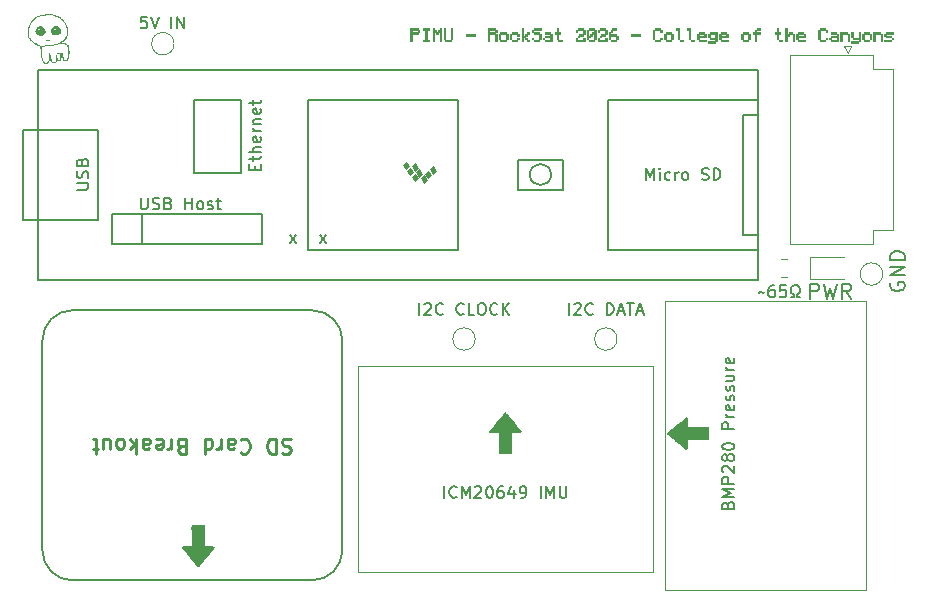
<source format=gbr>
%TF.GenerationSoftware,KiCad,Pcbnew,9.0.7-9.0.7~ubuntu24.04.1*%
%TF.CreationDate,2026-01-13T19:14:42-08:00*%
%TF.ProjectId,PIMU Suite,50494d55-2053-4756-9974-652e6b696361,4*%
%TF.SameCoordinates,Original*%
%TF.FileFunction,Legend,Top*%
%TF.FilePolarity,Positive*%
%FSLAX46Y46*%
G04 Gerber Fmt 4.6, Leading zero omitted, Abs format (unit mm)*
G04 Created by KiCad (PCBNEW 9.0.7-9.0.7~ubuntu24.04.1) date 2026-01-13 19:14:42*
%MOMM*%
%LPD*%
G01*
G04 APERTURE LIST*
%ADD10C,0.187500*%
%ADD11C,0.200000*%
%ADD12C,0.150000*%
%ADD13C,0.158750*%
%ADD14C,0.254000*%
%ADD15C,0.120000*%
%ADD16C,0.100000*%
%ADD17C,0.000000*%
%ADD18C,0.127000*%
G04 APERTURE END LIST*
D10*
X132766212Y-91867869D02*
X133290021Y-91201202D01*
X132766212Y-91201202D02*
X133290021Y-91867869D01*
X130266212Y-91867869D02*
X130790021Y-91201202D01*
X130266212Y-91201202D02*
X130790021Y-91867869D01*
D11*
G36*
X141153349Y-73865790D02*
G01*
X141308932Y-73865790D01*
X141308932Y-74083593D01*
X141153349Y-74083593D01*
X141153349Y-74238871D01*
X140686540Y-74238871D01*
X140686540Y-74861263D01*
X140468736Y-74861263D01*
X140468736Y-74021067D01*
X140686540Y-74021067D01*
X141091128Y-74021067D01*
X141091128Y-73926240D01*
X140686540Y-73926240D01*
X140686540Y-74021067D01*
X140468736Y-74021067D01*
X140468736Y-73708436D01*
X141153349Y-73708436D01*
X141153349Y-73865790D01*
G37*
G36*
X141558060Y-74861263D02*
G01*
X141558060Y-74643459D01*
X141714375Y-74643459D01*
X141714375Y-73926240D01*
X141558060Y-73926240D01*
X141558060Y-73708436D01*
X142085624Y-73708436D01*
X142085624Y-73926240D01*
X141932178Y-73926240D01*
X141932178Y-74643459D01*
X142085624Y-74643459D01*
X142085624Y-74861263D01*
X141558060Y-74861263D01*
G37*
G36*
X142334752Y-74861263D02*
G01*
X142334752Y-73708436D01*
X142552555Y-73708436D01*
X142552555Y-73865790D01*
X142706734Y-73865790D01*
X142706734Y-74021067D01*
X142800095Y-74021067D01*
X142800095Y-73865790D01*
X142957144Y-73865790D01*
X142957144Y-73708436D01*
X143174947Y-73708436D01*
X143174947Y-74861263D01*
X142957144Y-74861263D01*
X142957144Y-74083593D01*
X142862316Y-74083593D01*
X142862316Y-74238871D01*
X142644513Y-74238871D01*
X142644513Y-74083593D01*
X142552555Y-74083593D01*
X142552555Y-74861263D01*
X142334752Y-74861263D01*
G37*
G36*
X143424075Y-74861263D02*
G01*
X143424075Y-74704947D01*
X143267759Y-74704947D01*
X143267759Y-73708436D01*
X143485563Y-73708436D01*
X143485563Y-74643459D01*
X143890151Y-74643459D01*
X143890151Y-73708436D01*
X144107955Y-73708436D01*
X144107955Y-74704947D01*
X143951639Y-74704947D01*
X143951639Y-74861263D01*
X143424075Y-74861263D01*
G37*
G36*
X145133775Y-74396224D02*
G01*
X145133775Y-74178421D01*
X145973970Y-74178421D01*
X145973970Y-74396224D01*
X145133775Y-74396224D01*
G37*
G36*
X147684403Y-73865790D02*
G01*
X147839986Y-73865790D01*
X147839986Y-74083593D01*
X147684403Y-74083593D01*
X147684403Y-74177383D01*
X147839986Y-74177383D01*
X147839986Y-74861263D01*
X147622182Y-74861263D01*
X147622182Y-74238871D01*
X147217594Y-74238871D01*
X147217594Y-74861263D01*
X146999790Y-74861263D01*
X146999790Y-74021067D01*
X147217594Y-74021067D01*
X147622182Y-74021067D01*
X147622182Y-73926240D01*
X147217594Y-73926240D01*
X147217594Y-74021067D01*
X146999790Y-74021067D01*
X146999790Y-73708436D01*
X147684403Y-73708436D01*
X147684403Y-73865790D01*
G37*
G36*
X148616678Y-74177383D02*
G01*
X148772993Y-74177383D01*
X148772993Y-74704947D01*
X148616678Y-74704947D01*
X148616678Y-74861263D01*
X148089113Y-74861263D01*
X148089113Y-74704947D01*
X147932798Y-74704947D01*
X147932798Y-74643459D01*
X148150601Y-74643459D01*
X148555190Y-74643459D01*
X148555190Y-74238871D01*
X148150601Y-74238871D01*
X148150601Y-74643459D01*
X147932798Y-74643459D01*
X147932798Y-74177383D01*
X148089113Y-74177383D01*
X148089113Y-74021067D01*
X148616678Y-74021067D01*
X148616678Y-74177383D01*
G37*
G36*
X149022121Y-74861263D02*
G01*
X149022121Y-74704947D01*
X148865806Y-74704947D01*
X148865806Y-74177383D01*
X149022121Y-74177383D01*
X149022121Y-74021067D01*
X149549685Y-74021067D01*
X149549685Y-74177383D01*
X149706001Y-74177383D01*
X149706001Y-74395186D01*
X149488197Y-74395186D01*
X149488197Y-74238871D01*
X149083609Y-74238871D01*
X149083609Y-74643459D01*
X149488197Y-74643459D01*
X149488197Y-74487144D01*
X149706001Y-74487144D01*
X149706001Y-74704947D01*
X149549685Y-74704947D01*
X149549685Y-74861263D01*
X149022121Y-74861263D01*
G37*
G36*
X149876971Y-74861263D02*
G01*
X149876971Y-73708436D01*
X150094774Y-73708436D01*
X150094774Y-74333698D01*
X150186732Y-74333698D01*
X150186732Y-74177383D01*
X150343047Y-74177383D01*
X150343047Y-74021067D01*
X150560851Y-74021067D01*
X150560851Y-74238871D01*
X150404535Y-74238871D01*
X150404535Y-74395186D01*
X150249258Y-74395186D01*
X150249258Y-74487144D01*
X150404535Y-74487144D01*
X150404535Y-74643459D01*
X150560851Y-74643459D01*
X150560851Y-74861263D01*
X150343047Y-74861263D01*
X150343047Y-74704947D01*
X150186732Y-74704947D01*
X150186732Y-74551502D01*
X150094774Y-74551502D01*
X150094774Y-74861263D01*
X149876971Y-74861263D01*
G37*
G36*
X150888136Y-74861263D02*
G01*
X150888136Y-74704947D01*
X150731821Y-74704947D01*
X150731821Y-74487144D01*
X150949624Y-74487144D01*
X150949624Y-74643459D01*
X151354213Y-74643459D01*
X151354213Y-74238871D01*
X150888136Y-74238871D01*
X150888136Y-74083593D01*
X150731821Y-74083593D01*
X150731821Y-73865790D01*
X150888136Y-73865790D01*
X150888136Y-73708436D01*
X151572016Y-73708436D01*
X151572016Y-73926240D01*
X150949624Y-73926240D01*
X150949624Y-74021067D01*
X151415701Y-74021067D01*
X151415701Y-74177383D01*
X151572016Y-74177383D01*
X151572016Y-74704947D01*
X151415701Y-74704947D01*
X151415701Y-74861263D01*
X150888136Y-74861263D01*
G37*
G36*
X152348709Y-74176589D02*
G01*
X152505024Y-74176589D01*
X152505024Y-74861263D01*
X151821144Y-74861263D01*
X151821144Y-74704947D01*
X151664829Y-74704947D01*
X151664829Y-74643459D01*
X151882632Y-74643459D01*
X152287220Y-74643459D01*
X152287220Y-74551502D01*
X151882632Y-74551502D01*
X151882632Y-74643459D01*
X151664829Y-74643459D01*
X151664829Y-74487144D01*
X151821144Y-74487144D01*
X151821144Y-74333698D01*
X152287220Y-74333698D01*
X152287220Y-74238871D01*
X151821144Y-74238871D01*
X151821144Y-74021067D01*
X152348709Y-74021067D01*
X152348709Y-74176589D01*
G37*
G36*
X152984717Y-74861263D02*
G01*
X152984717Y-74704947D01*
X152832309Y-74704947D01*
X152832309Y-74238871D01*
X152675994Y-74238871D01*
X152675994Y-74021067D01*
X152832309Y-74021067D01*
X152832309Y-73708436D01*
X153050113Y-73708436D01*
X153050113Y-74021067D01*
X153203558Y-74021067D01*
X153203558Y-74238871D01*
X153050113Y-74238871D01*
X153050113Y-74643459D01*
X153359874Y-74643459D01*
X153359874Y-74861263D01*
X152984717Y-74861263D01*
G37*
G36*
X154463852Y-74861263D02*
G01*
X154463852Y-74488975D01*
X154620167Y-74488975D01*
X154620167Y-74333698D01*
X154772575Y-74333698D01*
X154772575Y-74177383D01*
X155086243Y-74177383D01*
X155086243Y-73926240D01*
X154681655Y-73926240D01*
X154681655Y-74082555D01*
X154463852Y-74082555D01*
X154463852Y-73864752D01*
X154620167Y-73864752D01*
X154620167Y-73708436D01*
X155147732Y-73708436D01*
X155147732Y-73864752D01*
X155304047Y-73864752D01*
X155304047Y-74239909D01*
X155147732Y-74239909D01*
X155147732Y-74395186D01*
X154837971Y-74395186D01*
X154837971Y-74551502D01*
X154681655Y-74551502D01*
X154681655Y-74643459D01*
X155086243Y-74643459D01*
X155086243Y-74488975D01*
X155304047Y-74488975D01*
X155304047Y-74861263D01*
X154463852Y-74861263D01*
G37*
G36*
X156080739Y-73864752D02*
G01*
X156237055Y-73864752D01*
X156237055Y-74704947D01*
X156080739Y-74704947D01*
X156080739Y-74861263D01*
X155553175Y-74861263D01*
X155553175Y-74704947D01*
X155396859Y-74704947D01*
X155396859Y-74551502D01*
X155614663Y-74551502D01*
X155614663Y-74643459D01*
X156019251Y-74643459D01*
X156019251Y-74238871D01*
X155924424Y-74238871D01*
X155924424Y-74395186D01*
X155768841Y-74395186D01*
X155768841Y-74551502D01*
X155614663Y-74551502D01*
X155396859Y-74551502D01*
X155396859Y-74333698D01*
X155614663Y-74333698D01*
X155706620Y-74333698D01*
X155706620Y-74177383D01*
X155862203Y-74177383D01*
X155862203Y-74021067D01*
X156019251Y-74021067D01*
X156019251Y-73926240D01*
X155614663Y-73926240D01*
X155614663Y-74333698D01*
X155396859Y-74333698D01*
X155396859Y-73864752D01*
X155553175Y-73864752D01*
X155553175Y-73708436D01*
X156080739Y-73708436D01*
X156080739Y-73864752D01*
G37*
G36*
X156329867Y-74861263D02*
G01*
X156329867Y-74488975D01*
X156486182Y-74488975D01*
X156486182Y-74333698D01*
X156638590Y-74333698D01*
X156638590Y-74177383D01*
X156952259Y-74177383D01*
X156952259Y-73926240D01*
X156547670Y-73926240D01*
X156547670Y-74082555D01*
X156329867Y-74082555D01*
X156329867Y-73864752D01*
X156486182Y-73864752D01*
X156486182Y-73708436D01*
X157013747Y-73708436D01*
X157013747Y-73864752D01*
X157170062Y-73864752D01*
X157170062Y-74239909D01*
X157013747Y-74239909D01*
X157013747Y-74395186D01*
X156703986Y-74395186D01*
X156703986Y-74551502D01*
X156547670Y-74551502D01*
X156547670Y-74643459D01*
X156952259Y-74643459D01*
X156952259Y-74488975D01*
X157170062Y-74488975D01*
X157170062Y-74861263D01*
X156329867Y-74861263D01*
G37*
G36*
X157946755Y-73926240D02*
G01*
X157636994Y-73926240D01*
X157636994Y-74083593D01*
X157480678Y-74083593D01*
X157480678Y-74177383D01*
X157946755Y-74177383D01*
X157946755Y-74329790D01*
X158103070Y-74329790D01*
X158103070Y-74704947D01*
X157946755Y-74704947D01*
X157946755Y-74861263D01*
X157419190Y-74861263D01*
X157419190Y-74704947D01*
X157262875Y-74704947D01*
X157262875Y-74643459D01*
X157480678Y-74643459D01*
X157885266Y-74643459D01*
X157885266Y-74395186D01*
X157480678Y-74395186D01*
X157480678Y-74643459D01*
X157262875Y-74643459D01*
X157262875Y-74021067D01*
X157419190Y-74021067D01*
X157419190Y-73865790D01*
X157571598Y-73865790D01*
X157571598Y-73708436D01*
X157946755Y-73708436D01*
X157946755Y-73926240D01*
G37*
G36*
X159128890Y-74396224D02*
G01*
X159128890Y-74178421D01*
X159969085Y-74178421D01*
X159969085Y-74396224D01*
X159128890Y-74396224D01*
G37*
G36*
X161151221Y-74861263D02*
G01*
X161151221Y-74704947D01*
X160994905Y-74704947D01*
X160994905Y-73865790D01*
X161151221Y-73865790D01*
X161151221Y-73708436D01*
X161678785Y-73708436D01*
X161678785Y-73865790D01*
X161835101Y-73865790D01*
X161835101Y-74083593D01*
X161617297Y-74083593D01*
X161617297Y-73926240D01*
X161212709Y-73926240D01*
X161212709Y-74643459D01*
X161617297Y-74643459D01*
X161617297Y-74487144D01*
X161835101Y-74487144D01*
X161835101Y-74704947D01*
X161678785Y-74704947D01*
X161678785Y-74861263D01*
X161151221Y-74861263D01*
G37*
G36*
X162611793Y-74177383D02*
G01*
X162768108Y-74177383D01*
X162768108Y-74704947D01*
X162611793Y-74704947D01*
X162611793Y-74861263D01*
X162084228Y-74861263D01*
X162084228Y-74704947D01*
X161927913Y-74704947D01*
X161927913Y-74643459D01*
X162145717Y-74643459D01*
X162550305Y-74643459D01*
X162550305Y-74238871D01*
X162145717Y-74238871D01*
X162145717Y-74643459D01*
X161927913Y-74643459D01*
X161927913Y-74177383D01*
X162084228Y-74177383D01*
X162084228Y-74021067D01*
X162611793Y-74021067D01*
X162611793Y-74177383D01*
G37*
G36*
X163251709Y-74861263D02*
G01*
X163251709Y-74705680D01*
X163095394Y-74705680D01*
X163095394Y-73926240D01*
X162939078Y-73926240D01*
X162939078Y-73708436D01*
X163313197Y-73708436D01*
X163313197Y-74643459D01*
X163626866Y-74643459D01*
X163626866Y-74861263D01*
X163251709Y-74861263D01*
G37*
G36*
X164184717Y-74861263D02*
G01*
X164184717Y-74705680D01*
X164028401Y-74705680D01*
X164028401Y-73926240D01*
X163872086Y-73926240D01*
X163872086Y-73708436D01*
X164246205Y-73708436D01*
X164246205Y-74643459D01*
X164559874Y-74643459D01*
X164559874Y-74861263D01*
X164184717Y-74861263D01*
G37*
G36*
X165410816Y-74177383D02*
G01*
X165567131Y-74177383D01*
X165567131Y-74551502D01*
X164944740Y-74551502D01*
X164944740Y-74643459D01*
X165567131Y-74643459D01*
X165567131Y-74861263D01*
X164883251Y-74861263D01*
X164883251Y-74704947D01*
X164726936Y-74704947D01*
X164726936Y-74333698D01*
X164944740Y-74333698D01*
X165349328Y-74333698D01*
X165349328Y-74238871D01*
X164944740Y-74238871D01*
X164944740Y-74333698D01*
X164726936Y-74333698D01*
X164726936Y-74177383D01*
X164883251Y-74177383D01*
X164883251Y-74021067D01*
X165410816Y-74021067D01*
X165410816Y-74177383D01*
G37*
G36*
X166500139Y-74861263D02*
G01*
X166343824Y-74861263D01*
X166343824Y-75017578D01*
X165659944Y-75017578D01*
X165659944Y-74799774D01*
X166282336Y-74799774D01*
X166282336Y-74707817D01*
X165815526Y-74707817D01*
X165815526Y-74552540D01*
X165659944Y-74552540D01*
X165659944Y-74490013D01*
X165877747Y-74490013D01*
X166282336Y-74490013D01*
X166282336Y-74238871D01*
X165877747Y-74238871D01*
X165877747Y-74490013D01*
X165659944Y-74490013D01*
X165659944Y-74177383D01*
X165815526Y-74177383D01*
X165815526Y-74021067D01*
X166500139Y-74021067D01*
X166500139Y-74861263D01*
G37*
G36*
X167276831Y-74177383D02*
G01*
X167433147Y-74177383D01*
X167433147Y-74551502D01*
X166810755Y-74551502D01*
X166810755Y-74643459D01*
X167433147Y-74643459D01*
X167433147Y-74861263D01*
X166749267Y-74861263D01*
X166749267Y-74704947D01*
X166592951Y-74704947D01*
X166592951Y-74333698D01*
X166810755Y-74333698D01*
X167215343Y-74333698D01*
X167215343Y-74238871D01*
X166810755Y-74238871D01*
X166810755Y-74333698D01*
X166592951Y-74333698D01*
X166592951Y-74177383D01*
X166749267Y-74177383D01*
X166749267Y-74021067D01*
X167276831Y-74021067D01*
X167276831Y-74177383D01*
G37*
G36*
X169142847Y-74177383D02*
G01*
X169299162Y-74177383D01*
X169299162Y-74704947D01*
X169142847Y-74704947D01*
X169142847Y-74861263D01*
X168615282Y-74861263D01*
X168615282Y-74704947D01*
X168458967Y-74704947D01*
X168458967Y-74643459D01*
X168676770Y-74643459D01*
X169081359Y-74643459D01*
X169081359Y-74238871D01*
X168676770Y-74238871D01*
X168676770Y-74643459D01*
X168458967Y-74643459D01*
X168458967Y-74177383D01*
X168615282Y-74177383D01*
X168615282Y-74021067D01*
X169142847Y-74021067D01*
X169142847Y-74177383D01*
G37*
G36*
X169626448Y-74861263D02*
G01*
X169626448Y-74238871D01*
X169470132Y-74238871D01*
X169470132Y-74021067D01*
X169626448Y-74021067D01*
X169626448Y-73864752D01*
X169778855Y-73864752D01*
X169778855Y-73708436D01*
X170154012Y-73708436D01*
X170154012Y-73926240D01*
X169844251Y-73926240D01*
X169844251Y-74021067D01*
X170154012Y-74021067D01*
X170154012Y-74238871D01*
X169844251Y-74238871D01*
X169844251Y-74861263D01*
X169626448Y-74861263D01*
G37*
G36*
X171644870Y-74861263D02*
G01*
X171644870Y-74704947D01*
X171492463Y-74704947D01*
X171492463Y-74238871D01*
X171336147Y-74238871D01*
X171336147Y-74021067D01*
X171492463Y-74021067D01*
X171492463Y-73708436D01*
X171710266Y-73708436D01*
X171710266Y-74021067D01*
X171863712Y-74021067D01*
X171863712Y-74238871D01*
X171710266Y-74238871D01*
X171710266Y-74643459D01*
X172020027Y-74643459D01*
X172020027Y-74861263D01*
X171644870Y-74861263D01*
G37*
G36*
X172190997Y-74861263D02*
G01*
X172190997Y-73708436D01*
X172408801Y-73708436D01*
X172408801Y-74177383D01*
X172499720Y-74177383D01*
X172499720Y-74021067D01*
X172874877Y-74021067D01*
X172874877Y-74177383D01*
X173031193Y-74177383D01*
X173031193Y-74861263D01*
X172813389Y-74861263D01*
X172813389Y-74238871D01*
X172562430Y-74238871D01*
X172562430Y-74395186D01*
X172408801Y-74395186D01*
X172408801Y-74861263D01*
X172190997Y-74861263D01*
G37*
G36*
X173807885Y-74177383D02*
G01*
X173964200Y-74177383D01*
X173964200Y-74551502D01*
X173341809Y-74551502D01*
X173341809Y-74643459D01*
X173964200Y-74643459D01*
X173964200Y-74861263D01*
X173280321Y-74861263D01*
X173280321Y-74704947D01*
X173124005Y-74704947D01*
X173124005Y-74333698D01*
X173341809Y-74333698D01*
X173746397Y-74333698D01*
X173746397Y-74238871D01*
X173341809Y-74238871D01*
X173341809Y-74333698D01*
X173124005Y-74333698D01*
X173124005Y-74177383D01*
X173280321Y-74177383D01*
X173280321Y-74021067D01*
X173807885Y-74021067D01*
X173807885Y-74177383D01*
G37*
G36*
X175146336Y-74861263D02*
G01*
X175146336Y-74704947D01*
X174990020Y-74704947D01*
X174990020Y-73865790D01*
X175146336Y-73865790D01*
X175146336Y-73708436D01*
X175673900Y-73708436D01*
X175673900Y-73865790D01*
X175830216Y-73865790D01*
X175830216Y-74083593D01*
X175612412Y-74083593D01*
X175612412Y-73926240D01*
X175207824Y-73926240D01*
X175207824Y-74643459D01*
X175612412Y-74643459D01*
X175612412Y-74487144D01*
X175830216Y-74487144D01*
X175830216Y-74704947D01*
X175673900Y-74704947D01*
X175673900Y-74861263D01*
X175146336Y-74861263D01*
G37*
G36*
X176606908Y-74176589D02*
G01*
X176763224Y-74176589D01*
X176763224Y-74861263D01*
X176079344Y-74861263D01*
X176079344Y-74704947D01*
X175923028Y-74704947D01*
X175923028Y-74643459D01*
X176140832Y-74643459D01*
X176545420Y-74643459D01*
X176545420Y-74551502D01*
X176140832Y-74551502D01*
X176140832Y-74643459D01*
X175923028Y-74643459D01*
X175923028Y-74487144D01*
X176079344Y-74487144D01*
X176079344Y-74333698D01*
X176545420Y-74333698D01*
X176545420Y-74238871D01*
X176079344Y-74238871D01*
X176079344Y-74021067D01*
X176606908Y-74021067D01*
X176606908Y-74176589D01*
G37*
G36*
X176856036Y-74861263D02*
G01*
X176856036Y-74021067D01*
X177540648Y-74021067D01*
X177540648Y-74177383D01*
X177696231Y-74177383D01*
X177696231Y-74861263D01*
X177478428Y-74861263D01*
X177478428Y-74238871D01*
X177073839Y-74238871D01*
X177073839Y-74861263D01*
X176856036Y-74861263D01*
G37*
G36*
X177789043Y-75017578D02*
G01*
X177789043Y-74799774D01*
X178411435Y-74799774D01*
X178411435Y-74707817D01*
X177944626Y-74707817D01*
X177944626Y-74548632D01*
X177789043Y-74548632D01*
X177789043Y-74021067D01*
X178006847Y-74021067D01*
X178006847Y-74490013D01*
X178411435Y-74490013D01*
X178411435Y-74021067D01*
X178629239Y-74021067D01*
X178629239Y-74861263D01*
X178472923Y-74861263D01*
X178472923Y-75017578D01*
X177789043Y-75017578D01*
G37*
G36*
X179405931Y-74177383D02*
G01*
X179562247Y-74177383D01*
X179562247Y-74704947D01*
X179405931Y-74704947D01*
X179405931Y-74861263D01*
X178878367Y-74861263D01*
X178878367Y-74704947D01*
X178722051Y-74704947D01*
X178722051Y-74643459D01*
X178939855Y-74643459D01*
X179344443Y-74643459D01*
X179344443Y-74238871D01*
X178939855Y-74238871D01*
X178939855Y-74643459D01*
X178722051Y-74643459D01*
X178722051Y-74177383D01*
X178878367Y-74177383D01*
X178878367Y-74021067D01*
X179405931Y-74021067D01*
X179405931Y-74177383D01*
G37*
G36*
X179655059Y-74861263D02*
G01*
X179655059Y-74021067D01*
X180339672Y-74021067D01*
X180339672Y-74177383D01*
X180495254Y-74177383D01*
X180495254Y-74861263D01*
X180277451Y-74861263D01*
X180277451Y-74238871D01*
X179872862Y-74238871D01*
X179872862Y-74861263D01*
X179655059Y-74861263D01*
G37*
G36*
X180588066Y-74861263D02*
G01*
X180588066Y-74643459D01*
X181210458Y-74643459D01*
X181210458Y-74551502D01*
X180744382Y-74551502D01*
X180744382Y-74395186D01*
X180588066Y-74395186D01*
X180588066Y-74177383D01*
X180744382Y-74177383D01*
X180744382Y-74021067D01*
X181428262Y-74021067D01*
X181428262Y-74238871D01*
X180805870Y-74238871D01*
X180805870Y-74333698D01*
X181271946Y-74333698D01*
X181271946Y-74487144D01*
X181428262Y-74487144D01*
X181428262Y-74704947D01*
X181271946Y-74704947D01*
X181271946Y-74861263D01*
X180588066Y-74861263D01*
G37*
D12*
X160420952Y-86534819D02*
X160420952Y-85534819D01*
X160420952Y-85534819D02*
X160754285Y-86249104D01*
X160754285Y-86249104D02*
X161087618Y-85534819D01*
X161087618Y-85534819D02*
X161087618Y-86534819D01*
X161563809Y-86534819D02*
X161563809Y-85868152D01*
X161563809Y-85534819D02*
X161516190Y-85582438D01*
X161516190Y-85582438D02*
X161563809Y-85630057D01*
X161563809Y-85630057D02*
X161611428Y-85582438D01*
X161611428Y-85582438D02*
X161563809Y-85534819D01*
X161563809Y-85534819D02*
X161563809Y-85630057D01*
X162468570Y-86487200D02*
X162373332Y-86534819D01*
X162373332Y-86534819D02*
X162182856Y-86534819D01*
X162182856Y-86534819D02*
X162087618Y-86487200D01*
X162087618Y-86487200D02*
X162039999Y-86439580D01*
X162039999Y-86439580D02*
X161992380Y-86344342D01*
X161992380Y-86344342D02*
X161992380Y-86058628D01*
X161992380Y-86058628D02*
X162039999Y-85963390D01*
X162039999Y-85963390D02*
X162087618Y-85915771D01*
X162087618Y-85915771D02*
X162182856Y-85868152D01*
X162182856Y-85868152D02*
X162373332Y-85868152D01*
X162373332Y-85868152D02*
X162468570Y-85915771D01*
X162897142Y-86534819D02*
X162897142Y-85868152D01*
X162897142Y-86058628D02*
X162944761Y-85963390D01*
X162944761Y-85963390D02*
X162992380Y-85915771D01*
X162992380Y-85915771D02*
X163087618Y-85868152D01*
X163087618Y-85868152D02*
X163182856Y-85868152D01*
X163659047Y-86534819D02*
X163563809Y-86487200D01*
X163563809Y-86487200D02*
X163516190Y-86439580D01*
X163516190Y-86439580D02*
X163468571Y-86344342D01*
X163468571Y-86344342D02*
X163468571Y-86058628D01*
X163468571Y-86058628D02*
X163516190Y-85963390D01*
X163516190Y-85963390D02*
X163563809Y-85915771D01*
X163563809Y-85915771D02*
X163659047Y-85868152D01*
X163659047Y-85868152D02*
X163801904Y-85868152D01*
X163801904Y-85868152D02*
X163897142Y-85915771D01*
X163897142Y-85915771D02*
X163944761Y-85963390D01*
X163944761Y-85963390D02*
X163992380Y-86058628D01*
X163992380Y-86058628D02*
X163992380Y-86344342D01*
X163992380Y-86344342D02*
X163944761Y-86439580D01*
X163944761Y-86439580D02*
X163897142Y-86487200D01*
X163897142Y-86487200D02*
X163801904Y-86534819D01*
X163801904Y-86534819D02*
X163659047Y-86534819D01*
X165135238Y-86487200D02*
X165278095Y-86534819D01*
X165278095Y-86534819D02*
X165516190Y-86534819D01*
X165516190Y-86534819D02*
X165611428Y-86487200D01*
X165611428Y-86487200D02*
X165659047Y-86439580D01*
X165659047Y-86439580D02*
X165706666Y-86344342D01*
X165706666Y-86344342D02*
X165706666Y-86249104D01*
X165706666Y-86249104D02*
X165659047Y-86153866D01*
X165659047Y-86153866D02*
X165611428Y-86106247D01*
X165611428Y-86106247D02*
X165516190Y-86058628D01*
X165516190Y-86058628D02*
X165325714Y-86011009D01*
X165325714Y-86011009D02*
X165230476Y-85963390D01*
X165230476Y-85963390D02*
X165182857Y-85915771D01*
X165182857Y-85915771D02*
X165135238Y-85820533D01*
X165135238Y-85820533D02*
X165135238Y-85725295D01*
X165135238Y-85725295D02*
X165182857Y-85630057D01*
X165182857Y-85630057D02*
X165230476Y-85582438D01*
X165230476Y-85582438D02*
X165325714Y-85534819D01*
X165325714Y-85534819D02*
X165563809Y-85534819D01*
X165563809Y-85534819D02*
X165706666Y-85582438D01*
X166135238Y-86534819D02*
X166135238Y-85534819D01*
X166135238Y-85534819D02*
X166373333Y-85534819D01*
X166373333Y-85534819D02*
X166516190Y-85582438D01*
X166516190Y-85582438D02*
X166611428Y-85677676D01*
X166611428Y-85677676D02*
X166659047Y-85772914D01*
X166659047Y-85772914D02*
X166706666Y-85963390D01*
X166706666Y-85963390D02*
X166706666Y-86106247D01*
X166706666Y-86106247D02*
X166659047Y-86296723D01*
X166659047Y-86296723D02*
X166611428Y-86391961D01*
X166611428Y-86391961D02*
X166516190Y-86487200D01*
X166516190Y-86487200D02*
X166373333Y-86534819D01*
X166373333Y-86534819D02*
X166135238Y-86534819D01*
D11*
X167343409Y-114046993D02*
X167391028Y-113904136D01*
X167391028Y-113904136D02*
X167438647Y-113856517D01*
X167438647Y-113856517D02*
X167533885Y-113808898D01*
X167533885Y-113808898D02*
X167676742Y-113808898D01*
X167676742Y-113808898D02*
X167771980Y-113856517D01*
X167771980Y-113856517D02*
X167819600Y-113904136D01*
X167819600Y-113904136D02*
X167867219Y-113999374D01*
X167867219Y-113999374D02*
X167867219Y-114380326D01*
X167867219Y-114380326D02*
X166867219Y-114380326D01*
X166867219Y-114380326D02*
X166867219Y-114046993D01*
X166867219Y-114046993D02*
X166914838Y-113951755D01*
X166914838Y-113951755D02*
X166962457Y-113904136D01*
X166962457Y-113904136D02*
X167057695Y-113856517D01*
X167057695Y-113856517D02*
X167152933Y-113856517D01*
X167152933Y-113856517D02*
X167248171Y-113904136D01*
X167248171Y-113904136D02*
X167295790Y-113951755D01*
X167295790Y-113951755D02*
X167343409Y-114046993D01*
X167343409Y-114046993D02*
X167343409Y-114380326D01*
X167867219Y-113380326D02*
X166867219Y-113380326D01*
X166867219Y-113380326D02*
X167581504Y-113046993D01*
X167581504Y-113046993D02*
X166867219Y-112713660D01*
X166867219Y-112713660D02*
X167867219Y-112713660D01*
X167867219Y-112237469D02*
X166867219Y-112237469D01*
X166867219Y-112237469D02*
X166867219Y-111856517D01*
X166867219Y-111856517D02*
X166914838Y-111761279D01*
X166914838Y-111761279D02*
X166962457Y-111713660D01*
X166962457Y-111713660D02*
X167057695Y-111666041D01*
X167057695Y-111666041D02*
X167200552Y-111666041D01*
X167200552Y-111666041D02*
X167295790Y-111713660D01*
X167295790Y-111713660D02*
X167343409Y-111761279D01*
X167343409Y-111761279D02*
X167391028Y-111856517D01*
X167391028Y-111856517D02*
X167391028Y-112237469D01*
X166962457Y-111285088D02*
X166914838Y-111237469D01*
X166914838Y-111237469D02*
X166867219Y-111142231D01*
X166867219Y-111142231D02*
X166867219Y-110904136D01*
X166867219Y-110904136D02*
X166914838Y-110808898D01*
X166914838Y-110808898D02*
X166962457Y-110761279D01*
X166962457Y-110761279D02*
X167057695Y-110713660D01*
X167057695Y-110713660D02*
X167152933Y-110713660D01*
X167152933Y-110713660D02*
X167295790Y-110761279D01*
X167295790Y-110761279D02*
X167867219Y-111332707D01*
X167867219Y-111332707D02*
X167867219Y-110713660D01*
X167295790Y-110142231D02*
X167248171Y-110237469D01*
X167248171Y-110237469D02*
X167200552Y-110285088D01*
X167200552Y-110285088D02*
X167105314Y-110332707D01*
X167105314Y-110332707D02*
X167057695Y-110332707D01*
X167057695Y-110332707D02*
X166962457Y-110285088D01*
X166962457Y-110285088D02*
X166914838Y-110237469D01*
X166914838Y-110237469D02*
X166867219Y-110142231D01*
X166867219Y-110142231D02*
X166867219Y-109951755D01*
X166867219Y-109951755D02*
X166914838Y-109856517D01*
X166914838Y-109856517D02*
X166962457Y-109808898D01*
X166962457Y-109808898D02*
X167057695Y-109761279D01*
X167057695Y-109761279D02*
X167105314Y-109761279D01*
X167105314Y-109761279D02*
X167200552Y-109808898D01*
X167200552Y-109808898D02*
X167248171Y-109856517D01*
X167248171Y-109856517D02*
X167295790Y-109951755D01*
X167295790Y-109951755D02*
X167295790Y-110142231D01*
X167295790Y-110142231D02*
X167343409Y-110237469D01*
X167343409Y-110237469D02*
X167391028Y-110285088D01*
X167391028Y-110285088D02*
X167486266Y-110332707D01*
X167486266Y-110332707D02*
X167676742Y-110332707D01*
X167676742Y-110332707D02*
X167771980Y-110285088D01*
X167771980Y-110285088D02*
X167819600Y-110237469D01*
X167819600Y-110237469D02*
X167867219Y-110142231D01*
X167867219Y-110142231D02*
X167867219Y-109951755D01*
X167867219Y-109951755D02*
X167819600Y-109856517D01*
X167819600Y-109856517D02*
X167771980Y-109808898D01*
X167771980Y-109808898D02*
X167676742Y-109761279D01*
X167676742Y-109761279D02*
X167486266Y-109761279D01*
X167486266Y-109761279D02*
X167391028Y-109808898D01*
X167391028Y-109808898D02*
X167343409Y-109856517D01*
X167343409Y-109856517D02*
X167295790Y-109951755D01*
X166867219Y-109142231D02*
X166867219Y-109046993D01*
X166867219Y-109046993D02*
X166914838Y-108951755D01*
X166914838Y-108951755D02*
X166962457Y-108904136D01*
X166962457Y-108904136D02*
X167057695Y-108856517D01*
X167057695Y-108856517D02*
X167248171Y-108808898D01*
X167248171Y-108808898D02*
X167486266Y-108808898D01*
X167486266Y-108808898D02*
X167676742Y-108856517D01*
X167676742Y-108856517D02*
X167771980Y-108904136D01*
X167771980Y-108904136D02*
X167819600Y-108951755D01*
X167819600Y-108951755D02*
X167867219Y-109046993D01*
X167867219Y-109046993D02*
X167867219Y-109142231D01*
X167867219Y-109142231D02*
X167819600Y-109237469D01*
X167819600Y-109237469D02*
X167771980Y-109285088D01*
X167771980Y-109285088D02*
X167676742Y-109332707D01*
X167676742Y-109332707D02*
X167486266Y-109380326D01*
X167486266Y-109380326D02*
X167248171Y-109380326D01*
X167248171Y-109380326D02*
X167057695Y-109332707D01*
X167057695Y-109332707D02*
X166962457Y-109285088D01*
X166962457Y-109285088D02*
X166914838Y-109237469D01*
X166914838Y-109237469D02*
X166867219Y-109142231D01*
X167867219Y-107618421D02*
X166867219Y-107618421D01*
X166867219Y-107618421D02*
X166867219Y-107237469D01*
X166867219Y-107237469D02*
X166914838Y-107142231D01*
X166914838Y-107142231D02*
X166962457Y-107094612D01*
X166962457Y-107094612D02*
X167057695Y-107046993D01*
X167057695Y-107046993D02*
X167200552Y-107046993D01*
X167200552Y-107046993D02*
X167295790Y-107094612D01*
X167295790Y-107094612D02*
X167343409Y-107142231D01*
X167343409Y-107142231D02*
X167391028Y-107237469D01*
X167391028Y-107237469D02*
X167391028Y-107618421D01*
X167867219Y-106618421D02*
X167200552Y-106618421D01*
X167391028Y-106618421D02*
X167295790Y-106570802D01*
X167295790Y-106570802D02*
X167248171Y-106523183D01*
X167248171Y-106523183D02*
X167200552Y-106427945D01*
X167200552Y-106427945D02*
X167200552Y-106332707D01*
X167819600Y-105618421D02*
X167867219Y-105713659D01*
X167867219Y-105713659D02*
X167867219Y-105904135D01*
X167867219Y-105904135D02*
X167819600Y-105999373D01*
X167819600Y-105999373D02*
X167724361Y-106046992D01*
X167724361Y-106046992D02*
X167343409Y-106046992D01*
X167343409Y-106046992D02*
X167248171Y-105999373D01*
X167248171Y-105999373D02*
X167200552Y-105904135D01*
X167200552Y-105904135D02*
X167200552Y-105713659D01*
X167200552Y-105713659D02*
X167248171Y-105618421D01*
X167248171Y-105618421D02*
X167343409Y-105570802D01*
X167343409Y-105570802D02*
X167438647Y-105570802D01*
X167438647Y-105570802D02*
X167533885Y-106046992D01*
X167819600Y-105189849D02*
X167867219Y-105094611D01*
X167867219Y-105094611D02*
X167867219Y-104904135D01*
X167867219Y-104904135D02*
X167819600Y-104808897D01*
X167819600Y-104808897D02*
X167724361Y-104761278D01*
X167724361Y-104761278D02*
X167676742Y-104761278D01*
X167676742Y-104761278D02*
X167581504Y-104808897D01*
X167581504Y-104808897D02*
X167533885Y-104904135D01*
X167533885Y-104904135D02*
X167533885Y-105046992D01*
X167533885Y-105046992D02*
X167486266Y-105142230D01*
X167486266Y-105142230D02*
X167391028Y-105189849D01*
X167391028Y-105189849D02*
X167343409Y-105189849D01*
X167343409Y-105189849D02*
X167248171Y-105142230D01*
X167248171Y-105142230D02*
X167200552Y-105046992D01*
X167200552Y-105046992D02*
X167200552Y-104904135D01*
X167200552Y-104904135D02*
X167248171Y-104808897D01*
X167819600Y-104380325D02*
X167867219Y-104285087D01*
X167867219Y-104285087D02*
X167867219Y-104094611D01*
X167867219Y-104094611D02*
X167819600Y-103999373D01*
X167819600Y-103999373D02*
X167724361Y-103951754D01*
X167724361Y-103951754D02*
X167676742Y-103951754D01*
X167676742Y-103951754D02*
X167581504Y-103999373D01*
X167581504Y-103999373D02*
X167533885Y-104094611D01*
X167533885Y-104094611D02*
X167533885Y-104237468D01*
X167533885Y-104237468D02*
X167486266Y-104332706D01*
X167486266Y-104332706D02*
X167391028Y-104380325D01*
X167391028Y-104380325D02*
X167343409Y-104380325D01*
X167343409Y-104380325D02*
X167248171Y-104332706D01*
X167248171Y-104332706D02*
X167200552Y-104237468D01*
X167200552Y-104237468D02*
X167200552Y-104094611D01*
X167200552Y-104094611D02*
X167248171Y-103999373D01*
X167200552Y-103094611D02*
X167867219Y-103094611D01*
X167200552Y-103523182D02*
X167724361Y-103523182D01*
X167724361Y-103523182D02*
X167819600Y-103475563D01*
X167819600Y-103475563D02*
X167867219Y-103380325D01*
X167867219Y-103380325D02*
X167867219Y-103237468D01*
X167867219Y-103237468D02*
X167819600Y-103142230D01*
X167819600Y-103142230D02*
X167771980Y-103094611D01*
X167867219Y-102618420D02*
X167200552Y-102618420D01*
X167391028Y-102618420D02*
X167295790Y-102570801D01*
X167295790Y-102570801D02*
X167248171Y-102523182D01*
X167248171Y-102523182D02*
X167200552Y-102427944D01*
X167200552Y-102427944D02*
X167200552Y-102332706D01*
X167819600Y-101618420D02*
X167867219Y-101713658D01*
X167867219Y-101713658D02*
X167867219Y-101904134D01*
X167867219Y-101904134D02*
X167819600Y-101999372D01*
X167819600Y-101999372D02*
X167724361Y-102046991D01*
X167724361Y-102046991D02*
X167343409Y-102046991D01*
X167343409Y-102046991D02*
X167248171Y-101999372D01*
X167248171Y-101999372D02*
X167200552Y-101904134D01*
X167200552Y-101904134D02*
X167200552Y-101713658D01*
X167200552Y-101713658D02*
X167248171Y-101618420D01*
X167248171Y-101618420D02*
X167343409Y-101570801D01*
X167343409Y-101570801D02*
X167438647Y-101570801D01*
X167438647Y-101570801D02*
X167533885Y-102046991D01*
X143333334Y-113452219D02*
X143333334Y-112452219D01*
X144380952Y-113356980D02*
X144333333Y-113404600D01*
X144333333Y-113404600D02*
X144190476Y-113452219D01*
X144190476Y-113452219D02*
X144095238Y-113452219D01*
X144095238Y-113452219D02*
X143952381Y-113404600D01*
X143952381Y-113404600D02*
X143857143Y-113309361D01*
X143857143Y-113309361D02*
X143809524Y-113214123D01*
X143809524Y-113214123D02*
X143761905Y-113023647D01*
X143761905Y-113023647D02*
X143761905Y-112880790D01*
X143761905Y-112880790D02*
X143809524Y-112690314D01*
X143809524Y-112690314D02*
X143857143Y-112595076D01*
X143857143Y-112595076D02*
X143952381Y-112499838D01*
X143952381Y-112499838D02*
X144095238Y-112452219D01*
X144095238Y-112452219D02*
X144190476Y-112452219D01*
X144190476Y-112452219D02*
X144333333Y-112499838D01*
X144333333Y-112499838D02*
X144380952Y-112547457D01*
X144809524Y-113452219D02*
X144809524Y-112452219D01*
X144809524Y-112452219D02*
X145142857Y-113166504D01*
X145142857Y-113166504D02*
X145476190Y-112452219D01*
X145476190Y-112452219D02*
X145476190Y-113452219D01*
X145904762Y-112547457D02*
X145952381Y-112499838D01*
X145952381Y-112499838D02*
X146047619Y-112452219D01*
X146047619Y-112452219D02*
X146285714Y-112452219D01*
X146285714Y-112452219D02*
X146380952Y-112499838D01*
X146380952Y-112499838D02*
X146428571Y-112547457D01*
X146428571Y-112547457D02*
X146476190Y-112642695D01*
X146476190Y-112642695D02*
X146476190Y-112737933D01*
X146476190Y-112737933D02*
X146428571Y-112880790D01*
X146428571Y-112880790D02*
X145857143Y-113452219D01*
X145857143Y-113452219D02*
X146476190Y-113452219D01*
X147095238Y-112452219D02*
X147190476Y-112452219D01*
X147190476Y-112452219D02*
X147285714Y-112499838D01*
X147285714Y-112499838D02*
X147333333Y-112547457D01*
X147333333Y-112547457D02*
X147380952Y-112642695D01*
X147380952Y-112642695D02*
X147428571Y-112833171D01*
X147428571Y-112833171D02*
X147428571Y-113071266D01*
X147428571Y-113071266D02*
X147380952Y-113261742D01*
X147380952Y-113261742D02*
X147333333Y-113356980D01*
X147333333Y-113356980D02*
X147285714Y-113404600D01*
X147285714Y-113404600D02*
X147190476Y-113452219D01*
X147190476Y-113452219D02*
X147095238Y-113452219D01*
X147095238Y-113452219D02*
X147000000Y-113404600D01*
X147000000Y-113404600D02*
X146952381Y-113356980D01*
X146952381Y-113356980D02*
X146904762Y-113261742D01*
X146904762Y-113261742D02*
X146857143Y-113071266D01*
X146857143Y-113071266D02*
X146857143Y-112833171D01*
X146857143Y-112833171D02*
X146904762Y-112642695D01*
X146904762Y-112642695D02*
X146952381Y-112547457D01*
X146952381Y-112547457D02*
X147000000Y-112499838D01*
X147000000Y-112499838D02*
X147095238Y-112452219D01*
X148285714Y-112452219D02*
X148095238Y-112452219D01*
X148095238Y-112452219D02*
X148000000Y-112499838D01*
X148000000Y-112499838D02*
X147952381Y-112547457D01*
X147952381Y-112547457D02*
X147857143Y-112690314D01*
X147857143Y-112690314D02*
X147809524Y-112880790D01*
X147809524Y-112880790D02*
X147809524Y-113261742D01*
X147809524Y-113261742D02*
X147857143Y-113356980D01*
X147857143Y-113356980D02*
X147904762Y-113404600D01*
X147904762Y-113404600D02*
X148000000Y-113452219D01*
X148000000Y-113452219D02*
X148190476Y-113452219D01*
X148190476Y-113452219D02*
X148285714Y-113404600D01*
X148285714Y-113404600D02*
X148333333Y-113356980D01*
X148333333Y-113356980D02*
X148380952Y-113261742D01*
X148380952Y-113261742D02*
X148380952Y-113023647D01*
X148380952Y-113023647D02*
X148333333Y-112928409D01*
X148333333Y-112928409D02*
X148285714Y-112880790D01*
X148285714Y-112880790D02*
X148190476Y-112833171D01*
X148190476Y-112833171D02*
X148000000Y-112833171D01*
X148000000Y-112833171D02*
X147904762Y-112880790D01*
X147904762Y-112880790D02*
X147857143Y-112928409D01*
X147857143Y-112928409D02*
X147809524Y-113023647D01*
X149238095Y-112785552D02*
X149238095Y-113452219D01*
X149000000Y-112404600D02*
X148761905Y-113118885D01*
X148761905Y-113118885D02*
X149380952Y-113118885D01*
X149809524Y-113452219D02*
X150000000Y-113452219D01*
X150000000Y-113452219D02*
X150095238Y-113404600D01*
X150095238Y-113404600D02*
X150142857Y-113356980D01*
X150142857Y-113356980D02*
X150238095Y-113214123D01*
X150238095Y-113214123D02*
X150285714Y-113023647D01*
X150285714Y-113023647D02*
X150285714Y-112642695D01*
X150285714Y-112642695D02*
X150238095Y-112547457D01*
X150238095Y-112547457D02*
X150190476Y-112499838D01*
X150190476Y-112499838D02*
X150095238Y-112452219D01*
X150095238Y-112452219D02*
X149904762Y-112452219D01*
X149904762Y-112452219D02*
X149809524Y-112499838D01*
X149809524Y-112499838D02*
X149761905Y-112547457D01*
X149761905Y-112547457D02*
X149714286Y-112642695D01*
X149714286Y-112642695D02*
X149714286Y-112880790D01*
X149714286Y-112880790D02*
X149761905Y-112976028D01*
X149761905Y-112976028D02*
X149809524Y-113023647D01*
X149809524Y-113023647D02*
X149904762Y-113071266D01*
X149904762Y-113071266D02*
X150095238Y-113071266D01*
X150095238Y-113071266D02*
X150190476Y-113023647D01*
X150190476Y-113023647D02*
X150238095Y-112976028D01*
X150238095Y-112976028D02*
X150285714Y-112880790D01*
X151476191Y-113452219D02*
X151476191Y-112452219D01*
X151952381Y-113452219D02*
X151952381Y-112452219D01*
X151952381Y-112452219D02*
X152285714Y-113166504D01*
X152285714Y-113166504D02*
X152619047Y-112452219D01*
X152619047Y-112452219D02*
X152619047Y-113452219D01*
X153095238Y-112452219D02*
X153095238Y-113261742D01*
X153095238Y-113261742D02*
X153142857Y-113356980D01*
X153142857Y-113356980D02*
X153190476Y-113404600D01*
X153190476Y-113404600D02*
X153285714Y-113452219D01*
X153285714Y-113452219D02*
X153476190Y-113452219D01*
X153476190Y-113452219D02*
X153571428Y-113404600D01*
X153571428Y-113404600D02*
X153619047Y-113356980D01*
X153619047Y-113356980D02*
X153666666Y-113261742D01*
X153666666Y-113261742D02*
X153666666Y-112452219D01*
D13*
X174306666Y-96579271D02*
X174306666Y-95309271D01*
X174306666Y-95309271D02*
X174790476Y-95309271D01*
X174790476Y-95309271D02*
X174911428Y-95369747D01*
X174911428Y-95369747D02*
X174971905Y-95430223D01*
X174971905Y-95430223D02*
X175032381Y-95551175D01*
X175032381Y-95551175D02*
X175032381Y-95732604D01*
X175032381Y-95732604D02*
X174971905Y-95853556D01*
X174971905Y-95853556D02*
X174911428Y-95914033D01*
X174911428Y-95914033D02*
X174790476Y-95974509D01*
X174790476Y-95974509D02*
X174306666Y-95974509D01*
X175455714Y-95309271D02*
X175758095Y-96579271D01*
X175758095Y-96579271D02*
X176000000Y-95672128D01*
X176000000Y-95672128D02*
X176241905Y-96579271D01*
X176241905Y-96579271D02*
X176544286Y-95309271D01*
X177753810Y-96579271D02*
X177330476Y-95974509D01*
X177028095Y-96579271D02*
X177028095Y-95309271D01*
X177028095Y-95309271D02*
X177511905Y-95309271D01*
X177511905Y-95309271D02*
X177632857Y-95369747D01*
X177632857Y-95369747D02*
X177693334Y-95430223D01*
X177693334Y-95430223D02*
X177753810Y-95551175D01*
X177753810Y-95551175D02*
X177753810Y-95732604D01*
X177753810Y-95732604D02*
X177693334Y-95853556D01*
X177693334Y-95853556D02*
X177632857Y-95914033D01*
X177632857Y-95914033D02*
X177511905Y-95974509D01*
X177511905Y-95974509D02*
X177028095Y-95974509D01*
D12*
X112194819Y-87341904D02*
X113004342Y-87341904D01*
X113004342Y-87341904D02*
X113099580Y-87294285D01*
X113099580Y-87294285D02*
X113147200Y-87246666D01*
X113147200Y-87246666D02*
X113194819Y-87151428D01*
X113194819Y-87151428D02*
X113194819Y-86960952D01*
X113194819Y-86960952D02*
X113147200Y-86865714D01*
X113147200Y-86865714D02*
X113099580Y-86818095D01*
X113099580Y-86818095D02*
X113004342Y-86770476D01*
X113004342Y-86770476D02*
X112194819Y-86770476D01*
X113147200Y-86341904D02*
X113194819Y-86199047D01*
X113194819Y-86199047D02*
X113194819Y-85960952D01*
X113194819Y-85960952D02*
X113147200Y-85865714D01*
X113147200Y-85865714D02*
X113099580Y-85818095D01*
X113099580Y-85818095D02*
X113004342Y-85770476D01*
X113004342Y-85770476D02*
X112909104Y-85770476D01*
X112909104Y-85770476D02*
X112813866Y-85818095D01*
X112813866Y-85818095D02*
X112766247Y-85865714D01*
X112766247Y-85865714D02*
X112718628Y-85960952D01*
X112718628Y-85960952D02*
X112671009Y-86151428D01*
X112671009Y-86151428D02*
X112623390Y-86246666D01*
X112623390Y-86246666D02*
X112575771Y-86294285D01*
X112575771Y-86294285D02*
X112480533Y-86341904D01*
X112480533Y-86341904D02*
X112385295Y-86341904D01*
X112385295Y-86341904D02*
X112290057Y-86294285D01*
X112290057Y-86294285D02*
X112242438Y-86246666D01*
X112242438Y-86246666D02*
X112194819Y-86151428D01*
X112194819Y-86151428D02*
X112194819Y-85913333D01*
X112194819Y-85913333D02*
X112242438Y-85770476D01*
X112671009Y-85008571D02*
X112718628Y-84865714D01*
X112718628Y-84865714D02*
X112766247Y-84818095D01*
X112766247Y-84818095D02*
X112861485Y-84770476D01*
X112861485Y-84770476D02*
X113004342Y-84770476D01*
X113004342Y-84770476D02*
X113099580Y-84818095D01*
X113099580Y-84818095D02*
X113147200Y-84865714D01*
X113147200Y-84865714D02*
X113194819Y-84960952D01*
X113194819Y-84960952D02*
X113194819Y-85341904D01*
X113194819Y-85341904D02*
X112194819Y-85341904D01*
X112194819Y-85341904D02*
X112194819Y-85008571D01*
X112194819Y-85008571D02*
X112242438Y-84913333D01*
X112242438Y-84913333D02*
X112290057Y-84865714D01*
X112290057Y-84865714D02*
X112385295Y-84818095D01*
X112385295Y-84818095D02*
X112480533Y-84818095D01*
X112480533Y-84818095D02*
X112575771Y-84865714D01*
X112575771Y-84865714D02*
X112623390Y-84913333D01*
X112623390Y-84913333D02*
X112671009Y-85008571D01*
X112671009Y-85008571D02*
X112671009Y-85341904D01*
X127276009Y-85660543D02*
X127276009Y-85327210D01*
X127799819Y-85184353D02*
X127799819Y-85660543D01*
X127799819Y-85660543D02*
X126799819Y-85660543D01*
X126799819Y-85660543D02*
X126799819Y-85184353D01*
X127133152Y-84898638D02*
X127133152Y-84517686D01*
X126799819Y-84755781D02*
X127656961Y-84755781D01*
X127656961Y-84755781D02*
X127752200Y-84708162D01*
X127752200Y-84708162D02*
X127799819Y-84612924D01*
X127799819Y-84612924D02*
X127799819Y-84517686D01*
X127799819Y-84184352D02*
X126799819Y-84184352D01*
X127799819Y-83755781D02*
X127276009Y-83755781D01*
X127276009Y-83755781D02*
X127180771Y-83803400D01*
X127180771Y-83803400D02*
X127133152Y-83898638D01*
X127133152Y-83898638D02*
X127133152Y-84041495D01*
X127133152Y-84041495D02*
X127180771Y-84136733D01*
X127180771Y-84136733D02*
X127228390Y-84184352D01*
X127752200Y-82898638D02*
X127799819Y-82993876D01*
X127799819Y-82993876D02*
X127799819Y-83184352D01*
X127799819Y-83184352D02*
X127752200Y-83279590D01*
X127752200Y-83279590D02*
X127656961Y-83327209D01*
X127656961Y-83327209D02*
X127276009Y-83327209D01*
X127276009Y-83327209D02*
X127180771Y-83279590D01*
X127180771Y-83279590D02*
X127133152Y-83184352D01*
X127133152Y-83184352D02*
X127133152Y-82993876D01*
X127133152Y-82993876D02*
X127180771Y-82898638D01*
X127180771Y-82898638D02*
X127276009Y-82851019D01*
X127276009Y-82851019D02*
X127371247Y-82851019D01*
X127371247Y-82851019D02*
X127466485Y-83327209D01*
X127799819Y-82422447D02*
X127133152Y-82422447D01*
X127323628Y-82422447D02*
X127228390Y-82374828D01*
X127228390Y-82374828D02*
X127180771Y-82327209D01*
X127180771Y-82327209D02*
X127133152Y-82231971D01*
X127133152Y-82231971D02*
X127133152Y-82136733D01*
X127133152Y-81803399D02*
X127799819Y-81803399D01*
X127228390Y-81803399D02*
X127180771Y-81755780D01*
X127180771Y-81755780D02*
X127133152Y-81660542D01*
X127133152Y-81660542D02*
X127133152Y-81517685D01*
X127133152Y-81517685D02*
X127180771Y-81422447D01*
X127180771Y-81422447D02*
X127276009Y-81374828D01*
X127276009Y-81374828D02*
X127799819Y-81374828D01*
X127752200Y-80517685D02*
X127799819Y-80612923D01*
X127799819Y-80612923D02*
X127799819Y-80803399D01*
X127799819Y-80803399D02*
X127752200Y-80898637D01*
X127752200Y-80898637D02*
X127656961Y-80946256D01*
X127656961Y-80946256D02*
X127276009Y-80946256D01*
X127276009Y-80946256D02*
X127180771Y-80898637D01*
X127180771Y-80898637D02*
X127133152Y-80803399D01*
X127133152Y-80803399D02*
X127133152Y-80612923D01*
X127133152Y-80612923D02*
X127180771Y-80517685D01*
X127180771Y-80517685D02*
X127276009Y-80470066D01*
X127276009Y-80470066D02*
X127371247Y-80470066D01*
X127371247Y-80470066D02*
X127466485Y-80946256D01*
X127133152Y-80184351D02*
X127133152Y-79803399D01*
X126799819Y-80041494D02*
X127656961Y-80041494D01*
X127656961Y-80041494D02*
X127752200Y-79993875D01*
X127752200Y-79993875D02*
X127799819Y-79898637D01*
X127799819Y-79898637D02*
X127799819Y-79803399D01*
X117634676Y-88024019D02*
X117634676Y-88833542D01*
X117634676Y-88833542D02*
X117682295Y-88928780D01*
X117682295Y-88928780D02*
X117729914Y-88976400D01*
X117729914Y-88976400D02*
X117825152Y-89024019D01*
X117825152Y-89024019D02*
X118015628Y-89024019D01*
X118015628Y-89024019D02*
X118110866Y-88976400D01*
X118110866Y-88976400D02*
X118158485Y-88928780D01*
X118158485Y-88928780D02*
X118206104Y-88833542D01*
X118206104Y-88833542D02*
X118206104Y-88024019D01*
X118634676Y-88976400D02*
X118777533Y-89024019D01*
X118777533Y-89024019D02*
X119015628Y-89024019D01*
X119015628Y-89024019D02*
X119110866Y-88976400D01*
X119110866Y-88976400D02*
X119158485Y-88928780D01*
X119158485Y-88928780D02*
X119206104Y-88833542D01*
X119206104Y-88833542D02*
X119206104Y-88738304D01*
X119206104Y-88738304D02*
X119158485Y-88643066D01*
X119158485Y-88643066D02*
X119110866Y-88595447D01*
X119110866Y-88595447D02*
X119015628Y-88547828D01*
X119015628Y-88547828D02*
X118825152Y-88500209D01*
X118825152Y-88500209D02*
X118729914Y-88452590D01*
X118729914Y-88452590D02*
X118682295Y-88404971D01*
X118682295Y-88404971D02*
X118634676Y-88309733D01*
X118634676Y-88309733D02*
X118634676Y-88214495D01*
X118634676Y-88214495D02*
X118682295Y-88119257D01*
X118682295Y-88119257D02*
X118729914Y-88071638D01*
X118729914Y-88071638D02*
X118825152Y-88024019D01*
X118825152Y-88024019D02*
X119063247Y-88024019D01*
X119063247Y-88024019D02*
X119206104Y-88071638D01*
X119968009Y-88500209D02*
X120110866Y-88547828D01*
X120110866Y-88547828D02*
X120158485Y-88595447D01*
X120158485Y-88595447D02*
X120206104Y-88690685D01*
X120206104Y-88690685D02*
X120206104Y-88833542D01*
X120206104Y-88833542D02*
X120158485Y-88928780D01*
X120158485Y-88928780D02*
X120110866Y-88976400D01*
X120110866Y-88976400D02*
X120015628Y-89024019D01*
X120015628Y-89024019D02*
X119634676Y-89024019D01*
X119634676Y-89024019D02*
X119634676Y-88024019D01*
X119634676Y-88024019D02*
X119968009Y-88024019D01*
X119968009Y-88024019D02*
X120063247Y-88071638D01*
X120063247Y-88071638D02*
X120110866Y-88119257D01*
X120110866Y-88119257D02*
X120158485Y-88214495D01*
X120158485Y-88214495D02*
X120158485Y-88309733D01*
X120158485Y-88309733D02*
X120110866Y-88404971D01*
X120110866Y-88404971D02*
X120063247Y-88452590D01*
X120063247Y-88452590D02*
X119968009Y-88500209D01*
X119968009Y-88500209D02*
X119634676Y-88500209D01*
X121396581Y-89024019D02*
X121396581Y-88024019D01*
X121396581Y-88500209D02*
X121968009Y-88500209D01*
X121968009Y-89024019D02*
X121968009Y-88024019D01*
X122587057Y-89024019D02*
X122491819Y-88976400D01*
X122491819Y-88976400D02*
X122444200Y-88928780D01*
X122444200Y-88928780D02*
X122396581Y-88833542D01*
X122396581Y-88833542D02*
X122396581Y-88547828D01*
X122396581Y-88547828D02*
X122444200Y-88452590D01*
X122444200Y-88452590D02*
X122491819Y-88404971D01*
X122491819Y-88404971D02*
X122587057Y-88357352D01*
X122587057Y-88357352D02*
X122729914Y-88357352D01*
X122729914Y-88357352D02*
X122825152Y-88404971D01*
X122825152Y-88404971D02*
X122872771Y-88452590D01*
X122872771Y-88452590D02*
X122920390Y-88547828D01*
X122920390Y-88547828D02*
X122920390Y-88833542D01*
X122920390Y-88833542D02*
X122872771Y-88928780D01*
X122872771Y-88928780D02*
X122825152Y-88976400D01*
X122825152Y-88976400D02*
X122729914Y-89024019D01*
X122729914Y-89024019D02*
X122587057Y-89024019D01*
X123301343Y-88976400D02*
X123396581Y-89024019D01*
X123396581Y-89024019D02*
X123587057Y-89024019D01*
X123587057Y-89024019D02*
X123682295Y-88976400D01*
X123682295Y-88976400D02*
X123729914Y-88881161D01*
X123729914Y-88881161D02*
X123729914Y-88833542D01*
X123729914Y-88833542D02*
X123682295Y-88738304D01*
X123682295Y-88738304D02*
X123587057Y-88690685D01*
X123587057Y-88690685D02*
X123444200Y-88690685D01*
X123444200Y-88690685D02*
X123348962Y-88643066D01*
X123348962Y-88643066D02*
X123301343Y-88547828D01*
X123301343Y-88547828D02*
X123301343Y-88500209D01*
X123301343Y-88500209D02*
X123348962Y-88404971D01*
X123348962Y-88404971D02*
X123444200Y-88357352D01*
X123444200Y-88357352D02*
X123587057Y-88357352D01*
X123587057Y-88357352D02*
X123682295Y-88404971D01*
X124015629Y-88357352D02*
X124396581Y-88357352D01*
X124158486Y-88024019D02*
X124158486Y-88881161D01*
X124158486Y-88881161D02*
X124206105Y-88976400D01*
X124206105Y-88976400D02*
X124301343Y-89024019D01*
X124301343Y-89024019D02*
X124396581Y-89024019D01*
D14*
X130315476Y-108486158D02*
X130134047Y-108425681D01*
X130134047Y-108425681D02*
X129831666Y-108425681D01*
X129831666Y-108425681D02*
X129710714Y-108486158D01*
X129710714Y-108486158D02*
X129650238Y-108546634D01*
X129650238Y-108546634D02*
X129589761Y-108667586D01*
X129589761Y-108667586D02*
X129589761Y-108788538D01*
X129589761Y-108788538D02*
X129650238Y-108909491D01*
X129650238Y-108909491D02*
X129710714Y-108969967D01*
X129710714Y-108969967D02*
X129831666Y-109030443D01*
X129831666Y-109030443D02*
X130073571Y-109090919D01*
X130073571Y-109090919D02*
X130194523Y-109151396D01*
X130194523Y-109151396D02*
X130255000Y-109211872D01*
X130255000Y-109211872D02*
X130315476Y-109332824D01*
X130315476Y-109332824D02*
X130315476Y-109453777D01*
X130315476Y-109453777D02*
X130255000Y-109574729D01*
X130255000Y-109574729D02*
X130194523Y-109635205D01*
X130194523Y-109635205D02*
X130073571Y-109695681D01*
X130073571Y-109695681D02*
X129771190Y-109695681D01*
X129771190Y-109695681D02*
X129589761Y-109635205D01*
X129045476Y-108425681D02*
X129045476Y-109695681D01*
X129045476Y-109695681D02*
X128743095Y-109695681D01*
X128743095Y-109695681D02*
X128561666Y-109635205D01*
X128561666Y-109635205D02*
X128440714Y-109514253D01*
X128440714Y-109514253D02*
X128380237Y-109393300D01*
X128380237Y-109393300D02*
X128319761Y-109151396D01*
X128319761Y-109151396D02*
X128319761Y-108969967D01*
X128319761Y-108969967D02*
X128380237Y-108728062D01*
X128380237Y-108728062D02*
X128440714Y-108607110D01*
X128440714Y-108607110D02*
X128561666Y-108486158D01*
X128561666Y-108486158D02*
X128743095Y-108425681D01*
X128743095Y-108425681D02*
X129045476Y-108425681D01*
X126082142Y-108546634D02*
X126142618Y-108486158D01*
X126142618Y-108486158D02*
X126324047Y-108425681D01*
X126324047Y-108425681D02*
X126444999Y-108425681D01*
X126444999Y-108425681D02*
X126626428Y-108486158D01*
X126626428Y-108486158D02*
X126747380Y-108607110D01*
X126747380Y-108607110D02*
X126807857Y-108728062D01*
X126807857Y-108728062D02*
X126868333Y-108969967D01*
X126868333Y-108969967D02*
X126868333Y-109151396D01*
X126868333Y-109151396D02*
X126807857Y-109393300D01*
X126807857Y-109393300D02*
X126747380Y-109514253D01*
X126747380Y-109514253D02*
X126626428Y-109635205D01*
X126626428Y-109635205D02*
X126444999Y-109695681D01*
X126444999Y-109695681D02*
X126324047Y-109695681D01*
X126324047Y-109695681D02*
X126142618Y-109635205D01*
X126142618Y-109635205D02*
X126082142Y-109574729D01*
X124993571Y-108425681D02*
X124993571Y-109090919D01*
X124993571Y-109090919D02*
X125054047Y-109211872D01*
X125054047Y-109211872D02*
X125174999Y-109272348D01*
X125174999Y-109272348D02*
X125416904Y-109272348D01*
X125416904Y-109272348D02*
X125537857Y-109211872D01*
X124993571Y-108486158D02*
X125114523Y-108425681D01*
X125114523Y-108425681D02*
X125416904Y-108425681D01*
X125416904Y-108425681D02*
X125537857Y-108486158D01*
X125537857Y-108486158D02*
X125598333Y-108607110D01*
X125598333Y-108607110D02*
X125598333Y-108728062D01*
X125598333Y-108728062D02*
X125537857Y-108849015D01*
X125537857Y-108849015D02*
X125416904Y-108909491D01*
X125416904Y-108909491D02*
X125114523Y-108909491D01*
X125114523Y-108909491D02*
X124993571Y-108969967D01*
X124388809Y-108425681D02*
X124388809Y-109272348D01*
X124388809Y-109030443D02*
X124328332Y-109151396D01*
X124328332Y-109151396D02*
X124267856Y-109211872D01*
X124267856Y-109211872D02*
X124146904Y-109272348D01*
X124146904Y-109272348D02*
X124025951Y-109272348D01*
X123058333Y-108425681D02*
X123058333Y-109695681D01*
X123058333Y-108486158D02*
X123179285Y-108425681D01*
X123179285Y-108425681D02*
X123421190Y-108425681D01*
X123421190Y-108425681D02*
X123542142Y-108486158D01*
X123542142Y-108486158D02*
X123602619Y-108546634D01*
X123602619Y-108546634D02*
X123663095Y-108667586D01*
X123663095Y-108667586D02*
X123663095Y-109030443D01*
X123663095Y-109030443D02*
X123602619Y-109151396D01*
X123602619Y-109151396D02*
X123542142Y-109211872D01*
X123542142Y-109211872D02*
X123421190Y-109272348D01*
X123421190Y-109272348D02*
X123179285Y-109272348D01*
X123179285Y-109272348D02*
X123058333Y-109211872D01*
X121062618Y-109090919D02*
X120881190Y-109030443D01*
X120881190Y-109030443D02*
X120820713Y-108969967D01*
X120820713Y-108969967D02*
X120760237Y-108849015D01*
X120760237Y-108849015D02*
X120760237Y-108667586D01*
X120760237Y-108667586D02*
X120820713Y-108546634D01*
X120820713Y-108546634D02*
X120881190Y-108486158D01*
X120881190Y-108486158D02*
X121002142Y-108425681D01*
X121002142Y-108425681D02*
X121485952Y-108425681D01*
X121485952Y-108425681D02*
X121485952Y-109695681D01*
X121485952Y-109695681D02*
X121062618Y-109695681D01*
X121062618Y-109695681D02*
X120941666Y-109635205D01*
X120941666Y-109635205D02*
X120881190Y-109574729D01*
X120881190Y-109574729D02*
X120820713Y-109453777D01*
X120820713Y-109453777D02*
X120820713Y-109332824D01*
X120820713Y-109332824D02*
X120881190Y-109211872D01*
X120881190Y-109211872D02*
X120941666Y-109151396D01*
X120941666Y-109151396D02*
X121062618Y-109090919D01*
X121062618Y-109090919D02*
X121485952Y-109090919D01*
X120215952Y-108425681D02*
X120215952Y-109272348D01*
X120215952Y-109030443D02*
X120155475Y-109151396D01*
X120155475Y-109151396D02*
X120094999Y-109211872D01*
X120094999Y-109211872D02*
X119974047Y-109272348D01*
X119974047Y-109272348D02*
X119853094Y-109272348D01*
X118945952Y-108486158D02*
X119066904Y-108425681D01*
X119066904Y-108425681D02*
X119308809Y-108425681D01*
X119308809Y-108425681D02*
X119429762Y-108486158D01*
X119429762Y-108486158D02*
X119490238Y-108607110D01*
X119490238Y-108607110D02*
X119490238Y-109090919D01*
X119490238Y-109090919D02*
X119429762Y-109211872D01*
X119429762Y-109211872D02*
X119308809Y-109272348D01*
X119308809Y-109272348D02*
X119066904Y-109272348D01*
X119066904Y-109272348D02*
X118945952Y-109211872D01*
X118945952Y-109211872D02*
X118885476Y-109090919D01*
X118885476Y-109090919D02*
X118885476Y-108969967D01*
X118885476Y-108969967D02*
X119490238Y-108849015D01*
X117796905Y-108425681D02*
X117796905Y-109090919D01*
X117796905Y-109090919D02*
X117857381Y-109211872D01*
X117857381Y-109211872D02*
X117978333Y-109272348D01*
X117978333Y-109272348D02*
X118220238Y-109272348D01*
X118220238Y-109272348D02*
X118341191Y-109211872D01*
X117796905Y-108486158D02*
X117917857Y-108425681D01*
X117917857Y-108425681D02*
X118220238Y-108425681D01*
X118220238Y-108425681D02*
X118341191Y-108486158D01*
X118341191Y-108486158D02*
X118401667Y-108607110D01*
X118401667Y-108607110D02*
X118401667Y-108728062D01*
X118401667Y-108728062D02*
X118341191Y-108849015D01*
X118341191Y-108849015D02*
X118220238Y-108909491D01*
X118220238Y-108909491D02*
X117917857Y-108909491D01*
X117917857Y-108909491D02*
X117796905Y-108969967D01*
X117192143Y-108425681D02*
X117192143Y-109695681D01*
X117071190Y-108909491D02*
X116708333Y-108425681D01*
X116708333Y-109272348D02*
X117192143Y-108788538D01*
X115982619Y-108425681D02*
X116103571Y-108486158D01*
X116103571Y-108486158D02*
X116164048Y-108546634D01*
X116164048Y-108546634D02*
X116224524Y-108667586D01*
X116224524Y-108667586D02*
X116224524Y-109030443D01*
X116224524Y-109030443D02*
X116164048Y-109151396D01*
X116164048Y-109151396D02*
X116103571Y-109211872D01*
X116103571Y-109211872D02*
X115982619Y-109272348D01*
X115982619Y-109272348D02*
X115801190Y-109272348D01*
X115801190Y-109272348D02*
X115680238Y-109211872D01*
X115680238Y-109211872D02*
X115619762Y-109151396D01*
X115619762Y-109151396D02*
X115559286Y-109030443D01*
X115559286Y-109030443D02*
X115559286Y-108667586D01*
X115559286Y-108667586D02*
X115619762Y-108546634D01*
X115619762Y-108546634D02*
X115680238Y-108486158D01*
X115680238Y-108486158D02*
X115801190Y-108425681D01*
X115801190Y-108425681D02*
X115982619Y-108425681D01*
X114470714Y-109272348D02*
X114470714Y-108425681D01*
X115015000Y-109272348D02*
X115015000Y-108607110D01*
X115015000Y-108607110D02*
X114954523Y-108486158D01*
X114954523Y-108486158D02*
X114833571Y-108425681D01*
X114833571Y-108425681D02*
X114652142Y-108425681D01*
X114652142Y-108425681D02*
X114531190Y-108486158D01*
X114531190Y-108486158D02*
X114470714Y-108546634D01*
X114047380Y-109272348D02*
X113563571Y-109272348D01*
X113865952Y-109695681D02*
X113865952Y-108607110D01*
X113865952Y-108607110D02*
X113805475Y-108486158D01*
X113805475Y-108486158D02*
X113684523Y-108425681D01*
X113684523Y-108425681D02*
X113563571Y-108425681D01*
D11*
X118136666Y-72702219D02*
X117660476Y-72702219D01*
X117660476Y-72702219D02*
X117612857Y-73178409D01*
X117612857Y-73178409D02*
X117660476Y-73130790D01*
X117660476Y-73130790D02*
X117755714Y-73083171D01*
X117755714Y-73083171D02*
X117993809Y-73083171D01*
X117993809Y-73083171D02*
X118089047Y-73130790D01*
X118089047Y-73130790D02*
X118136666Y-73178409D01*
X118136666Y-73178409D02*
X118184285Y-73273647D01*
X118184285Y-73273647D02*
X118184285Y-73511742D01*
X118184285Y-73511742D02*
X118136666Y-73606980D01*
X118136666Y-73606980D02*
X118089047Y-73654600D01*
X118089047Y-73654600D02*
X117993809Y-73702219D01*
X117993809Y-73702219D02*
X117755714Y-73702219D01*
X117755714Y-73702219D02*
X117660476Y-73654600D01*
X117660476Y-73654600D02*
X117612857Y-73606980D01*
X118470000Y-72702219D02*
X118803333Y-73702219D01*
X118803333Y-73702219D02*
X119136666Y-72702219D01*
X120231905Y-73702219D02*
X120231905Y-72702219D01*
X120708095Y-73702219D02*
X120708095Y-72702219D01*
X120708095Y-72702219D02*
X121279523Y-73702219D01*
X121279523Y-73702219D02*
X121279523Y-72702219D01*
D13*
X181119747Y-95217618D02*
X181059271Y-95338571D01*
X181059271Y-95338571D02*
X181059271Y-95519999D01*
X181059271Y-95519999D02*
X181119747Y-95701428D01*
X181119747Y-95701428D02*
X181240699Y-95822380D01*
X181240699Y-95822380D02*
X181361652Y-95882857D01*
X181361652Y-95882857D02*
X181603556Y-95943333D01*
X181603556Y-95943333D02*
X181784985Y-95943333D01*
X181784985Y-95943333D02*
X182026890Y-95882857D01*
X182026890Y-95882857D02*
X182147842Y-95822380D01*
X182147842Y-95822380D02*
X182268795Y-95701428D01*
X182268795Y-95701428D02*
X182329271Y-95519999D01*
X182329271Y-95519999D02*
X182329271Y-95399047D01*
X182329271Y-95399047D02*
X182268795Y-95217618D01*
X182268795Y-95217618D02*
X182208318Y-95157142D01*
X182208318Y-95157142D02*
X181784985Y-95157142D01*
X181784985Y-95157142D02*
X181784985Y-95399047D01*
X182329271Y-94612857D02*
X181059271Y-94612857D01*
X181059271Y-94612857D02*
X182329271Y-93887142D01*
X182329271Y-93887142D02*
X181059271Y-93887142D01*
X182329271Y-93282381D02*
X181059271Y-93282381D01*
X181059271Y-93282381D02*
X181059271Y-92980000D01*
X181059271Y-92980000D02*
X181119747Y-92798571D01*
X181119747Y-92798571D02*
X181240699Y-92677619D01*
X181240699Y-92677619D02*
X181361652Y-92617142D01*
X181361652Y-92617142D02*
X181603556Y-92556666D01*
X181603556Y-92556666D02*
X181784985Y-92556666D01*
X181784985Y-92556666D02*
X182026890Y-92617142D01*
X182026890Y-92617142D02*
X182147842Y-92677619D01*
X182147842Y-92677619D02*
X182268795Y-92798571D01*
X182268795Y-92798571D02*
X182329271Y-92980000D01*
X182329271Y-92980000D02*
X182329271Y-93282381D01*
D11*
X153904762Y-97952219D02*
X153904762Y-96952219D01*
X154333333Y-97047457D02*
X154380952Y-96999838D01*
X154380952Y-96999838D02*
X154476190Y-96952219D01*
X154476190Y-96952219D02*
X154714285Y-96952219D01*
X154714285Y-96952219D02*
X154809523Y-96999838D01*
X154809523Y-96999838D02*
X154857142Y-97047457D01*
X154857142Y-97047457D02*
X154904761Y-97142695D01*
X154904761Y-97142695D02*
X154904761Y-97237933D01*
X154904761Y-97237933D02*
X154857142Y-97380790D01*
X154857142Y-97380790D02*
X154285714Y-97952219D01*
X154285714Y-97952219D02*
X154904761Y-97952219D01*
X155904761Y-97856980D02*
X155857142Y-97904600D01*
X155857142Y-97904600D02*
X155714285Y-97952219D01*
X155714285Y-97952219D02*
X155619047Y-97952219D01*
X155619047Y-97952219D02*
X155476190Y-97904600D01*
X155476190Y-97904600D02*
X155380952Y-97809361D01*
X155380952Y-97809361D02*
X155333333Y-97714123D01*
X155333333Y-97714123D02*
X155285714Y-97523647D01*
X155285714Y-97523647D02*
X155285714Y-97380790D01*
X155285714Y-97380790D02*
X155333333Y-97190314D01*
X155333333Y-97190314D02*
X155380952Y-97095076D01*
X155380952Y-97095076D02*
X155476190Y-96999838D01*
X155476190Y-96999838D02*
X155619047Y-96952219D01*
X155619047Y-96952219D02*
X155714285Y-96952219D01*
X155714285Y-96952219D02*
X155857142Y-96999838D01*
X155857142Y-96999838D02*
X155904761Y-97047457D01*
X157095238Y-97952219D02*
X157095238Y-96952219D01*
X157095238Y-96952219D02*
X157333333Y-96952219D01*
X157333333Y-96952219D02*
X157476190Y-96999838D01*
X157476190Y-96999838D02*
X157571428Y-97095076D01*
X157571428Y-97095076D02*
X157619047Y-97190314D01*
X157619047Y-97190314D02*
X157666666Y-97380790D01*
X157666666Y-97380790D02*
X157666666Y-97523647D01*
X157666666Y-97523647D02*
X157619047Y-97714123D01*
X157619047Y-97714123D02*
X157571428Y-97809361D01*
X157571428Y-97809361D02*
X157476190Y-97904600D01*
X157476190Y-97904600D02*
X157333333Y-97952219D01*
X157333333Y-97952219D02*
X157095238Y-97952219D01*
X158047619Y-97666504D02*
X158523809Y-97666504D01*
X157952381Y-97952219D02*
X158285714Y-96952219D01*
X158285714Y-96952219D02*
X158619047Y-97952219D01*
X158809524Y-96952219D02*
X159380952Y-96952219D01*
X159095238Y-97952219D02*
X159095238Y-96952219D01*
X159666667Y-97666504D02*
X160142857Y-97666504D01*
X159571429Y-97952219D02*
X159904762Y-96952219D01*
X159904762Y-96952219D02*
X160238095Y-97952219D01*
X141214286Y-97952219D02*
X141214286Y-96952219D01*
X141642857Y-97047457D02*
X141690476Y-96999838D01*
X141690476Y-96999838D02*
X141785714Y-96952219D01*
X141785714Y-96952219D02*
X142023809Y-96952219D01*
X142023809Y-96952219D02*
X142119047Y-96999838D01*
X142119047Y-96999838D02*
X142166666Y-97047457D01*
X142166666Y-97047457D02*
X142214285Y-97142695D01*
X142214285Y-97142695D02*
X142214285Y-97237933D01*
X142214285Y-97237933D02*
X142166666Y-97380790D01*
X142166666Y-97380790D02*
X141595238Y-97952219D01*
X141595238Y-97952219D02*
X142214285Y-97952219D01*
X143214285Y-97856980D02*
X143166666Y-97904600D01*
X143166666Y-97904600D02*
X143023809Y-97952219D01*
X143023809Y-97952219D02*
X142928571Y-97952219D01*
X142928571Y-97952219D02*
X142785714Y-97904600D01*
X142785714Y-97904600D02*
X142690476Y-97809361D01*
X142690476Y-97809361D02*
X142642857Y-97714123D01*
X142642857Y-97714123D02*
X142595238Y-97523647D01*
X142595238Y-97523647D02*
X142595238Y-97380790D01*
X142595238Y-97380790D02*
X142642857Y-97190314D01*
X142642857Y-97190314D02*
X142690476Y-97095076D01*
X142690476Y-97095076D02*
X142785714Y-96999838D01*
X142785714Y-96999838D02*
X142928571Y-96952219D01*
X142928571Y-96952219D02*
X143023809Y-96952219D01*
X143023809Y-96952219D02*
X143166666Y-96999838D01*
X143166666Y-96999838D02*
X143214285Y-97047457D01*
X144976190Y-97856980D02*
X144928571Y-97904600D01*
X144928571Y-97904600D02*
X144785714Y-97952219D01*
X144785714Y-97952219D02*
X144690476Y-97952219D01*
X144690476Y-97952219D02*
X144547619Y-97904600D01*
X144547619Y-97904600D02*
X144452381Y-97809361D01*
X144452381Y-97809361D02*
X144404762Y-97714123D01*
X144404762Y-97714123D02*
X144357143Y-97523647D01*
X144357143Y-97523647D02*
X144357143Y-97380790D01*
X144357143Y-97380790D02*
X144404762Y-97190314D01*
X144404762Y-97190314D02*
X144452381Y-97095076D01*
X144452381Y-97095076D02*
X144547619Y-96999838D01*
X144547619Y-96999838D02*
X144690476Y-96952219D01*
X144690476Y-96952219D02*
X144785714Y-96952219D01*
X144785714Y-96952219D02*
X144928571Y-96999838D01*
X144928571Y-96999838D02*
X144976190Y-97047457D01*
X145880952Y-97952219D02*
X145404762Y-97952219D01*
X145404762Y-97952219D02*
X145404762Y-96952219D01*
X146404762Y-96952219D02*
X146595238Y-96952219D01*
X146595238Y-96952219D02*
X146690476Y-96999838D01*
X146690476Y-96999838D02*
X146785714Y-97095076D01*
X146785714Y-97095076D02*
X146833333Y-97285552D01*
X146833333Y-97285552D02*
X146833333Y-97618885D01*
X146833333Y-97618885D02*
X146785714Y-97809361D01*
X146785714Y-97809361D02*
X146690476Y-97904600D01*
X146690476Y-97904600D02*
X146595238Y-97952219D01*
X146595238Y-97952219D02*
X146404762Y-97952219D01*
X146404762Y-97952219D02*
X146309524Y-97904600D01*
X146309524Y-97904600D02*
X146214286Y-97809361D01*
X146214286Y-97809361D02*
X146166667Y-97618885D01*
X146166667Y-97618885D02*
X146166667Y-97285552D01*
X146166667Y-97285552D02*
X146214286Y-97095076D01*
X146214286Y-97095076D02*
X146309524Y-96999838D01*
X146309524Y-96999838D02*
X146404762Y-96952219D01*
X147833333Y-97856980D02*
X147785714Y-97904600D01*
X147785714Y-97904600D02*
X147642857Y-97952219D01*
X147642857Y-97952219D02*
X147547619Y-97952219D01*
X147547619Y-97952219D02*
X147404762Y-97904600D01*
X147404762Y-97904600D02*
X147309524Y-97809361D01*
X147309524Y-97809361D02*
X147261905Y-97714123D01*
X147261905Y-97714123D02*
X147214286Y-97523647D01*
X147214286Y-97523647D02*
X147214286Y-97380790D01*
X147214286Y-97380790D02*
X147261905Y-97190314D01*
X147261905Y-97190314D02*
X147309524Y-97095076D01*
X147309524Y-97095076D02*
X147404762Y-96999838D01*
X147404762Y-96999838D02*
X147547619Y-96952219D01*
X147547619Y-96952219D02*
X147642857Y-96952219D01*
X147642857Y-96952219D02*
X147785714Y-96999838D01*
X147785714Y-96999838D02*
X147833333Y-97047457D01*
X148261905Y-97952219D02*
X148261905Y-96952219D01*
X148833333Y-97952219D02*
X148404762Y-97380790D01*
X148833333Y-96952219D02*
X148261905Y-97523647D01*
D12*
X169964286Y-96073866D02*
X170011905Y-96026247D01*
X170011905Y-96026247D02*
X170107143Y-95978628D01*
X170107143Y-95978628D02*
X170297619Y-96073866D01*
X170297619Y-96073866D02*
X170392857Y-96026247D01*
X170392857Y-96026247D02*
X170440476Y-95978628D01*
X171250000Y-95454819D02*
X171059524Y-95454819D01*
X171059524Y-95454819D02*
X170964286Y-95502438D01*
X170964286Y-95502438D02*
X170916667Y-95550057D01*
X170916667Y-95550057D02*
X170821429Y-95692914D01*
X170821429Y-95692914D02*
X170773810Y-95883390D01*
X170773810Y-95883390D02*
X170773810Y-96264342D01*
X170773810Y-96264342D02*
X170821429Y-96359580D01*
X170821429Y-96359580D02*
X170869048Y-96407200D01*
X170869048Y-96407200D02*
X170964286Y-96454819D01*
X170964286Y-96454819D02*
X171154762Y-96454819D01*
X171154762Y-96454819D02*
X171250000Y-96407200D01*
X171250000Y-96407200D02*
X171297619Y-96359580D01*
X171297619Y-96359580D02*
X171345238Y-96264342D01*
X171345238Y-96264342D02*
X171345238Y-96026247D01*
X171345238Y-96026247D02*
X171297619Y-95931009D01*
X171297619Y-95931009D02*
X171250000Y-95883390D01*
X171250000Y-95883390D02*
X171154762Y-95835771D01*
X171154762Y-95835771D02*
X170964286Y-95835771D01*
X170964286Y-95835771D02*
X170869048Y-95883390D01*
X170869048Y-95883390D02*
X170821429Y-95931009D01*
X170821429Y-95931009D02*
X170773810Y-96026247D01*
X172250000Y-95454819D02*
X171773810Y-95454819D01*
X171773810Y-95454819D02*
X171726191Y-95931009D01*
X171726191Y-95931009D02*
X171773810Y-95883390D01*
X171773810Y-95883390D02*
X171869048Y-95835771D01*
X171869048Y-95835771D02*
X172107143Y-95835771D01*
X172107143Y-95835771D02*
X172202381Y-95883390D01*
X172202381Y-95883390D02*
X172250000Y-95931009D01*
X172250000Y-95931009D02*
X172297619Y-96026247D01*
X172297619Y-96026247D02*
X172297619Y-96264342D01*
X172297619Y-96264342D02*
X172250000Y-96359580D01*
X172250000Y-96359580D02*
X172202381Y-96407200D01*
X172202381Y-96407200D02*
X172107143Y-96454819D01*
X172107143Y-96454819D02*
X171869048Y-96454819D01*
X171869048Y-96454819D02*
X171773810Y-96407200D01*
X171773810Y-96407200D02*
X171726191Y-96359580D01*
X172678572Y-96454819D02*
X172916667Y-96454819D01*
X172916667Y-96454819D02*
X172916667Y-96264342D01*
X172916667Y-96264342D02*
X172821429Y-96216723D01*
X172821429Y-96216723D02*
X172726191Y-96121485D01*
X172726191Y-96121485D02*
X172678572Y-95978628D01*
X172678572Y-95978628D02*
X172678572Y-95740533D01*
X172678572Y-95740533D02*
X172726191Y-95597676D01*
X172726191Y-95597676D02*
X172821429Y-95502438D01*
X172821429Y-95502438D02*
X172964286Y-95454819D01*
X172964286Y-95454819D02*
X173154762Y-95454819D01*
X173154762Y-95454819D02*
X173297619Y-95502438D01*
X173297619Y-95502438D02*
X173392857Y-95597676D01*
X173392857Y-95597676D02*
X173440476Y-95740533D01*
X173440476Y-95740533D02*
X173440476Y-95978628D01*
X173440476Y-95978628D02*
X173392857Y-96121485D01*
X173392857Y-96121485D02*
X173297619Y-96216723D01*
X173297619Y-96216723D02*
X173202381Y-96264342D01*
X173202381Y-96264342D02*
X173202381Y-96454819D01*
X173202381Y-96454819D02*
X173440476Y-96454819D01*
D15*
%TO.C,JST1*%
X172590000Y-75980000D02*
X179610000Y-75980000D01*
X172590000Y-91980000D02*
X172590000Y-75980000D01*
X177200000Y-75180000D02*
X177800000Y-75180000D01*
X177500000Y-75780000D02*
X177200000Y-75180000D01*
X177800000Y-75180000D02*
X177500000Y-75780000D01*
X179610000Y-75980000D02*
X179610000Y-77180000D01*
X179610000Y-77180000D02*
X181310000Y-77180000D01*
X179610000Y-90780000D02*
X179610000Y-91980000D01*
X179610000Y-91980000D02*
X172590000Y-91980000D01*
X181310000Y-77180000D02*
X181310000Y-90780000D01*
X181310000Y-90780000D02*
X179610000Y-90780000D01*
%TO.C,BMP1*%
D16*
X162000000Y-121250000D02*
X179000000Y-121250000D01*
X179000000Y-96750000D01*
X162000000Y-96750000D01*
X162000000Y-121250000D01*
%TO.C,IMU1*%
X136000000Y-102250000D02*
X161000000Y-102250000D01*
X161000000Y-119750000D01*
X136000000Y-119750000D01*
X136000000Y-102250000D01*
D15*
%TO.C,D1*%
X174295000Y-93040000D02*
X174295000Y-94960000D01*
X174295000Y-94960000D02*
X177155000Y-94960000D01*
X177155000Y-93040000D02*
X174295000Y-93040000D01*
D12*
%TO.C,TEENSY1*%
X107660000Y-82270000D02*
X108930000Y-82270000D01*
X107660000Y-89890000D02*
X107660000Y-82270000D01*
X108930000Y-77190000D02*
X169890000Y-77190000D01*
X108930000Y-89890000D02*
X107660000Y-89890000D01*
X108930000Y-94970000D02*
X108930000Y-77190000D01*
X114010000Y-82270000D02*
X108930000Y-82270000D01*
X114010000Y-89890000D02*
X108930000Y-89890000D01*
X114010000Y-89890000D02*
X114010000Y-82270000D01*
X115229200Y-89379200D02*
X117769200Y-89379200D01*
X115229200Y-89379200D02*
X127929200Y-89379200D01*
X115229200Y-91919200D02*
X115229200Y-89379200D01*
X117769200Y-89379200D02*
X117769200Y-91919200D01*
X122160000Y-79728400D02*
X122160000Y-79978400D01*
X122160000Y-79978400D02*
X122160000Y-85978400D01*
X122160000Y-85978400D02*
X126160000Y-85978400D01*
X126160000Y-79728400D02*
X122160000Y-79728400D01*
X126160000Y-85978400D02*
X126160000Y-79728400D01*
X127929200Y-89379200D02*
X127929200Y-91919200D01*
X127929200Y-91919200D02*
X115229200Y-91919200D01*
X131790000Y-79730000D02*
X131790000Y-92430000D01*
X131790000Y-92430000D02*
X144490000Y-92430000D01*
X144490000Y-79730000D02*
X131790000Y-79730000D01*
X144490000Y-92430000D02*
X144490000Y-79730000D01*
X149570000Y-84810000D02*
X153380000Y-84810000D01*
X149570000Y-87350000D02*
X149570000Y-84810000D01*
X153380000Y-84810000D02*
X153380000Y-87350000D01*
X153380000Y-87350000D02*
X149570000Y-87350000D01*
X157190000Y-79730000D02*
X157190000Y-92430000D01*
X157190000Y-92430000D02*
X169890000Y-92430000D01*
X168620000Y-81000000D02*
X168620000Y-91160000D01*
X168620000Y-91160000D02*
X169890000Y-91160000D01*
X169890000Y-77190000D02*
X169890000Y-94970000D01*
X169890000Y-79730000D02*
X157190000Y-79730000D01*
X169890000Y-81000000D02*
X168620000Y-81000000D01*
X169890000Y-94970000D02*
X108930000Y-94970000D01*
X152373026Y-86080000D02*
G75*
G02*
X150576974Y-86080000I-898026J0D01*
G01*
X150576974Y-86080000D02*
G75*
G02*
X152373026Y-86080000I898026J0D01*
G01*
D16*
X140321000Y-85392000D02*
X140067000Y-85646000D01*
X139813000Y-85265000D01*
X140067000Y-85011000D01*
X140321000Y-85392000D01*
G36*
X140321000Y-85392000D02*
G01*
X140067000Y-85646000D01*
X139813000Y-85265000D01*
X140067000Y-85011000D01*
X140321000Y-85392000D01*
G37*
X140702000Y-85900000D02*
X140448000Y-86154000D01*
X140194000Y-85773000D01*
X140448000Y-85519000D01*
X140702000Y-85900000D01*
G36*
X140702000Y-85900000D02*
G01*
X140448000Y-86154000D01*
X140194000Y-85773000D01*
X140448000Y-85519000D01*
X140702000Y-85900000D01*
G37*
X141083000Y-85519000D02*
X140829000Y-85773000D01*
X140575000Y-85392000D01*
X140829000Y-85138000D01*
X141083000Y-85519000D01*
G36*
X141083000Y-85519000D02*
G01*
X140829000Y-85773000D01*
X140575000Y-85392000D01*
X140829000Y-85138000D01*
X141083000Y-85519000D01*
G37*
X141083000Y-86408000D02*
X140829000Y-86662000D01*
X140575000Y-86281000D01*
X140829000Y-86027000D01*
X141083000Y-86408000D01*
G36*
X141083000Y-86408000D02*
G01*
X140829000Y-86662000D01*
X140575000Y-86281000D01*
X140829000Y-86027000D01*
X141083000Y-86408000D01*
G37*
X141464000Y-86027000D02*
X141210000Y-86281000D01*
X140956000Y-85900000D01*
X141210000Y-85646000D01*
X141464000Y-86027000D01*
G36*
X141464000Y-86027000D02*
G01*
X141210000Y-86281000D01*
X140956000Y-85900000D01*
X141210000Y-85646000D01*
X141464000Y-86027000D01*
G37*
X141845000Y-86535000D02*
X141591000Y-86789000D01*
X141337000Y-86408000D01*
X141591000Y-86154000D01*
X141845000Y-86535000D01*
G36*
X141845000Y-86535000D02*
G01*
X141591000Y-86789000D01*
X141337000Y-86408000D01*
X141591000Y-86154000D01*
X141845000Y-86535000D01*
G37*
X142226000Y-86154000D02*
X141972000Y-86408000D01*
X141718000Y-86027000D01*
X141972000Y-85773000D01*
X142226000Y-86154000D01*
G36*
X142226000Y-86154000D02*
G01*
X141972000Y-86408000D01*
X141718000Y-86027000D01*
X141972000Y-85773000D01*
X142226000Y-86154000D01*
G37*
X142607000Y-85773000D02*
X142353000Y-86027000D01*
X142099000Y-85646000D01*
X142353000Y-85392000D01*
X142607000Y-85773000D01*
G36*
X142607000Y-85773000D02*
G01*
X142353000Y-86027000D01*
X142099000Y-85646000D01*
X142353000Y-85392000D01*
X142607000Y-85773000D01*
G37*
D17*
%TO.C,G\u002A\u002A\u002A*%
G36*
X109948693Y-74663396D02*
G01*
X110023087Y-74669910D01*
X110057269Y-74681955D01*
X110060616Y-74695074D01*
X110030870Y-74710743D01*
X109962988Y-74724094D01*
X109872632Y-74734098D01*
X109775465Y-74739723D01*
X109687150Y-74739943D01*
X109623348Y-74733726D01*
X109601882Y-74725222D01*
X109584290Y-74696775D01*
X109602298Y-74677724D01*
X109661160Y-74666583D01*
X109766130Y-74661865D01*
X109827348Y-74661440D01*
X109948693Y-74663396D01*
G37*
G36*
X110597977Y-73509309D02*
G01*
X110664672Y-73528171D01*
X110723845Y-73568599D01*
X110735151Y-73578442D01*
X110814743Y-73670111D01*
X110859198Y-73778905D01*
X110874343Y-73919830D01*
X110874470Y-73937104D01*
X110868273Y-74028496D01*
X110842286Y-74095822D01*
X110785413Y-74167455D01*
X110783637Y-74169397D01*
X110739473Y-74215660D01*
X110700593Y-74245204D01*
X110653173Y-74262466D01*
X110583388Y-74271883D01*
X110477415Y-74277892D01*
X110440576Y-74279516D01*
X110319316Y-74283504D01*
X110239794Y-74281676D01*
X110190100Y-74272462D01*
X110158325Y-74254295D01*
X110144718Y-74240546D01*
X110078945Y-74144983D01*
X110046868Y-74038616D01*
X110040360Y-73936205D01*
X110045727Y-73848852D01*
X110045985Y-73848031D01*
X110276122Y-73848031D01*
X110289083Y-73863767D01*
X110366682Y-73876905D01*
X110418597Y-73844000D01*
X110438939Y-73780243D01*
X110438717Y-73718745D01*
X110417218Y-73694955D01*
X110397654Y-73692796D01*
X110354235Y-73710801D01*
X110312478Y-73753744D01*
X110282925Y-73805022D01*
X110276122Y-73848031D01*
X110045985Y-73848031D01*
X110067727Y-73778868D01*
X110115209Y-73702727D01*
X110141260Y-73667955D01*
X110207846Y-73587777D01*
X110267712Y-73539224D01*
X110338119Y-73514467D01*
X110436328Y-73505673D01*
X110500855Y-73504816D01*
X110597977Y-73509309D01*
G37*
G36*
X109231690Y-73532617D02*
G01*
X109300951Y-73539979D01*
X109350306Y-73558810D01*
X109396707Y-73594479D01*
X109432666Y-73628608D01*
X109518061Y-73725195D01*
X109564694Y-73820082D01*
X109582035Y-73935429D01*
X109582944Y-73980235D01*
X109577442Y-74059505D01*
X109553947Y-74119573D01*
X109501979Y-74183212D01*
X109478483Y-74207191D01*
X109422534Y-74260806D01*
X109376725Y-74291818D01*
X109323391Y-74306195D01*
X109244869Y-74309906D01*
X109175781Y-74309467D01*
X109065834Y-74303726D01*
X108967099Y-74290755D01*
X108900714Y-74273345D01*
X108900096Y-74273075D01*
X108831935Y-74218606D01*
X108777596Y-74132442D01*
X108750028Y-74036693D01*
X108748834Y-74014831D01*
X108733829Y-73968503D01*
X108717491Y-73955901D01*
X108708818Y-73926780D01*
X108729011Y-73860315D01*
X108924512Y-73860315D01*
X108942722Y-73878207D01*
X108999145Y-73875979D01*
X109068357Y-73855890D01*
X109106325Y-73803770D01*
X109109873Y-73794222D01*
X109123039Y-73725708D01*
X109099447Y-73696271D01*
X109037393Y-73704158D01*
X109026030Y-73707967D01*
X108958376Y-73758305D01*
X108934290Y-73808712D01*
X108924512Y-73860315D01*
X108729011Y-73860315D01*
X108730679Y-73854825D01*
X108760996Y-73785491D01*
X108816449Y-73671544D01*
X108862959Y-73598025D01*
X108913215Y-73556087D01*
X108979907Y-73536885D01*
X109075726Y-73531573D01*
X109125572Y-73531356D01*
X109231690Y-73532617D01*
G37*
G36*
X110061324Y-72511039D02*
G01*
X110178103Y-72518680D01*
X110277738Y-72534427D01*
X110378513Y-72560679D01*
X110433301Y-72577926D01*
X110532529Y-72612207D01*
X110610523Y-72642692D01*
X110654203Y-72664147D01*
X110658716Y-72668122D01*
X110689965Y-72691525D01*
X110751946Y-72725229D01*
X110780296Y-72738767D01*
X110838646Y-72774942D01*
X110916516Y-72835593D01*
X111003957Y-72911343D01*
X111091017Y-72992814D01*
X111167749Y-73070629D01*
X111224200Y-73135412D01*
X111250421Y-73177785D01*
X111251165Y-73182516D01*
X111267986Y-73221270D01*
X111303342Y-73266730D01*
X111341208Y-73326330D01*
X111376813Y-73412490D01*
X111389149Y-73453952D01*
X111412866Y-73528918D01*
X111436553Y-73576416D01*
X111447737Y-73585169D01*
X111462035Y-73606581D01*
X111458630Y-73638956D01*
X111457419Y-73688995D01*
X111468945Y-73707811D01*
X111480527Y-73739711D01*
X111488400Y-73809845D01*
X111492660Y-73904832D01*
X111493401Y-74011295D01*
X111490720Y-74115853D01*
X111484711Y-74205128D01*
X111475471Y-74265740D01*
X111464831Y-74284745D01*
X111448761Y-74301229D01*
X111452966Y-74311652D01*
X111450832Y-74336446D01*
X111441100Y-74338559D01*
X111414819Y-74359867D01*
X111412605Y-74373230D01*
X111396462Y-74430587D01*
X111354333Y-74509875D01*
X111295669Y-74598363D01*
X111229918Y-74683320D01*
X111166531Y-74752013D01*
X111114959Y-74791713D01*
X111098258Y-74796723D01*
X111065605Y-74812186D01*
X111007125Y-74850705D01*
X110970577Y-74877443D01*
X110864883Y-74957415D01*
X111086056Y-74957415D01*
X111202543Y-74959632D01*
X111279169Y-74968063D01*
X111329768Y-74985378D01*
X111364990Y-75011228D01*
X111417144Y-75050355D01*
X111454973Y-75065042D01*
X111485942Y-75087064D01*
X111524588Y-75142182D01*
X111537293Y-75165942D01*
X111561394Y-75243492D01*
X111580357Y-75359561D01*
X111593496Y-75499039D01*
X111600127Y-75646818D01*
X111599564Y-75787787D01*
X111591121Y-75906836D01*
X111574563Y-75987619D01*
X111551774Y-76065914D01*
X111528877Y-76167067D01*
X111519436Y-76218055D01*
X111481978Y-76349107D01*
X111418463Y-76435190D01*
X111324073Y-76480777D01*
X111225504Y-76491101D01*
X111145770Y-76488256D01*
X111102217Y-76473516D01*
X111077272Y-76437581D01*
X111065449Y-76406366D01*
X111044552Y-76331731D01*
X111035910Y-76271832D01*
X111023835Y-76230338D01*
X111009004Y-76222034D01*
X110992001Y-76198048D01*
X110981069Y-76137735D01*
X110979415Y-76107680D01*
X110968726Y-75980893D01*
X110944666Y-75893621D01*
X110909088Y-75852443D01*
X110907361Y-75851818D01*
X110891392Y-75861466D01*
X110881125Y-75907256D01*
X110875765Y-75995369D01*
X110874470Y-76106783D01*
X110870949Y-76251355D01*
X110860698Y-76351423D01*
X110844178Y-76402702D01*
X110842182Y-76405000D01*
X110798123Y-76425227D01*
X110728525Y-76435716D01*
X110651878Y-76436552D01*
X110586673Y-76427819D01*
X110551401Y-76409603D01*
X110549431Y-76403654D01*
X110540899Y-76407291D01*
X110521138Y-76451897D01*
X110502344Y-76504555D01*
X110473851Y-76583018D01*
X110445827Y-76623958D01*
X110402454Y-76641138D01*
X110337925Y-76647613D01*
X110248643Y-76645409D01*
X110171886Y-76629492D01*
X110155319Y-76622359D01*
X110105929Y-76575487D01*
X110054627Y-76496378D01*
X110011927Y-76405152D01*
X109988343Y-76321933D01*
X109986546Y-76299333D01*
X109980117Y-76251905D01*
X109964470Y-76249139D01*
X109945067Y-76283927D01*
X109927369Y-76349159D01*
X109921800Y-76383615D01*
X109886685Y-76513394D01*
X109821373Y-76612322D01*
X109761643Y-76671960D01*
X109705122Y-76698772D01*
X109625064Y-76704637D01*
X109613790Y-76704516D01*
X109523484Y-76695718D01*
X109460526Y-76665930D01*
X109419259Y-76627314D01*
X109369645Y-76554511D01*
X109326187Y-76459492D01*
X109313624Y-76420627D01*
X109289964Y-76342713D01*
X109269488Y-76288948D01*
X109261609Y-76275847D01*
X109235747Y-76228451D01*
X109211186Y-76136434D01*
X109189426Y-76008990D01*
X109171968Y-75855311D01*
X109160312Y-75684590D01*
X109158650Y-75644997D01*
X109152773Y-75524277D01*
X109230695Y-75524277D01*
X109238150Y-75668634D01*
X109254737Y-75823768D01*
X109278877Y-75975939D01*
X109308996Y-76111408D01*
X109343515Y-76216434D01*
X109354824Y-76240590D01*
X109383567Y-76314404D01*
X109394431Y-76375811D01*
X109412996Y-76435073D01*
X109459077Y-76505663D01*
X109518660Y-76571321D01*
X109577728Y-76615790D01*
X109609793Y-76625635D01*
X109658455Y-76608169D01*
X109722115Y-76564453D01*
X109743613Y-76545636D01*
X109779556Y-76510143D01*
X109804545Y-76475517D01*
X109821533Y-76430705D01*
X109833476Y-76364650D01*
X109843327Y-76266297D01*
X109853262Y-76135307D01*
X109862544Y-76006919D01*
X109870297Y-75898388D01*
X109875735Y-75820806D01*
X109878074Y-75785263D01*
X109878095Y-75784798D01*
X109901304Y-75768039D01*
X109929571Y-75764618D01*
X109956419Y-75771783D01*
X109974476Y-75800425D01*
X109987439Y-75861269D01*
X109999004Y-75965038D01*
X109999134Y-75966419D01*
X110011173Y-76062795D01*
X110025815Y-76134129D01*
X110040232Y-76167310D01*
X110042655Y-76168220D01*
X110063732Y-76190473D01*
X110067671Y-76215307D01*
X110084891Y-76319680D01*
X110128714Y-76420777D01*
X110190005Y-76505109D01*
X110259630Y-76559187D01*
X110309114Y-76571822D01*
X110354834Y-76560899D01*
X110389744Y-76523553D01*
X110416455Y-76452915D01*
X110437577Y-76342117D01*
X110455500Y-76186572D01*
X110469708Y-76060395D01*
X110473988Y-76031506D01*
X110551588Y-76031506D01*
X110562392Y-76157419D01*
X110591680Y-76257702D01*
X110634773Y-76325823D01*
X110686989Y-76355253D01*
X110743646Y-76339461D01*
X110761461Y-76324279D01*
X110778887Y-76278678D01*
X110790000Y-76187970D01*
X110793749Y-76065527D01*
X110793117Y-75955652D01*
X110789316Y-75889679D01*
X110779493Y-75857696D01*
X110760794Y-75849790D01*
X110733209Y-75855286D01*
X110655285Y-75869004D01*
X110612129Y-75871878D01*
X110578314Y-75876607D01*
X110560151Y-75898700D01*
X110552845Y-75950801D01*
X110551588Y-76031506D01*
X110473988Y-76031506D01*
X110485968Y-75950638D01*
X110502088Y-75870507D01*
X110513655Y-75836187D01*
X110536247Y-75811725D01*
X110576389Y-75796204D01*
X110645393Y-75787362D01*
X110754569Y-75782937D01*
X110782723Y-75782374D01*
X111022457Y-75778072D01*
X111045210Y-75939512D01*
X111062180Y-76037195D01*
X111082197Y-76120564D01*
X111095872Y-76159678D01*
X111111637Y-76222582D01*
X111107597Y-76260579D01*
X111105918Y-76296334D01*
X111116963Y-76302754D01*
X111142432Y-76325430D01*
X111157948Y-76364255D01*
X111191111Y-76415220D01*
X111225728Y-76425756D01*
X111268702Y-76418509D01*
X111278071Y-76408934D01*
X111299570Y-76386513D01*
X111341124Y-76363383D01*
X111385457Y-76317237D01*
X111425240Y-76227873D01*
X111459165Y-76105787D01*
X111485928Y-75961478D01*
X111504222Y-75805443D01*
X111512741Y-75648179D01*
X111510178Y-75500183D01*
X111495229Y-75371953D01*
X111474312Y-75292904D01*
X111428772Y-75198346D01*
X111378203Y-75140292D01*
X111364976Y-75132655D01*
X111318930Y-75104294D01*
X111304978Y-75083980D01*
X111288115Y-75073895D01*
X111278071Y-75078495D01*
X111253277Y-75076362D01*
X111251165Y-75066630D01*
X111226440Y-75054184D01*
X111160773Y-75045190D01*
X111066922Y-75039642D01*
X110957649Y-75037535D01*
X110845711Y-75038865D01*
X110743870Y-75043627D01*
X110664884Y-75051815D01*
X110621514Y-75063425D01*
X110617722Y-75066876D01*
X110580876Y-75084954D01*
X110564059Y-75081841D01*
X110526999Y-75082108D01*
X110519693Y-75090506D01*
X110491651Y-75101691D01*
X110420879Y-75117664D01*
X110318076Y-75136794D01*
X110193941Y-75157449D01*
X110059173Y-75177997D01*
X109924473Y-75196806D01*
X109800538Y-75212244D01*
X109698068Y-75222680D01*
X109628124Y-75226483D01*
X109559971Y-75233380D01*
X109518225Y-75250294D01*
X109515677Y-75253389D01*
X109480740Y-75269909D01*
X109412770Y-75279401D01*
X109382434Y-75280296D01*
X109295806Y-75288620D01*
X109253333Y-75315140D01*
X109249488Y-75322857D01*
X109233949Y-75404439D01*
X109230695Y-75524277D01*
X109152773Y-75524277D01*
X109150812Y-75483999D01*
X109139613Y-75369400D01*
X109122782Y-75293794D01*
X109098046Y-75249777D01*
X109063133Y-75229944D01*
X109030214Y-75226483D01*
X108982428Y-75214610D01*
X108915430Y-75185333D01*
X108846896Y-75148161D01*
X108794499Y-75112606D01*
X108775741Y-75089551D01*
X108754486Y-75066172D01*
X108699986Y-75027198D01*
X108654170Y-74998910D01*
X108573917Y-74942087D01*
X108472518Y-74856479D01*
X108362395Y-74754152D01*
X108255973Y-74647171D01*
X108165675Y-74547604D01*
X108103924Y-74467516D01*
X108098932Y-74459639D01*
X108070255Y-74393962D01*
X108053262Y-74319113D01*
X108051673Y-74289572D01*
X108147959Y-74289572D01*
X108163206Y-74344656D01*
X108192376Y-74412012D01*
X108227735Y-74475238D01*
X108261545Y-74517932D01*
X108278780Y-74526906D01*
X108312132Y-74548280D01*
X108346448Y-74596444D01*
X108394982Y-74660358D01*
X108461680Y-74720122D01*
X108465348Y-74722713D01*
X108537247Y-74776277D01*
X108598879Y-74827861D01*
X108600847Y-74829686D01*
X108686265Y-74901910D01*
X108788485Y-74977341D01*
X108893772Y-75047001D01*
X108988387Y-75101912D01*
X109058594Y-75133097D01*
X109069361Y-75135874D01*
X109132387Y-75154369D01*
X109167713Y-75175646D01*
X109168037Y-75176144D01*
X109200579Y-75190136D01*
X109264669Y-75197624D01*
X109342097Y-75198815D01*
X109414657Y-75193914D01*
X109464140Y-75183128D01*
X109475317Y-75172669D01*
X109498864Y-75154443D01*
X109556310Y-75145860D01*
X109563845Y-75145762D01*
X109634697Y-75141751D01*
X109745242Y-75130877D01*
X109882049Y-75114879D01*
X110031690Y-75095495D01*
X110180735Y-75074464D01*
X110315754Y-75053525D01*
X110422183Y-75034639D01*
X110507493Y-75012370D01*
X110569006Y-74986050D01*
X110589506Y-74967531D01*
X110625418Y-74934556D01*
X110646254Y-74930508D01*
X110713825Y-74913705D01*
X110801288Y-74870189D01*
X110889508Y-74810296D01*
X110925621Y-74779586D01*
X110978328Y-74736413D01*
X111015822Y-74715595D01*
X111018621Y-74715254D01*
X111060225Y-74693915D01*
X111119736Y-74637759D01*
X111188158Y-74558576D01*
X111256497Y-74468153D01*
X111315759Y-74378283D01*
X111356947Y-74300752D01*
X111371029Y-74253354D01*
X111388546Y-74219424D01*
X111392425Y-74215236D01*
X111401797Y-74180569D01*
X111408854Y-74106292D01*
X111412403Y-74006594D01*
X111412605Y-73975317D01*
X111410282Y-73870949D01*
X111404109Y-73787932D01*
X111395279Y-73740458D01*
X111392425Y-73735399D01*
X111370706Y-73700969D01*
X111369921Y-73697281D01*
X111359045Y-73658767D01*
X111351785Y-73638983D01*
X111333643Y-73587283D01*
X111309591Y-73512639D01*
X111305596Y-73499724D01*
X111271030Y-73420390D01*
X111216530Y-73327649D01*
X111182472Y-73279357D01*
X111131923Y-73210314D01*
X111098236Y-73158858D01*
X111089724Y-73140421D01*
X111069366Y-73104977D01*
X111016090Y-73049362D01*
X110941597Y-72983493D01*
X110857587Y-72917284D01*
X110775759Y-72860653D01*
X110725564Y-72831779D01*
X110649480Y-72791641D01*
X110595106Y-72759543D01*
X110578396Y-72746741D01*
X110544255Y-72725571D01*
X110476013Y-72695799D01*
X110391243Y-72663845D01*
X110307518Y-72636128D01*
X110242411Y-72619068D01*
X110221980Y-72616539D01*
X110182007Y-72606979D01*
X110174894Y-72596345D01*
X110149843Y-72588061D01*
X110082100Y-72581425D01*
X109982780Y-72577231D01*
X109892372Y-72576165D01*
X109776396Y-72577954D01*
X109683492Y-72582793D01*
X109624774Y-72589887D01*
X109609851Y-72596345D01*
X109586293Y-72610343D01*
X109528922Y-72617344D01*
X109522404Y-72617470D01*
X109339192Y-72637002D01*
X109146434Y-72688107D01*
X108953934Y-72765229D01*
X108771494Y-72862809D01*
X108608918Y-72975292D01*
X108476007Y-73097121D01*
X108382564Y-73222739D01*
X108356181Y-73278556D01*
X108324763Y-73348247D01*
X108296349Y-73390735D01*
X108286175Y-73396822D01*
X108272422Y-73412936D01*
X108275506Y-73419749D01*
X108273009Y-73455730D01*
X108249919Y-73518931D01*
X108236734Y-73546519D01*
X108212118Y-73604917D01*
X108196265Y-73672820D01*
X108187474Y-73763248D01*
X108184044Y-73889224D01*
X108183792Y-73951858D01*
X108181154Y-74100385D01*
X108173437Y-74202881D01*
X108160940Y-74256200D01*
X108154373Y-74263160D01*
X108147959Y-74289572D01*
X108051673Y-74289572D01*
X108049661Y-74252184D01*
X108061159Y-74210266D01*
X108073398Y-74204025D01*
X108083354Y-74178836D01*
X108092934Y-74110128D01*
X108101088Y-74008193D01*
X108106766Y-73883322D01*
X108107031Y-73874417D01*
X108112373Y-73729425D01*
X108120142Y-73624934D01*
X108132619Y-73547634D01*
X108152084Y-73484213D01*
X108180817Y-73421360D01*
X108186526Y-73410275D01*
X108229249Y-73321557D01*
X108262278Y-73241162D01*
X108273360Y-73206232D01*
X108299549Y-73149525D01*
X108349163Y-73076565D01*
X108410836Y-73000697D01*
X108473203Y-72935267D01*
X108524898Y-72893619D01*
X108546441Y-72885593D01*
X108587113Y-72864201D01*
X108594988Y-72850797D01*
X108626194Y-72821133D01*
X108695174Y-72778569D01*
X108789351Y-72729205D01*
X108896153Y-72679141D01*
X109003005Y-72634477D01*
X109097331Y-72601312D01*
X109125529Y-72593431D01*
X109372118Y-72544217D01*
X109641938Y-72516665D01*
X109909118Y-72509101D01*
X110061324Y-72511039D01*
G37*
D18*
%TO.C,U2*%
X109300000Y-117890000D02*
X109300000Y-100110000D01*
X111840000Y-97570000D02*
X132160000Y-97570000D01*
X132160000Y-120430000D02*
X111840000Y-120430000D01*
X134700000Y-100110000D02*
X134700000Y-117890000D01*
X109300000Y-100110000D02*
G75*
G02*
X111840000Y-97570000I2540000J0D01*
G01*
X111840000Y-120430000D02*
G75*
G02*
X109300000Y-117890000I0J2540000D01*
G01*
X132160000Y-97570000D02*
G75*
G02*
X134700000Y-100110000I-1J-2540001D01*
G01*
X134700000Y-117890000D02*
G75*
G02*
X132160000Y-120430000I-2540001J1D01*
G01*
D15*
%TO.C,TP1*%
X120450000Y-75000000D02*
G75*
G02*
X118550000Y-75000000I-950000J0D01*
G01*
X118550000Y-75000000D02*
G75*
G02*
X120450000Y-75000000I950000J0D01*
G01*
D17*
%TO.C,G\u002A\u002A\u002A*%
G36*
X163878187Y-106619388D02*
G01*
X163906215Y-106640123D01*
X163915886Y-106651336D01*
X163923330Y-106665820D01*
X163928837Y-106687486D01*
X163932698Y-106720242D01*
X163935202Y-106767998D01*
X163936640Y-106834664D01*
X163937300Y-106924150D01*
X163937475Y-107040365D01*
X163937477Y-107061592D01*
X163937477Y-107451799D01*
X164269631Y-107444660D01*
X164370104Y-107442636D01*
X164494723Y-107440341D01*
X164636373Y-107437895D01*
X164787940Y-107435415D01*
X164942311Y-107433019D01*
X165092372Y-107430827D01*
X165145453Y-107430090D01*
X165290631Y-107428190D01*
X165407767Y-107426949D01*
X165500078Y-107426487D01*
X165570780Y-107426921D01*
X165623089Y-107428370D01*
X165660220Y-107430953D01*
X165685390Y-107434787D01*
X165701814Y-107439993D01*
X165712708Y-107446687D01*
X165717639Y-107451178D01*
X165730354Y-107469179D01*
X165739701Y-107497477D01*
X165746645Y-107541673D01*
X165752149Y-107607367D01*
X165755876Y-107673417D01*
X165760676Y-107803658D01*
X165762998Y-107946548D01*
X165762891Y-108092447D01*
X165760407Y-108231715D01*
X165755596Y-108354711D01*
X165752001Y-108411605D01*
X165745177Y-108479157D01*
X165735773Y-108522257D01*
X165721959Y-108547708D01*
X165713240Y-108555640D01*
X165695940Y-108561031D01*
X165659485Y-108565338D01*
X165602667Y-108568563D01*
X165524276Y-108570704D01*
X165423105Y-108571763D01*
X165297944Y-108571737D01*
X165147585Y-108570628D01*
X164970820Y-108568435D01*
X164766439Y-108565158D01*
X164533234Y-108560795D01*
X164269997Y-108555348D01*
X164269631Y-108555341D01*
X163937477Y-108548201D01*
X163937477Y-108938408D01*
X163937353Y-109059239D01*
X163936789Y-109152718D01*
X163935495Y-109222756D01*
X163933180Y-109273261D01*
X163929554Y-109308143D01*
X163924329Y-109331312D01*
X163917212Y-109346678D01*
X163907916Y-109358150D01*
X163906215Y-109359877D01*
X163873173Y-109383222D01*
X163846156Y-109391139D01*
X163824371Y-109381570D01*
X163783871Y-109355251D01*
X163729689Y-109315755D01*
X163666859Y-109266661D01*
X163639048Y-109243994D01*
X163590855Y-109204292D01*
X163521707Y-109147425D01*
X163434831Y-109076041D01*
X163333454Y-108992791D01*
X163220801Y-108900321D01*
X163100098Y-108801281D01*
X162974573Y-108698320D01*
X162847451Y-108594087D01*
X162843698Y-108591010D01*
X162722918Y-108491553D01*
X162609031Y-108396919D01*
X162504437Y-108309160D01*
X162411532Y-108230327D01*
X162332714Y-108162474D01*
X162270382Y-108107651D01*
X162226933Y-108067912D01*
X162204766Y-108045307D01*
X162202837Y-108042585D01*
X162187765Y-108008624D01*
X162191105Y-107980766D01*
X162202837Y-107957415D01*
X162219340Y-107939390D01*
X162257721Y-107903719D01*
X162315581Y-107852456D01*
X162390523Y-107787651D01*
X162480149Y-107711357D01*
X162582061Y-107625626D01*
X162693861Y-107532509D01*
X162813151Y-107434060D01*
X162843698Y-107408990D01*
X162970819Y-107304759D01*
X163096437Y-107201722D01*
X163217329Y-107102529D01*
X163330266Y-107009826D01*
X163432024Y-106926265D01*
X163519375Y-106854492D01*
X163589093Y-106797157D01*
X163637953Y-106756909D01*
X163639048Y-106756006D01*
X163704012Y-106703942D01*
X163762447Y-106659971D01*
X163809318Y-106627671D01*
X163839592Y-106610617D01*
X163846156Y-106608862D01*
X163878187Y-106619388D01*
G37*
D15*
%TO.C,TP2*%
X180450000Y-94500000D02*
G75*
G02*
X178550000Y-94500000I-950000J0D01*
G01*
X178550000Y-94500000D02*
G75*
G02*
X180450000Y-94500000I950000J0D01*
G01*
D17*
%TO.C,G\u002A\u002A\u002A*%
G36*
X122592447Y-115737109D02*
G01*
X122731715Y-115739593D01*
X122854711Y-115744404D01*
X122911605Y-115747999D01*
X122979157Y-115754823D01*
X123022257Y-115764227D01*
X123047708Y-115778041D01*
X123055640Y-115786760D01*
X123061031Y-115804060D01*
X123065338Y-115840515D01*
X123068563Y-115897333D01*
X123070704Y-115975724D01*
X123071763Y-116076895D01*
X123071737Y-116202056D01*
X123070628Y-116352415D01*
X123068435Y-116529180D01*
X123065158Y-116733561D01*
X123060795Y-116966766D01*
X123055348Y-117230003D01*
X123055341Y-117230369D01*
X123048201Y-117562523D01*
X123438408Y-117562523D01*
X123559239Y-117562647D01*
X123652718Y-117563211D01*
X123722756Y-117564505D01*
X123773261Y-117566820D01*
X123808143Y-117570446D01*
X123831312Y-117575671D01*
X123846678Y-117582788D01*
X123858150Y-117592084D01*
X123859877Y-117593785D01*
X123883222Y-117626827D01*
X123891139Y-117653844D01*
X123881570Y-117675629D01*
X123855251Y-117716129D01*
X123815755Y-117770311D01*
X123766661Y-117833141D01*
X123743994Y-117860952D01*
X123704292Y-117909145D01*
X123647425Y-117978293D01*
X123576041Y-118065169D01*
X123492791Y-118166546D01*
X123400321Y-118279199D01*
X123301281Y-118399902D01*
X123198320Y-118525427D01*
X123094087Y-118652549D01*
X123091010Y-118656302D01*
X122991553Y-118777082D01*
X122896919Y-118890969D01*
X122809160Y-118995563D01*
X122730327Y-119088468D01*
X122662474Y-119167286D01*
X122607651Y-119229618D01*
X122567912Y-119273067D01*
X122545307Y-119295234D01*
X122542585Y-119297163D01*
X122508624Y-119312235D01*
X122480766Y-119308895D01*
X122457415Y-119297163D01*
X122439390Y-119280660D01*
X122403719Y-119242279D01*
X122352456Y-119184419D01*
X122287651Y-119109477D01*
X122211357Y-119019851D01*
X122125626Y-118917939D01*
X122032509Y-118806139D01*
X121934060Y-118686849D01*
X121908990Y-118656302D01*
X121804759Y-118529181D01*
X121701722Y-118403563D01*
X121602529Y-118282671D01*
X121509826Y-118169734D01*
X121426265Y-118067976D01*
X121354492Y-117980625D01*
X121297157Y-117910907D01*
X121256909Y-117862047D01*
X121256006Y-117860952D01*
X121203942Y-117795988D01*
X121159971Y-117737553D01*
X121127671Y-117690682D01*
X121110617Y-117660408D01*
X121108862Y-117653844D01*
X121119388Y-117621813D01*
X121140123Y-117593785D01*
X121151336Y-117584114D01*
X121165820Y-117576670D01*
X121187486Y-117571163D01*
X121220242Y-117567302D01*
X121267998Y-117564798D01*
X121334664Y-117563360D01*
X121424150Y-117562700D01*
X121540365Y-117562525D01*
X121561592Y-117562523D01*
X121951799Y-117562523D01*
X121944660Y-117230369D01*
X121942636Y-117129896D01*
X121940341Y-117005277D01*
X121937895Y-116863627D01*
X121935415Y-116712060D01*
X121933019Y-116557689D01*
X121930827Y-116407628D01*
X121930090Y-116354547D01*
X121928190Y-116209369D01*
X121926949Y-116092233D01*
X121926487Y-115999922D01*
X121926921Y-115929220D01*
X121928370Y-115876911D01*
X121930953Y-115839780D01*
X121934787Y-115814610D01*
X121939993Y-115798186D01*
X121946687Y-115787292D01*
X121951178Y-115782361D01*
X121969179Y-115769646D01*
X121997477Y-115760299D01*
X122041673Y-115753355D01*
X122107367Y-115747851D01*
X122173417Y-115744124D01*
X122303658Y-115739324D01*
X122446548Y-115737002D01*
X122592447Y-115737109D01*
G37*
G36*
X148519234Y-106191105D02*
G01*
X148542585Y-106202837D01*
X148560610Y-106219340D01*
X148596281Y-106257721D01*
X148647544Y-106315581D01*
X148712349Y-106390523D01*
X148788643Y-106480149D01*
X148874374Y-106582061D01*
X148967491Y-106693861D01*
X149065940Y-106813151D01*
X149091010Y-106843698D01*
X149195241Y-106970819D01*
X149298278Y-107096437D01*
X149397471Y-107217329D01*
X149490174Y-107330266D01*
X149573735Y-107432024D01*
X149645508Y-107519375D01*
X149702843Y-107589093D01*
X149743091Y-107637953D01*
X149743994Y-107639048D01*
X149796058Y-107704012D01*
X149840029Y-107762447D01*
X149872329Y-107809318D01*
X149889383Y-107839592D01*
X149891138Y-107846156D01*
X149880612Y-107878187D01*
X149859877Y-107906215D01*
X149848664Y-107915886D01*
X149834180Y-107923330D01*
X149812514Y-107928837D01*
X149779758Y-107932698D01*
X149732002Y-107935202D01*
X149665336Y-107936640D01*
X149575850Y-107937300D01*
X149459635Y-107937475D01*
X149438408Y-107937477D01*
X149048201Y-107937477D01*
X149055340Y-108269631D01*
X149057364Y-108370104D01*
X149059659Y-108494723D01*
X149062105Y-108636373D01*
X149064585Y-108787940D01*
X149066981Y-108942311D01*
X149069173Y-109092372D01*
X149069910Y-109145453D01*
X149071810Y-109290631D01*
X149073051Y-109407767D01*
X149073513Y-109500078D01*
X149073079Y-109570780D01*
X149071630Y-109623089D01*
X149069047Y-109660220D01*
X149065213Y-109685390D01*
X149060007Y-109701814D01*
X149053313Y-109712708D01*
X149048822Y-109717639D01*
X149030821Y-109730354D01*
X149002523Y-109739701D01*
X148958327Y-109746645D01*
X148892633Y-109752149D01*
X148826583Y-109755876D01*
X148696342Y-109760676D01*
X148553452Y-109762998D01*
X148407553Y-109762891D01*
X148268285Y-109760407D01*
X148145289Y-109755596D01*
X148088395Y-109752001D01*
X148020843Y-109745177D01*
X147977743Y-109735773D01*
X147952292Y-109721959D01*
X147944360Y-109713240D01*
X147938969Y-109695940D01*
X147934662Y-109659485D01*
X147931437Y-109602667D01*
X147929296Y-109524276D01*
X147928237Y-109423105D01*
X147928263Y-109297944D01*
X147929372Y-109147585D01*
X147931565Y-108970820D01*
X147934842Y-108766439D01*
X147939205Y-108533234D01*
X147944652Y-108269997D01*
X147944659Y-108269631D01*
X147951799Y-107937477D01*
X147561592Y-107937477D01*
X147440761Y-107937353D01*
X147347282Y-107936789D01*
X147277244Y-107935495D01*
X147226739Y-107933180D01*
X147191857Y-107929554D01*
X147168688Y-107924329D01*
X147153322Y-107917212D01*
X147141850Y-107907916D01*
X147140123Y-107906215D01*
X147116778Y-107873173D01*
X147108861Y-107846156D01*
X147118430Y-107824371D01*
X147144749Y-107783871D01*
X147184245Y-107729689D01*
X147233339Y-107666859D01*
X147256006Y-107639048D01*
X147295708Y-107590855D01*
X147352575Y-107521707D01*
X147423959Y-107434831D01*
X147507209Y-107333454D01*
X147599679Y-107220801D01*
X147698719Y-107100098D01*
X147801680Y-106974573D01*
X147905913Y-106847451D01*
X147908990Y-106843698D01*
X148008447Y-106722918D01*
X148103081Y-106609031D01*
X148190840Y-106504437D01*
X148269673Y-106411532D01*
X148337526Y-106332714D01*
X148392349Y-106270382D01*
X148432088Y-106226933D01*
X148454693Y-106204766D01*
X148457415Y-106202837D01*
X148491376Y-106187765D01*
X148519234Y-106191105D01*
G37*
D15*
%TO.C,TP4*%
X157950000Y-100000000D02*
G75*
G02*
X156050000Y-100000000I-950000J0D01*
G01*
X156050000Y-100000000D02*
G75*
G02*
X157950000Y-100000000I950000J0D01*
G01*
%TO.C,TP3*%
X145950000Y-100000000D02*
G75*
G02*
X144050000Y-100000000I-950000J0D01*
G01*
X144050000Y-100000000D02*
G75*
G02*
X145950000Y-100000000I950000J0D01*
G01*
%TO.C,R1*%
X172314564Y-93265000D02*
X171860436Y-93265000D01*
X172314564Y-94735000D02*
X171860436Y-94735000D01*
%TD*%
%LPC*%
G36*
X164418789Y-117384289D02*
G01*
X164429520Y-117384289D01*
X164482369Y-117392659D01*
X164622029Y-117411046D01*
X164656104Y-117420176D01*
X164685372Y-117424812D01*
X164741658Y-117443100D01*
X164830591Y-117466930D01*
X164887333Y-117490433D01*
X164931734Y-117504860D01*
X164973329Y-117526054D01*
X165030071Y-117549557D01*
X165109804Y-117595591D01*
X165162541Y-117622462D01*
X165186517Y-117639882D01*
X165217069Y-117657521D01*
X165328834Y-117743281D01*
X165372109Y-117774722D01*
X165379693Y-117782306D01*
X165388358Y-117788955D01*
X165541044Y-117941641D01*
X165547692Y-117950305D01*
X165555278Y-117957891D01*
X165586722Y-118001171D01*
X165672478Y-118112930D01*
X165690115Y-118143479D01*
X165707538Y-118167459D01*
X165734411Y-118220201D01*
X165780442Y-118299928D01*
X165803942Y-118356663D01*
X165825140Y-118398266D01*
X165839568Y-118442673D01*
X165863069Y-118499408D01*
X165886895Y-118588328D01*
X165905188Y-118644628D01*
X165909824Y-118673902D01*
X165918953Y-118707970D01*
X165937338Y-118847618D01*
X165945711Y-118900480D01*
X165945711Y-118911211D01*
X165947137Y-118922043D01*
X165947137Y-119137956D01*
X165945711Y-119148787D01*
X165945711Y-119159520D01*
X165937337Y-119212386D01*
X165918953Y-119352029D01*
X165909824Y-119386095D01*
X165905188Y-119415372D01*
X165886893Y-119471675D01*
X165863069Y-119560591D01*
X165839570Y-119617321D01*
X165825140Y-119661734D01*
X165803940Y-119703340D01*
X165780442Y-119760071D01*
X165734416Y-119839789D01*
X165707538Y-119892541D01*
X165690113Y-119916524D01*
X165672478Y-119947069D01*
X165586736Y-120058810D01*
X165555278Y-120102109D01*
X165547689Y-120109697D01*
X165541044Y-120118358D01*
X165388358Y-120271044D01*
X165379697Y-120277689D01*
X165372109Y-120285278D01*
X165328810Y-120316736D01*
X165217069Y-120402478D01*
X165186524Y-120420113D01*
X165162541Y-120437538D01*
X165109789Y-120464416D01*
X165030071Y-120510442D01*
X164973340Y-120533940D01*
X164931734Y-120555140D01*
X164887321Y-120569570D01*
X164830591Y-120593069D01*
X164741675Y-120616893D01*
X164685372Y-120635188D01*
X164656095Y-120639824D01*
X164622029Y-120648953D01*
X164482382Y-120667338D01*
X164429520Y-120675711D01*
X164418788Y-120675711D01*
X164407957Y-120677137D01*
X164192043Y-120677137D01*
X164181212Y-120675711D01*
X164170480Y-120675711D01*
X164117618Y-120667338D01*
X163977970Y-120648953D01*
X163943902Y-120639824D01*
X163914628Y-120635188D01*
X163858328Y-120616895D01*
X163769408Y-120593069D01*
X163712673Y-120569568D01*
X163668266Y-120555140D01*
X163626663Y-120533942D01*
X163569928Y-120510442D01*
X163490201Y-120464411D01*
X163437459Y-120437538D01*
X163413479Y-120420115D01*
X163382930Y-120402478D01*
X163271171Y-120316722D01*
X163227891Y-120285278D01*
X163220305Y-120277692D01*
X163211641Y-120271044D01*
X163058955Y-120118358D01*
X163052306Y-120109693D01*
X163044722Y-120102109D01*
X163013281Y-120058834D01*
X162927521Y-119947069D01*
X162909882Y-119916517D01*
X162892462Y-119892541D01*
X162865591Y-119839804D01*
X162819557Y-119760071D01*
X162796054Y-119703329D01*
X162774860Y-119661734D01*
X162760433Y-119617333D01*
X162736930Y-119560591D01*
X162713100Y-119471658D01*
X162694812Y-119415372D01*
X162690176Y-119386104D01*
X162681046Y-119352029D01*
X162662660Y-119212373D01*
X162654289Y-119159520D01*
X162654289Y-119148787D01*
X162652863Y-119137956D01*
X162652863Y-118922043D01*
X162654289Y-118911211D01*
X162654289Y-118900480D01*
X162662659Y-118847631D01*
X162681046Y-118707970D01*
X162690176Y-118673893D01*
X162694812Y-118644628D01*
X162713099Y-118588346D01*
X162736930Y-118499408D01*
X162760434Y-118442662D01*
X162774860Y-118398266D01*
X162796051Y-118356674D01*
X162819557Y-118299928D01*
X162865595Y-118220187D01*
X162892462Y-118167459D01*
X162909879Y-118143486D01*
X162927521Y-118112930D01*
X163013294Y-118001146D01*
X163044722Y-117957891D01*
X163052303Y-117950309D01*
X163058955Y-117941641D01*
X163211641Y-117788955D01*
X163220309Y-117782303D01*
X163227891Y-117774722D01*
X163271146Y-117743294D01*
X163382930Y-117657521D01*
X163413486Y-117639879D01*
X163437459Y-117622462D01*
X163490187Y-117595595D01*
X163569928Y-117549557D01*
X163626674Y-117526051D01*
X163668266Y-117504860D01*
X163712662Y-117490434D01*
X163769408Y-117466930D01*
X163858346Y-117443099D01*
X163914628Y-117424812D01*
X163943893Y-117420176D01*
X163977970Y-117411046D01*
X164117631Y-117392659D01*
X164170480Y-117384289D01*
X164181211Y-117384289D01*
X164192043Y-117382863D01*
X164407957Y-117382863D01*
X164418789Y-117384289D01*
G37*
G36*
X177296476Y-117795090D02*
G01*
X177486008Y-117856673D01*
X177663573Y-117947147D01*
X177824799Y-118064284D01*
X177965716Y-118205201D01*
X178082853Y-118366427D01*
X178173327Y-118543992D01*
X178234910Y-118733524D01*
X178266085Y-118930357D01*
X178266085Y-119129643D01*
X178234910Y-119326476D01*
X178173327Y-119516008D01*
X178082853Y-119693573D01*
X177965716Y-119854799D01*
X177824799Y-119995716D01*
X177663573Y-120112853D01*
X177486008Y-120203327D01*
X177296476Y-120264910D01*
X177099643Y-120296085D01*
X176900357Y-120296085D01*
X176703524Y-120264910D01*
X176513992Y-120203327D01*
X176336427Y-120112853D01*
X176175201Y-119995716D01*
X176034284Y-119854799D01*
X175917147Y-119693573D01*
X175826673Y-119516008D01*
X175765090Y-119326476D01*
X175733915Y-119129643D01*
X175733915Y-118930357D01*
X175765090Y-118733524D01*
X175826673Y-118543992D01*
X175917147Y-118366427D01*
X176034284Y-118205201D01*
X176175201Y-118064284D01*
X176336427Y-117947147D01*
X176513992Y-117856673D01*
X176703524Y-117795090D01*
X176900357Y-117763915D01*
X177099643Y-117763915D01*
X177296476Y-117795090D01*
G37*
G36*
X112202868Y-116065739D02*
G01*
X112437877Y-116128710D01*
X112662657Y-116221817D01*
X112873361Y-116343467D01*
X113066383Y-116491578D01*
X113238422Y-116663617D01*
X113386533Y-116856639D01*
X113508183Y-117067343D01*
X113601290Y-117292123D01*
X113664261Y-117527132D01*
X113696018Y-117768350D01*
X113696018Y-118011650D01*
X113664261Y-118252868D01*
X113601290Y-118487877D01*
X113508183Y-118712657D01*
X113386533Y-118923361D01*
X113238422Y-119116383D01*
X113066383Y-119288422D01*
X112873361Y-119436533D01*
X112662657Y-119558183D01*
X112437877Y-119651290D01*
X112202868Y-119714261D01*
X111961650Y-119746018D01*
X111718350Y-119746018D01*
X111477132Y-119714261D01*
X111242123Y-119651290D01*
X111017343Y-119558183D01*
X110806639Y-119436533D01*
X110613617Y-119288422D01*
X110441578Y-119116383D01*
X110293467Y-118923361D01*
X110171817Y-118712657D01*
X110078710Y-118487877D01*
X110015739Y-118252868D01*
X109983982Y-118011650D01*
X109983982Y-117768350D01*
X110015739Y-117527132D01*
X110078710Y-117292123D01*
X110171817Y-117067343D01*
X110293467Y-116856639D01*
X110441578Y-116663617D01*
X110613617Y-116491578D01*
X110806639Y-116343467D01*
X111017343Y-116221817D01*
X111242123Y-116128710D01*
X111477132Y-116065739D01*
X111718350Y-116033982D01*
X111961650Y-116033982D01*
X112202868Y-116065739D01*
G37*
G36*
X132522868Y-116065739D02*
G01*
X132757877Y-116128710D01*
X132982657Y-116221817D01*
X133193361Y-116343467D01*
X133386383Y-116491578D01*
X133558422Y-116663617D01*
X133706533Y-116856639D01*
X133828183Y-117067343D01*
X133921290Y-117292123D01*
X133984261Y-117527132D01*
X134016018Y-117768350D01*
X134016018Y-118011650D01*
X133984261Y-118252868D01*
X133921290Y-118487877D01*
X133828183Y-118712657D01*
X133706533Y-118923361D01*
X133558422Y-119116383D01*
X133386383Y-119288422D01*
X133193361Y-119436533D01*
X132982657Y-119558183D01*
X132757877Y-119651290D01*
X132522868Y-119714261D01*
X132281650Y-119746018D01*
X132038350Y-119746018D01*
X131797132Y-119714261D01*
X131562123Y-119651290D01*
X131337343Y-119558183D01*
X131126639Y-119436533D01*
X130933617Y-119288422D01*
X130761578Y-119116383D01*
X130613467Y-118923361D01*
X130491817Y-118712657D01*
X130398710Y-118487877D01*
X130335739Y-118252868D01*
X130303982Y-118011650D01*
X130303982Y-117768350D01*
X130335739Y-117527132D01*
X130398710Y-117292123D01*
X130491817Y-117067343D01*
X130613467Y-116856639D01*
X130761578Y-116663617D01*
X130933617Y-116491578D01*
X131126639Y-116343467D01*
X131337343Y-116221817D01*
X131562123Y-116128710D01*
X131797132Y-116065739D01*
X132038350Y-116033982D01*
X132281650Y-116033982D01*
X132522868Y-116065739D01*
G37*
G36*
X138618789Y-115804289D02*
G01*
X138629520Y-115804289D01*
X138682369Y-115812659D01*
X138822029Y-115831046D01*
X138856104Y-115840176D01*
X138885372Y-115844812D01*
X138941658Y-115863100D01*
X139030591Y-115886930D01*
X139087333Y-115910433D01*
X139131734Y-115924860D01*
X139173329Y-115946054D01*
X139230071Y-115969557D01*
X139309804Y-116015591D01*
X139362541Y-116042462D01*
X139386517Y-116059882D01*
X139417069Y-116077521D01*
X139528834Y-116163281D01*
X139572109Y-116194722D01*
X139579693Y-116202306D01*
X139588358Y-116208955D01*
X139741044Y-116361641D01*
X139747692Y-116370305D01*
X139755278Y-116377891D01*
X139786722Y-116421171D01*
X139872478Y-116532930D01*
X139890115Y-116563479D01*
X139907538Y-116587459D01*
X139934411Y-116640201D01*
X139980442Y-116719928D01*
X140003942Y-116776663D01*
X140025140Y-116818266D01*
X140039568Y-116862673D01*
X140063069Y-116919408D01*
X140086895Y-117008328D01*
X140105188Y-117064628D01*
X140109824Y-117093902D01*
X140118953Y-117127970D01*
X140137338Y-117267618D01*
X140145711Y-117320480D01*
X140145711Y-117331211D01*
X140147137Y-117342043D01*
X140147137Y-117557956D01*
X140145711Y-117568787D01*
X140145711Y-117579520D01*
X140137337Y-117632386D01*
X140118953Y-117772029D01*
X140109824Y-117806095D01*
X140105188Y-117835372D01*
X140086893Y-117891675D01*
X140063069Y-117980591D01*
X140039570Y-118037321D01*
X140025140Y-118081734D01*
X140003940Y-118123340D01*
X139980442Y-118180071D01*
X139934416Y-118259789D01*
X139907538Y-118312541D01*
X139890113Y-118336524D01*
X139872478Y-118367069D01*
X139786736Y-118478810D01*
X139755278Y-118522109D01*
X139747689Y-118529697D01*
X139741044Y-118538358D01*
X139588358Y-118691044D01*
X139579697Y-118697689D01*
X139572109Y-118705278D01*
X139528810Y-118736736D01*
X139417069Y-118822478D01*
X139386524Y-118840113D01*
X139362541Y-118857538D01*
X139309789Y-118884416D01*
X139230071Y-118930442D01*
X139173340Y-118953940D01*
X139131734Y-118975140D01*
X139087321Y-118989570D01*
X139030591Y-119013069D01*
X138941675Y-119036893D01*
X138885372Y-119055188D01*
X138856095Y-119059824D01*
X138822029Y-119068953D01*
X138682382Y-119087338D01*
X138629520Y-119095711D01*
X138618788Y-119095711D01*
X138607957Y-119097137D01*
X138392043Y-119097137D01*
X138381212Y-119095711D01*
X138370480Y-119095711D01*
X138317618Y-119087338D01*
X138177970Y-119068953D01*
X138143902Y-119059824D01*
X138114628Y-119055188D01*
X138058328Y-119036895D01*
X137969408Y-119013069D01*
X137912673Y-118989568D01*
X137868266Y-118975140D01*
X137826663Y-118953942D01*
X137769928Y-118930442D01*
X137690201Y-118884411D01*
X137637459Y-118857538D01*
X137613479Y-118840115D01*
X137582930Y-118822478D01*
X137471171Y-118736722D01*
X137427891Y-118705278D01*
X137420305Y-118697692D01*
X137411641Y-118691044D01*
X137258955Y-118538358D01*
X137252306Y-118529693D01*
X137244722Y-118522109D01*
X137213281Y-118478834D01*
X137127521Y-118367069D01*
X137109882Y-118336517D01*
X137092462Y-118312541D01*
X137065591Y-118259804D01*
X137019557Y-118180071D01*
X136996054Y-118123329D01*
X136974860Y-118081734D01*
X136960433Y-118037333D01*
X136936930Y-117980591D01*
X136913100Y-117891658D01*
X136894812Y-117835372D01*
X136890176Y-117806104D01*
X136881046Y-117772029D01*
X136862660Y-117632373D01*
X136854289Y-117579520D01*
X136854289Y-117568787D01*
X136852863Y-117557956D01*
X136852863Y-117342043D01*
X136854289Y-117331211D01*
X136854289Y-117320480D01*
X136862659Y-117267631D01*
X136881046Y-117127970D01*
X136890176Y-117093893D01*
X136894812Y-117064628D01*
X136913099Y-117008346D01*
X136936930Y-116919408D01*
X136960434Y-116862662D01*
X136974860Y-116818266D01*
X136996051Y-116776674D01*
X137019557Y-116719928D01*
X137065595Y-116640187D01*
X137092462Y-116587459D01*
X137109879Y-116563486D01*
X137127521Y-116532930D01*
X137213294Y-116421146D01*
X137244722Y-116377891D01*
X137252303Y-116370309D01*
X137258955Y-116361641D01*
X137411641Y-116208955D01*
X137420309Y-116202303D01*
X137427891Y-116194722D01*
X137471146Y-116163294D01*
X137582930Y-116077521D01*
X137613486Y-116059879D01*
X137637459Y-116042462D01*
X137690187Y-116015595D01*
X137769928Y-115969557D01*
X137826674Y-115946051D01*
X137868266Y-115924860D01*
X137912662Y-115910434D01*
X137969408Y-115886930D01*
X138058346Y-115863099D01*
X138114628Y-115844812D01*
X138143893Y-115840176D01*
X138177970Y-115831046D01*
X138317631Y-115812659D01*
X138370480Y-115804289D01*
X138381211Y-115804289D01*
X138392043Y-115802863D01*
X138607957Y-115802863D01*
X138618789Y-115804289D01*
G37*
G36*
X158938789Y-115804289D02*
G01*
X158949520Y-115804289D01*
X159002369Y-115812659D01*
X159142029Y-115831046D01*
X159176104Y-115840176D01*
X159205372Y-115844812D01*
X159261658Y-115863100D01*
X159350591Y-115886930D01*
X159407333Y-115910433D01*
X159451734Y-115924860D01*
X159493329Y-115946054D01*
X159550071Y-115969557D01*
X159629804Y-116015591D01*
X159682541Y-116042462D01*
X159706517Y-116059882D01*
X159737069Y-116077521D01*
X159848834Y-116163281D01*
X159892109Y-116194722D01*
X159899693Y-116202306D01*
X159908358Y-116208955D01*
X160061044Y-116361641D01*
X160067692Y-116370305D01*
X160075278Y-116377891D01*
X160106722Y-116421171D01*
X160192478Y-116532930D01*
X160210115Y-116563479D01*
X160227538Y-116587459D01*
X160254411Y-116640201D01*
X160300442Y-116719928D01*
X160323942Y-116776663D01*
X160345140Y-116818266D01*
X160359568Y-116862673D01*
X160383069Y-116919408D01*
X160406895Y-117008328D01*
X160425188Y-117064628D01*
X160429824Y-117093902D01*
X160438953Y-117127970D01*
X160457338Y-117267618D01*
X160465711Y-117320480D01*
X160465711Y-117331211D01*
X160467137Y-117342043D01*
X160467137Y-117557956D01*
X160465711Y-117568787D01*
X160465711Y-117579520D01*
X160457337Y-117632386D01*
X160438953Y-117772029D01*
X160429824Y-117806095D01*
X160425188Y-117835372D01*
X160406893Y-117891675D01*
X160383069Y-117980591D01*
X160359570Y-118037321D01*
X160345140Y-118081734D01*
X160323940Y-118123340D01*
X160300442Y-118180071D01*
X160254416Y-118259789D01*
X160227538Y-118312541D01*
X160210113Y-118336524D01*
X160192478Y-118367069D01*
X160106736Y-118478810D01*
X160075278Y-118522109D01*
X160067689Y-118529697D01*
X160061044Y-118538358D01*
X159908358Y-118691044D01*
X159899697Y-118697689D01*
X159892109Y-118705278D01*
X159848810Y-118736736D01*
X159737069Y-118822478D01*
X159706524Y-118840113D01*
X159682541Y-118857538D01*
X159629789Y-118884416D01*
X159550071Y-118930442D01*
X159493340Y-118953940D01*
X159451734Y-118975140D01*
X159407321Y-118989570D01*
X159350591Y-119013069D01*
X159261675Y-119036893D01*
X159205372Y-119055188D01*
X159176095Y-119059824D01*
X159142029Y-119068953D01*
X159002382Y-119087338D01*
X158949520Y-119095711D01*
X158938788Y-119095711D01*
X158927957Y-119097137D01*
X158712043Y-119097137D01*
X158701212Y-119095711D01*
X158690480Y-119095711D01*
X158637618Y-119087338D01*
X158497970Y-119068953D01*
X158463902Y-119059824D01*
X158434628Y-119055188D01*
X158378328Y-119036895D01*
X158289408Y-119013069D01*
X158232673Y-118989568D01*
X158188266Y-118975140D01*
X158146663Y-118953942D01*
X158089928Y-118930442D01*
X158010201Y-118884411D01*
X157957459Y-118857538D01*
X157933479Y-118840115D01*
X157902930Y-118822478D01*
X157791171Y-118736722D01*
X157747891Y-118705278D01*
X157740305Y-118697692D01*
X157731641Y-118691044D01*
X157578955Y-118538358D01*
X157572306Y-118529693D01*
X157564722Y-118522109D01*
X157533281Y-118478834D01*
X157447521Y-118367069D01*
X157429882Y-118336517D01*
X157412462Y-118312541D01*
X157385591Y-118259804D01*
X157339557Y-118180071D01*
X157316054Y-118123329D01*
X157294860Y-118081734D01*
X157280433Y-118037333D01*
X157256930Y-117980591D01*
X157233100Y-117891658D01*
X157214812Y-117835372D01*
X157210176Y-117806104D01*
X157201046Y-117772029D01*
X157182660Y-117632373D01*
X157174289Y-117579520D01*
X157174289Y-117568787D01*
X157172863Y-117557956D01*
X157172863Y-117342043D01*
X157174289Y-117331211D01*
X157174289Y-117320480D01*
X157182659Y-117267631D01*
X157201046Y-117127970D01*
X157210176Y-117093893D01*
X157214812Y-117064628D01*
X157233099Y-117008346D01*
X157256930Y-116919408D01*
X157280434Y-116862662D01*
X157294860Y-116818266D01*
X157316051Y-116776674D01*
X157339557Y-116719928D01*
X157385595Y-116640187D01*
X157412462Y-116587459D01*
X157429879Y-116563486D01*
X157447521Y-116532930D01*
X157533294Y-116421146D01*
X157564722Y-116377891D01*
X157572303Y-116370309D01*
X157578955Y-116361641D01*
X157731641Y-116208955D01*
X157740309Y-116202303D01*
X157747891Y-116194722D01*
X157791146Y-116163294D01*
X157902930Y-116077521D01*
X157933486Y-116059879D01*
X157957459Y-116042462D01*
X158010187Y-116015595D01*
X158089928Y-115969557D01*
X158146674Y-115946051D01*
X158188266Y-115924860D01*
X158232662Y-115910434D01*
X158289408Y-115886930D01*
X158378346Y-115863099D01*
X158434628Y-115844812D01*
X158463893Y-115840176D01*
X158497970Y-115831046D01*
X158637631Y-115812659D01*
X158690480Y-115804289D01*
X158701211Y-115804289D01*
X158712043Y-115802863D01*
X158927957Y-115802863D01*
X158938789Y-115804289D01*
G37*
G36*
X142582810Y-116550667D02*
G01*
X142753019Y-116621170D01*
X142906203Y-116723525D01*
X143036475Y-116853797D01*
X143138830Y-117006981D01*
X143209333Y-117177190D01*
X143245275Y-117357883D01*
X143245275Y-117542117D01*
X143209333Y-117722810D01*
X143138830Y-117893019D01*
X143036475Y-118046203D01*
X142906203Y-118176475D01*
X142753019Y-118278830D01*
X142582810Y-118349333D01*
X142402117Y-118385275D01*
X142217883Y-118385275D01*
X142037190Y-118349333D01*
X141866981Y-118278830D01*
X141713797Y-118176475D01*
X141583525Y-118046203D01*
X141481170Y-117893019D01*
X141410667Y-117722810D01*
X141374725Y-117542117D01*
X141374725Y-117357883D01*
X141410667Y-117177190D01*
X141481170Y-117006981D01*
X141583525Y-116853797D01*
X141713797Y-116723525D01*
X141866981Y-116621170D01*
X142037190Y-116550667D01*
X142217883Y-116514725D01*
X142402117Y-116514725D01*
X142582810Y-116550667D01*
G37*
G36*
X145122810Y-116550667D02*
G01*
X145293019Y-116621170D01*
X145446203Y-116723525D01*
X145576475Y-116853797D01*
X145678830Y-117006981D01*
X145749333Y-117177190D01*
X145785275Y-117357883D01*
X145785275Y-117542117D01*
X145749333Y-117722810D01*
X145678830Y-117893019D01*
X145576475Y-118046203D01*
X145446203Y-118176475D01*
X145293019Y-118278830D01*
X145122810Y-118349333D01*
X144942117Y-118385275D01*
X144757883Y-118385275D01*
X144577190Y-118349333D01*
X144406981Y-118278830D01*
X144253797Y-118176475D01*
X144123525Y-118046203D01*
X144021170Y-117893019D01*
X143950667Y-117722810D01*
X143914725Y-117542117D01*
X143914725Y-117357883D01*
X143950667Y-117177190D01*
X144021170Y-117006981D01*
X144123525Y-116853797D01*
X144253797Y-116723525D01*
X144406981Y-116621170D01*
X144577190Y-116550667D01*
X144757883Y-116514725D01*
X144942117Y-116514725D01*
X145122810Y-116550667D01*
G37*
G36*
X147662810Y-116550667D02*
G01*
X147833019Y-116621170D01*
X147986203Y-116723525D01*
X148116475Y-116853797D01*
X148218830Y-117006981D01*
X148289333Y-117177190D01*
X148325275Y-117357883D01*
X148325275Y-117542117D01*
X148289333Y-117722810D01*
X148218830Y-117893019D01*
X148116475Y-118046203D01*
X147986203Y-118176475D01*
X147833019Y-118278830D01*
X147662810Y-118349333D01*
X147482117Y-118385275D01*
X147297883Y-118385275D01*
X147117190Y-118349333D01*
X146946981Y-118278830D01*
X146793797Y-118176475D01*
X146663525Y-118046203D01*
X146561170Y-117893019D01*
X146490667Y-117722810D01*
X146454725Y-117542117D01*
X146454725Y-117357883D01*
X146490667Y-117177190D01*
X146561170Y-117006981D01*
X146663525Y-116853797D01*
X146793797Y-116723525D01*
X146946981Y-116621170D01*
X147117190Y-116550667D01*
X147297883Y-116514725D01*
X147482117Y-116514725D01*
X147662810Y-116550667D01*
G37*
G36*
X150202810Y-116550667D02*
G01*
X150373019Y-116621170D01*
X150526203Y-116723525D01*
X150656475Y-116853797D01*
X150758830Y-117006981D01*
X150829333Y-117177190D01*
X150865275Y-117357883D01*
X150865275Y-117542117D01*
X150829333Y-117722810D01*
X150758830Y-117893019D01*
X150656475Y-118046203D01*
X150526203Y-118176475D01*
X150373019Y-118278830D01*
X150202810Y-118349333D01*
X150022117Y-118385275D01*
X149837883Y-118385275D01*
X149657190Y-118349333D01*
X149486981Y-118278830D01*
X149333797Y-118176475D01*
X149203525Y-118046203D01*
X149101170Y-117893019D01*
X149030667Y-117722810D01*
X148994725Y-117542117D01*
X148994725Y-117357883D01*
X149030667Y-117177190D01*
X149101170Y-117006981D01*
X149203525Y-116853797D01*
X149333797Y-116723525D01*
X149486981Y-116621170D01*
X149657190Y-116550667D01*
X149837883Y-116514725D01*
X150022117Y-116514725D01*
X150202810Y-116550667D01*
G37*
G36*
X152742810Y-116550667D02*
G01*
X152913019Y-116621170D01*
X153066203Y-116723525D01*
X153196475Y-116853797D01*
X153298830Y-117006981D01*
X153369333Y-117177190D01*
X153405275Y-117357883D01*
X153405275Y-117542117D01*
X153369333Y-117722810D01*
X153298830Y-117893019D01*
X153196475Y-118046203D01*
X153066203Y-118176475D01*
X152913019Y-118278830D01*
X152742810Y-118349333D01*
X152562117Y-118385275D01*
X152377883Y-118385275D01*
X152197190Y-118349333D01*
X152026981Y-118278830D01*
X151873797Y-118176475D01*
X151743525Y-118046203D01*
X151641170Y-117893019D01*
X151570667Y-117722810D01*
X151534725Y-117542117D01*
X151534725Y-117357883D01*
X151570667Y-117177190D01*
X151641170Y-117006981D01*
X151743525Y-116853797D01*
X151873797Y-116723525D01*
X152026981Y-116621170D01*
X152197190Y-116550667D01*
X152377883Y-116514725D01*
X152562117Y-116514725D01*
X152742810Y-116550667D01*
G37*
G36*
X155282810Y-116550667D02*
G01*
X155453019Y-116621170D01*
X155606203Y-116723525D01*
X155736475Y-116853797D01*
X155838830Y-117006981D01*
X155909333Y-117177190D01*
X155945275Y-117357883D01*
X155945275Y-117542117D01*
X155909333Y-117722810D01*
X155838830Y-117893019D01*
X155736475Y-118046203D01*
X155606203Y-118176475D01*
X155453019Y-118278830D01*
X155282810Y-118349333D01*
X155102117Y-118385275D01*
X154917883Y-118385275D01*
X154737190Y-118349333D01*
X154566981Y-118278830D01*
X154413797Y-118176475D01*
X154283525Y-118046203D01*
X154181170Y-117893019D01*
X154110667Y-117722810D01*
X154074725Y-117542117D01*
X154074725Y-117357883D01*
X154110667Y-117177190D01*
X154181170Y-117006981D01*
X154283525Y-116853797D01*
X154413797Y-116723525D01*
X154566981Y-116621170D01*
X154737190Y-116550667D01*
X154917883Y-116514725D01*
X155102117Y-116514725D01*
X155282810Y-116550667D01*
G37*
G36*
X177272810Y-115590667D02*
G01*
X177443019Y-115661170D01*
X177596203Y-115763525D01*
X177726475Y-115893797D01*
X177828830Y-116046981D01*
X177899333Y-116217190D01*
X177935275Y-116397883D01*
X177935275Y-116582117D01*
X177899333Y-116762810D01*
X177828830Y-116933019D01*
X177726475Y-117086203D01*
X177596203Y-117216475D01*
X177443019Y-117318830D01*
X177272810Y-117389333D01*
X177092117Y-117425275D01*
X176907883Y-117425275D01*
X176727190Y-117389333D01*
X176556981Y-117318830D01*
X176403797Y-117216475D01*
X176273525Y-117086203D01*
X176171170Y-116933019D01*
X176100667Y-116762810D01*
X176064725Y-116582117D01*
X176064725Y-116397883D01*
X176100667Y-116217190D01*
X176171170Y-116046981D01*
X176273525Y-115893797D01*
X176403797Y-115763525D01*
X176556981Y-115661170D01*
X176727190Y-115590667D01*
X176907883Y-115554725D01*
X177092117Y-115554725D01*
X177272810Y-115590667D01*
G37*
G36*
X177272810Y-113050667D02*
G01*
X177443019Y-113121170D01*
X177596203Y-113223525D01*
X177726475Y-113353797D01*
X177828830Y-113506981D01*
X177899333Y-113677190D01*
X177935275Y-113857883D01*
X177935275Y-114042117D01*
X177899333Y-114222810D01*
X177828830Y-114393019D01*
X177726475Y-114546203D01*
X177596203Y-114676475D01*
X177443019Y-114778830D01*
X177272810Y-114849333D01*
X177092117Y-114885275D01*
X176907883Y-114885275D01*
X176727190Y-114849333D01*
X176556981Y-114778830D01*
X176403797Y-114676475D01*
X176273525Y-114546203D01*
X176171170Y-114393019D01*
X176100667Y-114222810D01*
X176064725Y-114042117D01*
X176064725Y-113857883D01*
X176100667Y-113677190D01*
X176171170Y-113506981D01*
X176273525Y-113353797D01*
X176403797Y-113223525D01*
X176556981Y-113121170D01*
X176727190Y-113050667D01*
X176907883Y-113014725D01*
X177092117Y-113014725D01*
X177272810Y-113050667D01*
G37*
G36*
X177272810Y-110510667D02*
G01*
X177443019Y-110581170D01*
X177596203Y-110683525D01*
X177726475Y-110813797D01*
X177828830Y-110966981D01*
X177899333Y-111137190D01*
X177935275Y-111317883D01*
X177935275Y-111502117D01*
X177899333Y-111682810D01*
X177828830Y-111853019D01*
X177726475Y-112006203D01*
X177596203Y-112136475D01*
X177443019Y-112238830D01*
X177272810Y-112309333D01*
X177092117Y-112345275D01*
X176907883Y-112345275D01*
X176727190Y-112309333D01*
X176556981Y-112238830D01*
X176403797Y-112136475D01*
X176273525Y-112006203D01*
X176171170Y-111853019D01*
X176100667Y-111682810D01*
X176064725Y-111502117D01*
X176064725Y-111317883D01*
X176100667Y-111137190D01*
X176171170Y-110966981D01*
X176273525Y-110813797D01*
X176403797Y-110683525D01*
X176556981Y-110581170D01*
X176727190Y-110510667D01*
X176907883Y-110474725D01*
X177092117Y-110474725D01*
X177272810Y-110510667D01*
G37*
G36*
X177272810Y-107970667D02*
G01*
X177443019Y-108041170D01*
X177596203Y-108143525D01*
X177726475Y-108273797D01*
X177828830Y-108426981D01*
X177899333Y-108597190D01*
X177935275Y-108777883D01*
X177935275Y-108962117D01*
X177899333Y-109142810D01*
X177828830Y-109313019D01*
X177726475Y-109466203D01*
X177596203Y-109596475D01*
X177443019Y-109698830D01*
X177272810Y-109769333D01*
X177092117Y-109805275D01*
X176907883Y-109805275D01*
X176727190Y-109769333D01*
X176556981Y-109698830D01*
X176403797Y-109596475D01*
X176273525Y-109466203D01*
X176171170Y-109313019D01*
X176100667Y-109142810D01*
X176064725Y-108962117D01*
X176064725Y-108777883D01*
X176100667Y-108597190D01*
X176171170Y-108426981D01*
X176273525Y-108273797D01*
X176403797Y-108143525D01*
X176556981Y-108041170D01*
X176727190Y-107970667D01*
X176907883Y-107934725D01*
X177092117Y-107934725D01*
X177272810Y-107970667D01*
G37*
G36*
X177272810Y-105430667D02*
G01*
X177443019Y-105501170D01*
X177596203Y-105603525D01*
X177726475Y-105733797D01*
X177828830Y-105886981D01*
X177899333Y-106057190D01*
X177935275Y-106237883D01*
X177935275Y-106422117D01*
X177899333Y-106602810D01*
X177828830Y-106773019D01*
X177726475Y-106926203D01*
X177596203Y-107056475D01*
X177443019Y-107158830D01*
X177272810Y-107229333D01*
X177092117Y-107265275D01*
X176907883Y-107265275D01*
X176727190Y-107229333D01*
X176556981Y-107158830D01*
X176403797Y-107056475D01*
X176273525Y-106926203D01*
X176171170Y-106773019D01*
X176100667Y-106602810D01*
X176064725Y-106422117D01*
X176064725Y-106237883D01*
X176100667Y-106057190D01*
X176171170Y-105886981D01*
X176273525Y-105733797D01*
X176403797Y-105603525D01*
X176556981Y-105501170D01*
X176727190Y-105430667D01*
X176907883Y-105394725D01*
X177092117Y-105394725D01*
X177272810Y-105430667D01*
G37*
G36*
X138618789Y-103104289D02*
G01*
X138629520Y-103104289D01*
X138682369Y-103112659D01*
X138822029Y-103131046D01*
X138856104Y-103140176D01*
X138885372Y-103144812D01*
X138941658Y-103163100D01*
X139030591Y-103186930D01*
X139087333Y-103210433D01*
X139131734Y-103224860D01*
X139173329Y-103246054D01*
X139230071Y-103269557D01*
X139309804Y-103315591D01*
X139362541Y-103342462D01*
X139386517Y-103359882D01*
X139417069Y-103377521D01*
X139528834Y-103463281D01*
X139572109Y-103494722D01*
X139579693Y-103502306D01*
X139588358Y-103508955D01*
X139741044Y-103661641D01*
X139747692Y-103670305D01*
X139755278Y-103677891D01*
X139786722Y-103721171D01*
X139872478Y-103832930D01*
X139890115Y-103863479D01*
X139907538Y-103887459D01*
X139934411Y-103940201D01*
X139980442Y-104019928D01*
X140003942Y-104076663D01*
X140025140Y-104118266D01*
X140039568Y-104162673D01*
X140063069Y-104219408D01*
X140086895Y-104308328D01*
X140105188Y-104364628D01*
X140109824Y-104393902D01*
X140118953Y-104427970D01*
X140137338Y-104567618D01*
X140145711Y-104620480D01*
X140145711Y-104631211D01*
X140147137Y-104642043D01*
X140147137Y-104857956D01*
X140145711Y-104868787D01*
X140145711Y-104879520D01*
X140137337Y-104932386D01*
X140118953Y-105072029D01*
X140109824Y-105106095D01*
X140105188Y-105135372D01*
X140086893Y-105191675D01*
X140063069Y-105280591D01*
X140039570Y-105337321D01*
X140025140Y-105381734D01*
X140003940Y-105423340D01*
X139980442Y-105480071D01*
X139934416Y-105559789D01*
X139907538Y-105612541D01*
X139890113Y-105636524D01*
X139872478Y-105667069D01*
X139786736Y-105778810D01*
X139755278Y-105822109D01*
X139747689Y-105829697D01*
X139741044Y-105838358D01*
X139588358Y-105991044D01*
X139579697Y-105997689D01*
X139572109Y-106005278D01*
X139528810Y-106036736D01*
X139417069Y-106122478D01*
X139386524Y-106140113D01*
X139362541Y-106157538D01*
X139309789Y-106184416D01*
X139230071Y-106230442D01*
X139173340Y-106253940D01*
X139131734Y-106275140D01*
X139087321Y-106289570D01*
X139030591Y-106313069D01*
X138941675Y-106336893D01*
X138885372Y-106355188D01*
X138856095Y-106359824D01*
X138822029Y-106368953D01*
X138682382Y-106387338D01*
X138629520Y-106395711D01*
X138618788Y-106395711D01*
X138607957Y-106397137D01*
X138392043Y-106397137D01*
X138381212Y-106395711D01*
X138370480Y-106395711D01*
X138317618Y-106387338D01*
X138177970Y-106368953D01*
X138143902Y-106359824D01*
X138114628Y-106355188D01*
X138058328Y-106336895D01*
X137969408Y-106313069D01*
X137912673Y-106289568D01*
X137868266Y-106275140D01*
X137826663Y-106253942D01*
X137769928Y-106230442D01*
X137690201Y-106184411D01*
X137637459Y-106157538D01*
X137613479Y-106140115D01*
X137582930Y-106122478D01*
X137471171Y-106036722D01*
X137427891Y-106005278D01*
X137420305Y-105997692D01*
X137411641Y-105991044D01*
X137258955Y-105838358D01*
X137252306Y-105829693D01*
X137244722Y-105822109D01*
X137213281Y-105778834D01*
X137127521Y-105667069D01*
X137109882Y-105636517D01*
X137092462Y-105612541D01*
X137065591Y-105559804D01*
X137019557Y-105480071D01*
X136996054Y-105423329D01*
X136974860Y-105381734D01*
X136960433Y-105337333D01*
X136936930Y-105280591D01*
X136913100Y-105191658D01*
X136894812Y-105135372D01*
X136890176Y-105106104D01*
X136881046Y-105072029D01*
X136862660Y-104932373D01*
X136854289Y-104879520D01*
X136854289Y-104868787D01*
X136852863Y-104857956D01*
X136852863Y-104642043D01*
X136854289Y-104631211D01*
X136854289Y-104620480D01*
X136862659Y-104567631D01*
X136881046Y-104427970D01*
X136890176Y-104393893D01*
X136894812Y-104364628D01*
X136913099Y-104308346D01*
X136936930Y-104219408D01*
X136960434Y-104162662D01*
X136974860Y-104118266D01*
X136996051Y-104076674D01*
X137019557Y-104019928D01*
X137065595Y-103940187D01*
X137092462Y-103887459D01*
X137109879Y-103863486D01*
X137127521Y-103832930D01*
X137213294Y-103721146D01*
X137244722Y-103677891D01*
X137252303Y-103670309D01*
X137258955Y-103661641D01*
X137411641Y-103508955D01*
X137420309Y-103502303D01*
X137427891Y-103494722D01*
X137471146Y-103463294D01*
X137582930Y-103377521D01*
X137613486Y-103359879D01*
X137637459Y-103342462D01*
X137690187Y-103315595D01*
X137769928Y-103269557D01*
X137826674Y-103246051D01*
X137868266Y-103224860D01*
X137912662Y-103210434D01*
X137969408Y-103186930D01*
X138058346Y-103163099D01*
X138114628Y-103144812D01*
X138143893Y-103140176D01*
X138177970Y-103131046D01*
X138317631Y-103112659D01*
X138370480Y-103104289D01*
X138381211Y-103104289D01*
X138392043Y-103102863D01*
X138607957Y-103102863D01*
X138618789Y-103104289D01*
G37*
G36*
X158938789Y-103104289D02*
G01*
X158949520Y-103104289D01*
X159002369Y-103112659D01*
X159142029Y-103131046D01*
X159176104Y-103140176D01*
X159205372Y-103144812D01*
X159261658Y-103163100D01*
X159350591Y-103186930D01*
X159407333Y-103210433D01*
X159451734Y-103224860D01*
X159493329Y-103246054D01*
X159550071Y-103269557D01*
X159629804Y-103315591D01*
X159682541Y-103342462D01*
X159706517Y-103359882D01*
X159737069Y-103377521D01*
X159848834Y-103463281D01*
X159892109Y-103494722D01*
X159899693Y-103502306D01*
X159908358Y-103508955D01*
X160061044Y-103661641D01*
X160067692Y-103670305D01*
X160075278Y-103677891D01*
X160106722Y-103721171D01*
X160192478Y-103832930D01*
X160210115Y-103863479D01*
X160227538Y-103887459D01*
X160254411Y-103940201D01*
X160300442Y-104019928D01*
X160323942Y-104076663D01*
X160345140Y-104118266D01*
X160359568Y-104162673D01*
X160383069Y-104219408D01*
X160406895Y-104308328D01*
X160425188Y-104364628D01*
X160429824Y-104393902D01*
X160438953Y-104427970D01*
X160457338Y-104567618D01*
X160465711Y-104620480D01*
X160465711Y-104631211D01*
X160467137Y-104642043D01*
X160467137Y-104857956D01*
X160465711Y-104868787D01*
X160465711Y-104879520D01*
X160457337Y-104932386D01*
X160438953Y-105072029D01*
X160429824Y-105106095D01*
X160425188Y-105135372D01*
X160406893Y-105191675D01*
X160383069Y-105280591D01*
X160359570Y-105337321D01*
X160345140Y-105381734D01*
X160323940Y-105423340D01*
X160300442Y-105480071D01*
X160254416Y-105559789D01*
X160227538Y-105612541D01*
X160210113Y-105636524D01*
X160192478Y-105667069D01*
X160106736Y-105778810D01*
X160075278Y-105822109D01*
X160067689Y-105829697D01*
X160061044Y-105838358D01*
X159908358Y-105991044D01*
X159899697Y-105997689D01*
X159892109Y-106005278D01*
X159848810Y-106036736D01*
X159737069Y-106122478D01*
X159706524Y-106140113D01*
X159682541Y-106157538D01*
X159629789Y-106184416D01*
X159550071Y-106230442D01*
X159493340Y-106253940D01*
X159451734Y-106275140D01*
X159407321Y-106289570D01*
X159350591Y-106313069D01*
X159261675Y-106336893D01*
X159205372Y-106355188D01*
X159176095Y-106359824D01*
X159142029Y-106368953D01*
X159002382Y-106387338D01*
X158949520Y-106395711D01*
X158938788Y-106395711D01*
X158927957Y-106397137D01*
X158712043Y-106397137D01*
X158701212Y-106395711D01*
X158690480Y-106395711D01*
X158637618Y-106387338D01*
X158497970Y-106368953D01*
X158463902Y-106359824D01*
X158434628Y-106355188D01*
X158378328Y-106336895D01*
X158289408Y-106313069D01*
X158232673Y-106289568D01*
X158188266Y-106275140D01*
X158146663Y-106253942D01*
X158089928Y-106230442D01*
X158010201Y-106184411D01*
X157957459Y-106157538D01*
X157933479Y-106140115D01*
X157902930Y-106122478D01*
X157791171Y-106036722D01*
X157747891Y-106005278D01*
X157740305Y-105997692D01*
X157731641Y-105991044D01*
X157578955Y-105838358D01*
X157572306Y-105829693D01*
X157564722Y-105822109D01*
X157533281Y-105778834D01*
X157447521Y-105667069D01*
X157429882Y-105636517D01*
X157412462Y-105612541D01*
X157385591Y-105559804D01*
X157339557Y-105480071D01*
X157316054Y-105423329D01*
X157294860Y-105381734D01*
X157280433Y-105337333D01*
X157256930Y-105280591D01*
X157233100Y-105191658D01*
X157214812Y-105135372D01*
X157210176Y-105106104D01*
X157201046Y-105072029D01*
X157182660Y-104932373D01*
X157174289Y-104879520D01*
X157174289Y-104868787D01*
X157172863Y-104857956D01*
X157172863Y-104642043D01*
X157174289Y-104631211D01*
X157174289Y-104620480D01*
X157182659Y-104567631D01*
X157201046Y-104427970D01*
X157210176Y-104393893D01*
X157214812Y-104364628D01*
X157233099Y-104308346D01*
X157256930Y-104219408D01*
X157280434Y-104162662D01*
X157294860Y-104118266D01*
X157316051Y-104076674D01*
X157339557Y-104019928D01*
X157385595Y-103940187D01*
X157412462Y-103887459D01*
X157429879Y-103863486D01*
X157447521Y-103832930D01*
X157533294Y-103721146D01*
X157564722Y-103677891D01*
X157572303Y-103670309D01*
X157578955Y-103661641D01*
X157731641Y-103508955D01*
X157740309Y-103502303D01*
X157747891Y-103494722D01*
X157791146Y-103463294D01*
X157902930Y-103377521D01*
X157933486Y-103359879D01*
X157957459Y-103342462D01*
X158010187Y-103315595D01*
X158089928Y-103269557D01*
X158146674Y-103246051D01*
X158188266Y-103224860D01*
X158232662Y-103210434D01*
X158289408Y-103186930D01*
X158378346Y-103163099D01*
X158434628Y-103144812D01*
X158463893Y-103140176D01*
X158497970Y-103131046D01*
X158637631Y-103112659D01*
X158690480Y-103104289D01*
X158701211Y-103104289D01*
X158712043Y-103102863D01*
X158927957Y-103102863D01*
X158938789Y-103104289D01*
G37*
G36*
X142568063Y-103899280D02*
G01*
X142729072Y-103965972D01*
X142873976Y-104062794D01*
X142997206Y-104186024D01*
X143094028Y-104330928D01*
X143160720Y-104491937D01*
X143194719Y-104662863D01*
X143194719Y-104837137D01*
X143160720Y-105008063D01*
X143094028Y-105169072D01*
X142997206Y-105313976D01*
X142873976Y-105437206D01*
X142729072Y-105534028D01*
X142568063Y-105600720D01*
X142397137Y-105634719D01*
X142222863Y-105634719D01*
X142051937Y-105600720D01*
X141890928Y-105534028D01*
X141746024Y-105437206D01*
X141622794Y-105313976D01*
X141525972Y-105169072D01*
X141459280Y-105008063D01*
X141425281Y-104837137D01*
X141425281Y-104662863D01*
X141459280Y-104491937D01*
X141525972Y-104330928D01*
X141622794Y-104186024D01*
X141746024Y-104062794D01*
X141890928Y-103965972D01*
X142051937Y-103899280D01*
X142222863Y-103865281D01*
X142397137Y-103865281D01*
X142568063Y-103899280D01*
G37*
G36*
X145108063Y-103899280D02*
G01*
X145269072Y-103965972D01*
X145413976Y-104062794D01*
X145537206Y-104186024D01*
X145634028Y-104330928D01*
X145700720Y-104491937D01*
X145734719Y-104662863D01*
X145734719Y-104837137D01*
X145700720Y-105008063D01*
X145634028Y-105169072D01*
X145537206Y-105313976D01*
X145413976Y-105437206D01*
X145269072Y-105534028D01*
X145108063Y-105600720D01*
X144937137Y-105634719D01*
X144762863Y-105634719D01*
X144591937Y-105600720D01*
X144430928Y-105534028D01*
X144286024Y-105437206D01*
X144162794Y-105313976D01*
X144065972Y-105169072D01*
X143999280Y-105008063D01*
X143965281Y-104837137D01*
X143965281Y-104662863D01*
X143999280Y-104491937D01*
X144065972Y-104330928D01*
X144162794Y-104186024D01*
X144286024Y-104062794D01*
X144430928Y-103965972D01*
X144591937Y-103899280D01*
X144762863Y-103865281D01*
X144937137Y-103865281D01*
X145108063Y-103899280D01*
G37*
G36*
X147648063Y-103899280D02*
G01*
X147809072Y-103965972D01*
X147953976Y-104062794D01*
X148077206Y-104186024D01*
X148174028Y-104330928D01*
X148240720Y-104491937D01*
X148274719Y-104662863D01*
X148274719Y-104837137D01*
X148240720Y-105008063D01*
X148174028Y-105169072D01*
X148077206Y-105313976D01*
X147953976Y-105437206D01*
X147809072Y-105534028D01*
X147648063Y-105600720D01*
X147477137Y-105634719D01*
X147302863Y-105634719D01*
X147131937Y-105600720D01*
X146970928Y-105534028D01*
X146826024Y-105437206D01*
X146702794Y-105313976D01*
X146605972Y-105169072D01*
X146539280Y-105008063D01*
X146505281Y-104837137D01*
X146505281Y-104662863D01*
X146539280Y-104491937D01*
X146605972Y-104330928D01*
X146702794Y-104186024D01*
X146826024Y-104062794D01*
X146970928Y-103965972D01*
X147131937Y-103899280D01*
X147302863Y-103865281D01*
X147477137Y-103865281D01*
X147648063Y-103899280D01*
G37*
G36*
X150188063Y-103899280D02*
G01*
X150349072Y-103965972D01*
X150493976Y-104062794D01*
X150617206Y-104186024D01*
X150714028Y-104330928D01*
X150780720Y-104491937D01*
X150814719Y-104662863D01*
X150814719Y-104837137D01*
X150780720Y-105008063D01*
X150714028Y-105169072D01*
X150617206Y-105313976D01*
X150493976Y-105437206D01*
X150349072Y-105534028D01*
X150188063Y-105600720D01*
X150017137Y-105634719D01*
X149842863Y-105634719D01*
X149671937Y-105600720D01*
X149510928Y-105534028D01*
X149366024Y-105437206D01*
X149242794Y-105313976D01*
X149145972Y-105169072D01*
X149079280Y-105008063D01*
X149045281Y-104837137D01*
X149045281Y-104662863D01*
X149079280Y-104491937D01*
X149145972Y-104330928D01*
X149242794Y-104186024D01*
X149366024Y-104062794D01*
X149510928Y-103965972D01*
X149671937Y-103899280D01*
X149842863Y-103865281D01*
X150017137Y-103865281D01*
X150188063Y-103899280D01*
G37*
G36*
X152728063Y-103899280D02*
G01*
X152889072Y-103965972D01*
X153033976Y-104062794D01*
X153157206Y-104186024D01*
X153254028Y-104330928D01*
X153320720Y-104491937D01*
X153354719Y-104662863D01*
X153354719Y-104837137D01*
X153320720Y-105008063D01*
X153254028Y-105169072D01*
X153157206Y-105313976D01*
X153033976Y-105437206D01*
X152889072Y-105534028D01*
X152728063Y-105600720D01*
X152557137Y-105634719D01*
X152382863Y-105634719D01*
X152211937Y-105600720D01*
X152050928Y-105534028D01*
X151906024Y-105437206D01*
X151782794Y-105313976D01*
X151685972Y-105169072D01*
X151619280Y-105008063D01*
X151585281Y-104837137D01*
X151585281Y-104662863D01*
X151619280Y-104491937D01*
X151685972Y-104330928D01*
X151782794Y-104186024D01*
X151906024Y-104062794D01*
X152050928Y-103965972D01*
X152211937Y-103899280D01*
X152382863Y-103865281D01*
X152557137Y-103865281D01*
X152728063Y-103899280D01*
G37*
G36*
X155268063Y-103899280D02*
G01*
X155429072Y-103965972D01*
X155573976Y-104062794D01*
X155697206Y-104186024D01*
X155794028Y-104330928D01*
X155860720Y-104491937D01*
X155894719Y-104662863D01*
X155894719Y-104837137D01*
X155860720Y-105008063D01*
X155794028Y-105169072D01*
X155697206Y-105313976D01*
X155573976Y-105437206D01*
X155429072Y-105534028D01*
X155268063Y-105600720D01*
X155097137Y-105634719D01*
X154922863Y-105634719D01*
X154751937Y-105600720D01*
X154590928Y-105534028D01*
X154446024Y-105437206D01*
X154322794Y-105313976D01*
X154225972Y-105169072D01*
X154159280Y-105008063D01*
X154125281Y-104837137D01*
X154125281Y-104662863D01*
X154159280Y-104491937D01*
X154225972Y-104330928D01*
X154322794Y-104186024D01*
X154446024Y-104062794D01*
X154590928Y-103965972D01*
X154751937Y-103899280D01*
X154922863Y-103865281D01*
X155097137Y-103865281D01*
X155268063Y-103899280D01*
G37*
G36*
X177272810Y-102890667D02*
G01*
X177443019Y-102961170D01*
X177596203Y-103063525D01*
X177726475Y-103193797D01*
X177828830Y-103346981D01*
X177899333Y-103517190D01*
X177935275Y-103697883D01*
X177935275Y-103882117D01*
X177899333Y-104062810D01*
X177828830Y-104233019D01*
X177726475Y-104386203D01*
X177596203Y-104516475D01*
X177443019Y-104618830D01*
X177272810Y-104689333D01*
X177092117Y-104725275D01*
X176907883Y-104725275D01*
X176727190Y-104689333D01*
X176556981Y-104618830D01*
X176403797Y-104516475D01*
X176273525Y-104386203D01*
X176171170Y-104233019D01*
X176100667Y-104062810D01*
X176064725Y-103882117D01*
X176064725Y-103697883D01*
X176100667Y-103517190D01*
X176171170Y-103346981D01*
X176273525Y-103193797D01*
X176403797Y-103063525D01*
X176556981Y-102961170D01*
X176727190Y-102890667D01*
X176907883Y-102854725D01*
X177092117Y-102854725D01*
X177272810Y-102890667D01*
G37*
G36*
X177272810Y-100350667D02*
G01*
X177443019Y-100421170D01*
X177596203Y-100523525D01*
X177726475Y-100653797D01*
X177828830Y-100806981D01*
X177899333Y-100977190D01*
X177935275Y-101157883D01*
X177935275Y-101342117D01*
X177899333Y-101522810D01*
X177828830Y-101693019D01*
X177726475Y-101846203D01*
X177596203Y-101976475D01*
X177443019Y-102078830D01*
X177272810Y-102149333D01*
X177092117Y-102185275D01*
X176907883Y-102185275D01*
X176727190Y-102149333D01*
X176556981Y-102078830D01*
X176403797Y-101976475D01*
X176273525Y-101846203D01*
X176171170Y-101693019D01*
X176100667Y-101522810D01*
X176064725Y-101342117D01*
X176064725Y-101157883D01*
X176100667Y-100977190D01*
X176171170Y-100806981D01*
X176273525Y-100653797D01*
X176403797Y-100523525D01*
X176556981Y-100421170D01*
X176727190Y-100350667D01*
X176907883Y-100314725D01*
X177092117Y-100314725D01*
X177272810Y-100350667D01*
G37*
G36*
X132953034Y-99261764D02*
G01*
X132986125Y-99283875D01*
X133008236Y-99316966D01*
X133016000Y-99356000D01*
X133016000Y-100864000D01*
X133008236Y-100903034D01*
X132986125Y-100936125D01*
X132953034Y-100958236D01*
X132914000Y-100966000D01*
X131406000Y-100966000D01*
X131366966Y-100958236D01*
X131333875Y-100936125D01*
X131311764Y-100903034D01*
X131304000Y-100864000D01*
X131304000Y-99356000D01*
X131311764Y-99316966D01*
X131333875Y-99283875D01*
X131366966Y-99261764D01*
X131406000Y-99254000D01*
X132914000Y-99254000D01*
X132953034Y-99261764D01*
G37*
G36*
X112088484Y-99290859D02*
G01*
X112243516Y-99355075D01*
X112383041Y-99448303D01*
X112501697Y-99566959D01*
X112594925Y-99706484D01*
X112659141Y-99861516D01*
X112691878Y-100026097D01*
X112691878Y-100193903D01*
X112659141Y-100358484D01*
X112594925Y-100513516D01*
X112501697Y-100653041D01*
X112383041Y-100771697D01*
X112243516Y-100864925D01*
X112088484Y-100929141D01*
X111923903Y-100961878D01*
X111756097Y-100961878D01*
X111591516Y-100929141D01*
X111436484Y-100864925D01*
X111296959Y-100771697D01*
X111178303Y-100653041D01*
X111085075Y-100513516D01*
X111020859Y-100358484D01*
X110988122Y-100193903D01*
X110988122Y-100026097D01*
X111020859Y-99861516D01*
X111085075Y-99706484D01*
X111178303Y-99566959D01*
X111296959Y-99448303D01*
X111436484Y-99355075D01*
X111591516Y-99290859D01*
X111756097Y-99258122D01*
X111923903Y-99258122D01*
X112088484Y-99290859D01*
G37*
G36*
X114628484Y-99290859D02*
G01*
X114783516Y-99355075D01*
X114923041Y-99448303D01*
X115041697Y-99566959D01*
X115134925Y-99706484D01*
X115199141Y-99861516D01*
X115231878Y-100026097D01*
X115231878Y-100193903D01*
X115199141Y-100358484D01*
X115134925Y-100513516D01*
X115041697Y-100653041D01*
X114923041Y-100771697D01*
X114783516Y-100864925D01*
X114628484Y-100929141D01*
X114463903Y-100961878D01*
X114296097Y-100961878D01*
X114131516Y-100929141D01*
X113976484Y-100864925D01*
X113836959Y-100771697D01*
X113718303Y-100653041D01*
X113625075Y-100513516D01*
X113560859Y-100358484D01*
X113528122Y-100193903D01*
X113528122Y-100026097D01*
X113560859Y-99861516D01*
X113625075Y-99706484D01*
X113718303Y-99566959D01*
X113836959Y-99448303D01*
X113976484Y-99355075D01*
X114131516Y-99290859D01*
X114296097Y-99258122D01*
X114463903Y-99258122D01*
X114628484Y-99290859D01*
G37*
G36*
X117168484Y-99290859D02*
G01*
X117323516Y-99355075D01*
X117463041Y-99448303D01*
X117581697Y-99566959D01*
X117674925Y-99706484D01*
X117739141Y-99861516D01*
X117771878Y-100026097D01*
X117771878Y-100193903D01*
X117739141Y-100358484D01*
X117674925Y-100513516D01*
X117581697Y-100653041D01*
X117463041Y-100771697D01*
X117323516Y-100864925D01*
X117168484Y-100929141D01*
X117003903Y-100961878D01*
X116836097Y-100961878D01*
X116671516Y-100929141D01*
X116516484Y-100864925D01*
X116376959Y-100771697D01*
X116258303Y-100653041D01*
X116165075Y-100513516D01*
X116100859Y-100358484D01*
X116068122Y-100193903D01*
X116068122Y-100026097D01*
X116100859Y-99861516D01*
X116165075Y-99706484D01*
X116258303Y-99566959D01*
X116376959Y-99448303D01*
X116516484Y-99355075D01*
X116671516Y-99290859D01*
X116836097Y-99258122D01*
X117003903Y-99258122D01*
X117168484Y-99290859D01*
G37*
G36*
X119708484Y-99290859D02*
G01*
X119863516Y-99355075D01*
X120003041Y-99448303D01*
X120121697Y-99566959D01*
X120214925Y-99706484D01*
X120279141Y-99861516D01*
X120311878Y-100026097D01*
X120311878Y-100193903D01*
X120279141Y-100358484D01*
X120214925Y-100513516D01*
X120121697Y-100653041D01*
X120003041Y-100771697D01*
X119863516Y-100864925D01*
X119708484Y-100929141D01*
X119543903Y-100961878D01*
X119376097Y-100961878D01*
X119211516Y-100929141D01*
X119056484Y-100864925D01*
X118916959Y-100771697D01*
X118798303Y-100653041D01*
X118705075Y-100513516D01*
X118640859Y-100358484D01*
X118608122Y-100193903D01*
X118608122Y-100026097D01*
X118640859Y-99861516D01*
X118705075Y-99706484D01*
X118798303Y-99566959D01*
X118916959Y-99448303D01*
X119056484Y-99355075D01*
X119211516Y-99290859D01*
X119376097Y-99258122D01*
X119543903Y-99258122D01*
X119708484Y-99290859D01*
G37*
G36*
X122248484Y-99290859D02*
G01*
X122403516Y-99355075D01*
X122543041Y-99448303D01*
X122661697Y-99566959D01*
X122754925Y-99706484D01*
X122819141Y-99861516D01*
X122851878Y-100026097D01*
X122851878Y-100193903D01*
X122819141Y-100358484D01*
X122754925Y-100513516D01*
X122661697Y-100653041D01*
X122543041Y-100771697D01*
X122403516Y-100864925D01*
X122248484Y-100929141D01*
X122083903Y-100961878D01*
X121916097Y-100961878D01*
X121751516Y-100929141D01*
X121596484Y-100864925D01*
X121456959Y-100771697D01*
X121338303Y-100653041D01*
X121245075Y-100513516D01*
X121180859Y-100358484D01*
X121148122Y-100193903D01*
X121148122Y-100026097D01*
X121180859Y-99861516D01*
X121245075Y-99706484D01*
X121338303Y-99566959D01*
X121456959Y-99448303D01*
X121596484Y-99355075D01*
X121751516Y-99290859D01*
X121916097Y-99258122D01*
X122083903Y-99258122D01*
X122248484Y-99290859D01*
G37*
G36*
X124788484Y-99290859D02*
G01*
X124943516Y-99355075D01*
X125083041Y-99448303D01*
X125201697Y-99566959D01*
X125294925Y-99706484D01*
X125359141Y-99861516D01*
X125391878Y-100026097D01*
X125391878Y-100193903D01*
X125359141Y-100358484D01*
X125294925Y-100513516D01*
X125201697Y-100653041D01*
X125083041Y-100771697D01*
X124943516Y-100864925D01*
X124788484Y-100929141D01*
X124623903Y-100961878D01*
X124456097Y-100961878D01*
X124291516Y-100929141D01*
X124136484Y-100864925D01*
X123996959Y-100771697D01*
X123878303Y-100653041D01*
X123785075Y-100513516D01*
X123720859Y-100358484D01*
X123688122Y-100193903D01*
X123688122Y-100026097D01*
X123720859Y-99861516D01*
X123785075Y-99706484D01*
X123878303Y-99566959D01*
X123996959Y-99448303D01*
X124136484Y-99355075D01*
X124291516Y-99290859D01*
X124456097Y-99258122D01*
X124623903Y-99258122D01*
X124788484Y-99290859D01*
G37*
G36*
X127328484Y-99290859D02*
G01*
X127483516Y-99355075D01*
X127623041Y-99448303D01*
X127741697Y-99566959D01*
X127834925Y-99706484D01*
X127899141Y-99861516D01*
X127931878Y-100026097D01*
X127931878Y-100193903D01*
X127899141Y-100358484D01*
X127834925Y-100513516D01*
X127741697Y-100653041D01*
X127623041Y-100771697D01*
X127483516Y-100864925D01*
X127328484Y-100929141D01*
X127163903Y-100961878D01*
X126996097Y-100961878D01*
X126831516Y-100929141D01*
X126676484Y-100864925D01*
X126536959Y-100771697D01*
X126418303Y-100653041D01*
X126325075Y-100513516D01*
X126260859Y-100358484D01*
X126228122Y-100193903D01*
X126228122Y-100026097D01*
X126260859Y-99861516D01*
X126325075Y-99706484D01*
X126418303Y-99566959D01*
X126536959Y-99448303D01*
X126676484Y-99355075D01*
X126831516Y-99290859D01*
X126996097Y-99258122D01*
X127163903Y-99258122D01*
X127328484Y-99290859D01*
G37*
G36*
X129868484Y-99290859D02*
G01*
X130023516Y-99355075D01*
X130163041Y-99448303D01*
X130281697Y-99566959D01*
X130374925Y-99706484D01*
X130439141Y-99861516D01*
X130471878Y-100026097D01*
X130471878Y-100193903D01*
X130439141Y-100358484D01*
X130374925Y-100513516D01*
X130281697Y-100653041D01*
X130163041Y-100771697D01*
X130023516Y-100864925D01*
X129868484Y-100929141D01*
X129703903Y-100961878D01*
X129536097Y-100961878D01*
X129371516Y-100929141D01*
X129216484Y-100864925D01*
X129076959Y-100771697D01*
X128958303Y-100653041D01*
X128865075Y-100513516D01*
X128800859Y-100358484D01*
X128768122Y-100193903D01*
X128768122Y-100026097D01*
X128800859Y-99861516D01*
X128865075Y-99706484D01*
X128958303Y-99566959D01*
X129076959Y-99448303D01*
X129216484Y-99355075D01*
X129371516Y-99290859D01*
X129536097Y-99258122D01*
X129703903Y-99258122D01*
X129868484Y-99290859D01*
G37*
G36*
X145217714Y-99282295D02*
G01*
X145353548Y-99338559D01*
X145475795Y-99420242D01*
X145579758Y-99524205D01*
X145661441Y-99646452D01*
X145717705Y-99782286D01*
X145746389Y-99926487D01*
X145746389Y-100073513D01*
X145717705Y-100217714D01*
X145661441Y-100353548D01*
X145579758Y-100475795D01*
X145475795Y-100579758D01*
X145353548Y-100661441D01*
X145217714Y-100717705D01*
X145073513Y-100746389D01*
X144926487Y-100746389D01*
X144782286Y-100717705D01*
X144646452Y-100661441D01*
X144524205Y-100579758D01*
X144420242Y-100475795D01*
X144338559Y-100353548D01*
X144282295Y-100217714D01*
X144253611Y-100073513D01*
X144253611Y-99926487D01*
X144282295Y-99782286D01*
X144338559Y-99646452D01*
X144420242Y-99524205D01*
X144524205Y-99420242D01*
X144646452Y-99338559D01*
X144782286Y-99282295D01*
X144926487Y-99253611D01*
X145073513Y-99253611D01*
X145217714Y-99282295D01*
G37*
G36*
X157217714Y-99282295D02*
G01*
X157353548Y-99338559D01*
X157475795Y-99420242D01*
X157579758Y-99524205D01*
X157661441Y-99646452D01*
X157717705Y-99782286D01*
X157746389Y-99926487D01*
X157746389Y-100073513D01*
X157717705Y-100217714D01*
X157661441Y-100353548D01*
X157579758Y-100475795D01*
X157475795Y-100579758D01*
X157353548Y-100661441D01*
X157217714Y-100717705D01*
X157073513Y-100746389D01*
X156926487Y-100746389D01*
X156782286Y-100717705D01*
X156646452Y-100661441D01*
X156524205Y-100579758D01*
X156420242Y-100475795D01*
X156338559Y-100353548D01*
X156282295Y-100217714D01*
X156253611Y-100073513D01*
X156253611Y-99926487D01*
X156282295Y-99782286D01*
X156338559Y-99646452D01*
X156420242Y-99524205D01*
X156524205Y-99420242D01*
X156646452Y-99338559D01*
X156782286Y-99282295D01*
X156926487Y-99253611D01*
X157073513Y-99253611D01*
X157217714Y-99282295D01*
G37*
G36*
X164418789Y-97064289D02*
G01*
X164429520Y-97064289D01*
X164482369Y-97072659D01*
X164622029Y-97091046D01*
X164656104Y-97100176D01*
X164685372Y-97104812D01*
X164741658Y-97123100D01*
X164830591Y-97146930D01*
X164887333Y-97170433D01*
X164931734Y-97184860D01*
X164973329Y-97206054D01*
X165030071Y-97229557D01*
X165109804Y-97275591D01*
X165162541Y-97302462D01*
X165186517Y-97319882D01*
X165217069Y-97337521D01*
X165328834Y-97423281D01*
X165372109Y-97454722D01*
X165379693Y-97462306D01*
X165388358Y-97468955D01*
X165541044Y-97621641D01*
X165547692Y-97630305D01*
X165555278Y-97637891D01*
X165586722Y-97681171D01*
X165672478Y-97792930D01*
X165690115Y-97823479D01*
X165707538Y-97847459D01*
X165734411Y-97900201D01*
X165780442Y-97979928D01*
X165803942Y-98036663D01*
X165825140Y-98078266D01*
X165839568Y-98122673D01*
X165863069Y-98179408D01*
X165886895Y-98268328D01*
X165905188Y-98324628D01*
X165909824Y-98353902D01*
X165918953Y-98387970D01*
X165937338Y-98527618D01*
X165945711Y-98580480D01*
X165945711Y-98591211D01*
X165947137Y-98602043D01*
X165947137Y-98817956D01*
X165945711Y-98828787D01*
X165945711Y-98839520D01*
X165937337Y-98892386D01*
X165918953Y-99032029D01*
X165909824Y-99066095D01*
X165905188Y-99095372D01*
X165886893Y-99151675D01*
X165863069Y-99240591D01*
X165839570Y-99297321D01*
X165825140Y-99341734D01*
X165803940Y-99383340D01*
X165780442Y-99440071D01*
X165734416Y-99519789D01*
X165707538Y-99572541D01*
X165690113Y-99596524D01*
X165672478Y-99627069D01*
X165586736Y-99738810D01*
X165555278Y-99782109D01*
X165547689Y-99789697D01*
X165541044Y-99798358D01*
X165388358Y-99951044D01*
X165379697Y-99957689D01*
X165372109Y-99965278D01*
X165328810Y-99996736D01*
X165217069Y-100082478D01*
X165186524Y-100100113D01*
X165162541Y-100117538D01*
X165109789Y-100144416D01*
X165030071Y-100190442D01*
X164973340Y-100213940D01*
X164931734Y-100235140D01*
X164887321Y-100249570D01*
X164830591Y-100273069D01*
X164741675Y-100296893D01*
X164685372Y-100315188D01*
X164656095Y-100319824D01*
X164622029Y-100328953D01*
X164482382Y-100347338D01*
X164429520Y-100355711D01*
X164418788Y-100355711D01*
X164407957Y-100357137D01*
X164192043Y-100357137D01*
X164181212Y-100355711D01*
X164170480Y-100355711D01*
X164117618Y-100347338D01*
X163977970Y-100328953D01*
X163943902Y-100319824D01*
X163914628Y-100315188D01*
X163858328Y-100296895D01*
X163769408Y-100273069D01*
X163712673Y-100249568D01*
X163668266Y-100235140D01*
X163626663Y-100213942D01*
X163569928Y-100190442D01*
X163490201Y-100144411D01*
X163437459Y-100117538D01*
X163413479Y-100100115D01*
X163382930Y-100082478D01*
X163271171Y-99996722D01*
X163227891Y-99965278D01*
X163220305Y-99957692D01*
X163211641Y-99951044D01*
X163058955Y-99798358D01*
X163052306Y-99789693D01*
X163044722Y-99782109D01*
X163013281Y-99738834D01*
X162927521Y-99627069D01*
X162909882Y-99596517D01*
X162892462Y-99572541D01*
X162865591Y-99519804D01*
X162819557Y-99440071D01*
X162796054Y-99383329D01*
X162774860Y-99341734D01*
X162760433Y-99297333D01*
X162736930Y-99240591D01*
X162713100Y-99151658D01*
X162694812Y-99095372D01*
X162690176Y-99066104D01*
X162681046Y-99032029D01*
X162662660Y-98892373D01*
X162654289Y-98839520D01*
X162654289Y-98828787D01*
X162652863Y-98817956D01*
X162652863Y-98602043D01*
X162654289Y-98591211D01*
X162654289Y-98580480D01*
X162662659Y-98527631D01*
X162681046Y-98387970D01*
X162690176Y-98353893D01*
X162694812Y-98324628D01*
X162713099Y-98268346D01*
X162736930Y-98179408D01*
X162760434Y-98122662D01*
X162774860Y-98078266D01*
X162796051Y-98036674D01*
X162819557Y-97979928D01*
X162865595Y-97900187D01*
X162892462Y-97847459D01*
X162909879Y-97823486D01*
X162927521Y-97792930D01*
X163013294Y-97681146D01*
X163044722Y-97637891D01*
X163052303Y-97630309D01*
X163058955Y-97621641D01*
X163211641Y-97468955D01*
X163220309Y-97462303D01*
X163227891Y-97454722D01*
X163271146Y-97423294D01*
X163382930Y-97337521D01*
X163413486Y-97319879D01*
X163437459Y-97302462D01*
X163490187Y-97275595D01*
X163569928Y-97229557D01*
X163626674Y-97206051D01*
X163668266Y-97184860D01*
X163712662Y-97170434D01*
X163769408Y-97146930D01*
X163858346Y-97123099D01*
X163914628Y-97104812D01*
X163943893Y-97100176D01*
X163977970Y-97091046D01*
X164117631Y-97072659D01*
X164170480Y-97064289D01*
X164181211Y-97064289D01*
X164192043Y-97062863D01*
X164407957Y-97062863D01*
X164418789Y-97064289D01*
G37*
G36*
X177296476Y-97475090D02*
G01*
X177486008Y-97536673D01*
X177663573Y-97627147D01*
X177824799Y-97744284D01*
X177965716Y-97885201D01*
X178082853Y-98046427D01*
X178173327Y-98223992D01*
X178234910Y-98413524D01*
X178266085Y-98610357D01*
X178266085Y-98809643D01*
X178234910Y-99006476D01*
X178173327Y-99196008D01*
X178082853Y-99373573D01*
X177965716Y-99534799D01*
X177824799Y-99675716D01*
X177663573Y-99792853D01*
X177486008Y-99883327D01*
X177296476Y-99944910D01*
X177099643Y-99976085D01*
X176900357Y-99976085D01*
X176703524Y-99944910D01*
X176513992Y-99883327D01*
X176336427Y-99792853D01*
X176175201Y-99675716D01*
X176034284Y-99534799D01*
X175917147Y-99373573D01*
X175826673Y-99196008D01*
X175765090Y-99006476D01*
X175733915Y-98809643D01*
X175733915Y-98610357D01*
X175765090Y-98413524D01*
X175826673Y-98223992D01*
X175917147Y-98046427D01*
X176034284Y-97885201D01*
X176175201Y-97744284D01*
X176336427Y-97627147D01*
X176513992Y-97536673D01*
X176703524Y-97475090D01*
X176900357Y-97443915D01*
X177099643Y-97443915D01*
X177296476Y-97475090D01*
G37*
G36*
X179717714Y-93782295D02*
G01*
X179853548Y-93838559D01*
X179975795Y-93920242D01*
X180079758Y-94024205D01*
X180161441Y-94146452D01*
X180217705Y-94282286D01*
X180246389Y-94426487D01*
X180246389Y-94573513D01*
X180217705Y-94717714D01*
X180161441Y-94853548D01*
X180079758Y-94975795D01*
X179975795Y-95079758D01*
X179853548Y-95161441D01*
X179717714Y-95217705D01*
X179573513Y-95246389D01*
X179426487Y-95246389D01*
X179282286Y-95217705D01*
X179146452Y-95161441D01*
X179024205Y-95079758D01*
X178920242Y-94975795D01*
X178838559Y-94853548D01*
X178782295Y-94717714D01*
X178753611Y-94573513D01*
X178753611Y-94426487D01*
X178782295Y-94282286D01*
X178838559Y-94146452D01*
X178920242Y-94024205D01*
X179024205Y-93920242D01*
X179146452Y-93838559D01*
X179282286Y-93782295D01*
X179426487Y-93753611D01*
X179573513Y-93753611D01*
X179717714Y-93782295D01*
G37*
G36*
X171442350Y-93300964D02*
G01*
X171492540Y-93306787D01*
X171509689Y-93314359D01*
X171533171Y-93319030D01*
X171558310Y-93335827D01*
X171578196Y-93344608D01*
X171591777Y-93358189D01*
X171614277Y-93373223D01*
X171629310Y-93395722D01*
X171642891Y-93409303D01*
X171651670Y-93429186D01*
X171668470Y-93454329D01*
X171673141Y-93477812D01*
X171680712Y-93494959D01*
X171686533Y-93545139D01*
X171687500Y-93550000D01*
X171687500Y-94450000D01*
X171686532Y-94454863D01*
X171680712Y-94505040D01*
X171673141Y-94522185D01*
X171668470Y-94545671D01*
X171651669Y-94570815D01*
X171642891Y-94590696D01*
X171629312Y-94604274D01*
X171614277Y-94626777D01*
X171591774Y-94641812D01*
X171578196Y-94655391D01*
X171558315Y-94664169D01*
X171533171Y-94680970D01*
X171509685Y-94685641D01*
X171492540Y-94693212D01*
X171442361Y-94699032D01*
X171437500Y-94700000D01*
X170737500Y-94700000D01*
X170732638Y-94699032D01*
X170682459Y-94693212D01*
X170665312Y-94685641D01*
X170641829Y-94680970D01*
X170616686Y-94664170D01*
X170596803Y-94655391D01*
X170583222Y-94641810D01*
X170560723Y-94626777D01*
X170545689Y-94604277D01*
X170532108Y-94590696D01*
X170523327Y-94570810D01*
X170506530Y-94545671D01*
X170501859Y-94522189D01*
X170494287Y-94505040D01*
X170488464Y-94454849D01*
X170487500Y-94450000D01*
X170487500Y-93550000D01*
X170488464Y-93545150D01*
X170494287Y-93494959D01*
X170501859Y-93477808D01*
X170506530Y-93454329D01*
X170523326Y-93429191D01*
X170532108Y-93409303D01*
X170545691Y-93395719D01*
X170560723Y-93373223D01*
X170583219Y-93358191D01*
X170596803Y-93344608D01*
X170616691Y-93335826D01*
X170641829Y-93319030D01*
X170665308Y-93314359D01*
X170682459Y-93306787D01*
X170732651Y-93300964D01*
X170737500Y-93300000D01*
X171437500Y-93300000D01*
X171442350Y-93300964D01*
G37*
G36*
X173442350Y-93300964D02*
G01*
X173492540Y-93306787D01*
X173509689Y-93314359D01*
X173533171Y-93319030D01*
X173558310Y-93335827D01*
X173578196Y-93344608D01*
X173591777Y-93358189D01*
X173614277Y-93373223D01*
X173629310Y-93395722D01*
X173642891Y-93409303D01*
X173651670Y-93429186D01*
X173668470Y-93454329D01*
X173673141Y-93477812D01*
X173680712Y-93494959D01*
X173686533Y-93545139D01*
X173687500Y-93550000D01*
X173687500Y-94450000D01*
X173686532Y-94454863D01*
X173680712Y-94505040D01*
X173673141Y-94522185D01*
X173668470Y-94545671D01*
X173651669Y-94570815D01*
X173642891Y-94590696D01*
X173629312Y-94604274D01*
X173614277Y-94626777D01*
X173591774Y-94641812D01*
X173578196Y-94655391D01*
X173558315Y-94664169D01*
X173533171Y-94680970D01*
X173509685Y-94685641D01*
X173492540Y-94693212D01*
X173442361Y-94699032D01*
X173437500Y-94700000D01*
X172737500Y-94700000D01*
X172732638Y-94699032D01*
X172682459Y-94693212D01*
X172665312Y-94685641D01*
X172641829Y-94680970D01*
X172616686Y-94664170D01*
X172596803Y-94655391D01*
X172583222Y-94641810D01*
X172560723Y-94626777D01*
X172545689Y-94604277D01*
X172532108Y-94590696D01*
X172523327Y-94570810D01*
X172506530Y-94545671D01*
X172501859Y-94522189D01*
X172494287Y-94505040D01*
X172488464Y-94454849D01*
X172487500Y-94450000D01*
X172487500Y-93550000D01*
X172488464Y-93545150D01*
X172494287Y-93494959D01*
X172501859Y-93477808D01*
X172506530Y-93454329D01*
X172523326Y-93429191D01*
X172532108Y-93409303D01*
X172545691Y-93395719D01*
X172560723Y-93373223D01*
X172583219Y-93358191D01*
X172596803Y-93344608D01*
X172616691Y-93335826D01*
X172641829Y-93319030D01*
X172665308Y-93314359D01*
X172682459Y-93306787D01*
X172732651Y-93300964D01*
X172737500Y-93300000D01*
X173437500Y-93300000D01*
X173442350Y-93300964D01*
G37*
G36*
X175459850Y-93300964D02*
G01*
X175510040Y-93306787D01*
X175527189Y-93314359D01*
X175550671Y-93319030D01*
X175575810Y-93335827D01*
X175595696Y-93344608D01*
X175609277Y-93358189D01*
X175631777Y-93373223D01*
X175646810Y-93395722D01*
X175660391Y-93409303D01*
X175669170Y-93429186D01*
X175685970Y-93454329D01*
X175690641Y-93477812D01*
X175698212Y-93494959D01*
X175704033Y-93545139D01*
X175705000Y-93550000D01*
X175705000Y-94450000D01*
X175704032Y-94454863D01*
X175698212Y-94505040D01*
X175690641Y-94522185D01*
X175685970Y-94545671D01*
X175669169Y-94570815D01*
X175660391Y-94590696D01*
X175646812Y-94604274D01*
X175631777Y-94626777D01*
X175609274Y-94641812D01*
X175595696Y-94655391D01*
X175575815Y-94664169D01*
X175550671Y-94680970D01*
X175527185Y-94685641D01*
X175510040Y-94693212D01*
X175459861Y-94699032D01*
X175455000Y-94700000D01*
X174805000Y-94700000D01*
X174800138Y-94699032D01*
X174749959Y-94693212D01*
X174732812Y-94685641D01*
X174709329Y-94680970D01*
X174684186Y-94664170D01*
X174664303Y-94655391D01*
X174650722Y-94641810D01*
X174628223Y-94626777D01*
X174613189Y-94604277D01*
X174599608Y-94590696D01*
X174590827Y-94570810D01*
X174574030Y-94545671D01*
X174569359Y-94522189D01*
X174561787Y-94505040D01*
X174555964Y-94454849D01*
X174555000Y-94450000D01*
X174555000Y-93550000D01*
X174555964Y-93545150D01*
X174561787Y-93494959D01*
X174569359Y-93477808D01*
X174574030Y-93454329D01*
X174590826Y-93429191D01*
X174599608Y-93409303D01*
X174613191Y-93395719D01*
X174628223Y-93373223D01*
X174650719Y-93358191D01*
X174664303Y-93344608D01*
X174684191Y-93335826D01*
X174709329Y-93319030D01*
X174732808Y-93314359D01*
X174749959Y-93306787D01*
X174800151Y-93300964D01*
X174805000Y-93300000D01*
X175455000Y-93300000D01*
X175459850Y-93300964D01*
G37*
G36*
X177509850Y-93300964D02*
G01*
X177560040Y-93306787D01*
X177577189Y-93314359D01*
X177600671Y-93319030D01*
X177625810Y-93335827D01*
X177645696Y-93344608D01*
X177659277Y-93358189D01*
X177681777Y-93373223D01*
X177696810Y-93395722D01*
X177710391Y-93409303D01*
X177719170Y-93429186D01*
X177735970Y-93454329D01*
X177740641Y-93477812D01*
X177748212Y-93494959D01*
X177754033Y-93545139D01*
X177755000Y-93550000D01*
X177755000Y-94450000D01*
X177754032Y-94454863D01*
X177748212Y-94505040D01*
X177740641Y-94522185D01*
X177735970Y-94545671D01*
X177719169Y-94570815D01*
X177710391Y-94590696D01*
X177696812Y-94604274D01*
X177681777Y-94626777D01*
X177659274Y-94641812D01*
X177645696Y-94655391D01*
X177625815Y-94664169D01*
X177600671Y-94680970D01*
X177577185Y-94685641D01*
X177560040Y-94693212D01*
X177509861Y-94699032D01*
X177505000Y-94700000D01*
X176855000Y-94700000D01*
X176850138Y-94699032D01*
X176799959Y-94693212D01*
X176782812Y-94685641D01*
X176759329Y-94680970D01*
X176734186Y-94664170D01*
X176714303Y-94655391D01*
X176700722Y-94641810D01*
X176678223Y-94626777D01*
X176663189Y-94604277D01*
X176649608Y-94590696D01*
X176640827Y-94570810D01*
X176624030Y-94545671D01*
X176619359Y-94522189D01*
X176611787Y-94505040D01*
X176605964Y-94454849D01*
X176605000Y-94450000D01*
X176605000Y-93550000D01*
X176605964Y-93545150D01*
X176611787Y-93494959D01*
X176619359Y-93477808D01*
X176624030Y-93454329D01*
X176640826Y-93429191D01*
X176649608Y-93409303D01*
X176663191Y-93395719D01*
X176678223Y-93373223D01*
X176700719Y-93358191D01*
X176714303Y-93344608D01*
X176734191Y-93335826D01*
X176759329Y-93319030D01*
X176782808Y-93314359D01*
X176799959Y-93306787D01*
X176850151Y-93300964D01*
X176855000Y-93300000D01*
X177505000Y-93300000D01*
X177509850Y-93300964D01*
G37*
G36*
X111000000Y-94500000D02*
G01*
X109400000Y-94500000D01*
X109400000Y-92900000D01*
X111000000Y-92900000D01*
X111000000Y-94500000D01*
G37*
G36*
X112972228Y-92934448D02*
G01*
X113117117Y-92994463D01*
X113247515Y-93081592D01*
X113358408Y-93192485D01*
X113445537Y-93322883D01*
X113505552Y-93467772D01*
X113536148Y-93621586D01*
X113536148Y-93778414D01*
X113505552Y-93932228D01*
X113445537Y-94077117D01*
X113358408Y-94207515D01*
X113247515Y-94318408D01*
X113117117Y-94405537D01*
X112972228Y-94465552D01*
X112818414Y-94496148D01*
X112661586Y-94496148D01*
X112507772Y-94465552D01*
X112362883Y-94405537D01*
X112232485Y-94318408D01*
X112121592Y-94207515D01*
X112034463Y-94077117D01*
X111974448Y-93932228D01*
X111943852Y-93778414D01*
X111943852Y-93621586D01*
X111974448Y-93467772D01*
X112034463Y-93322883D01*
X112121592Y-93192485D01*
X112232485Y-93081592D01*
X112362883Y-92994463D01*
X112507772Y-92934448D01*
X112661586Y-92903852D01*
X112818414Y-92903852D01*
X112972228Y-92934448D01*
G37*
G36*
X115512228Y-92934448D02*
G01*
X115657117Y-92994463D01*
X115787515Y-93081592D01*
X115898408Y-93192485D01*
X115985537Y-93322883D01*
X116045552Y-93467772D01*
X116076148Y-93621586D01*
X116076148Y-93778414D01*
X116045552Y-93932228D01*
X115985537Y-94077117D01*
X115898408Y-94207515D01*
X115787515Y-94318408D01*
X115657117Y-94405537D01*
X115512228Y-94465552D01*
X115358414Y-94496148D01*
X115201586Y-94496148D01*
X115047772Y-94465552D01*
X114902883Y-94405537D01*
X114772485Y-94318408D01*
X114661592Y-94207515D01*
X114574463Y-94077117D01*
X114514448Y-93932228D01*
X114483852Y-93778414D01*
X114483852Y-93621586D01*
X114514448Y-93467772D01*
X114574463Y-93322883D01*
X114661592Y-93192485D01*
X114772485Y-93081592D01*
X114902883Y-92994463D01*
X115047772Y-92934448D01*
X115201586Y-92903852D01*
X115358414Y-92903852D01*
X115512228Y-92934448D01*
G37*
G36*
X118052228Y-92934448D02*
G01*
X118197117Y-92994463D01*
X118327515Y-93081592D01*
X118438408Y-93192485D01*
X118525537Y-93322883D01*
X118585552Y-93467772D01*
X118616148Y-93621586D01*
X118616148Y-93778414D01*
X118585552Y-93932228D01*
X118525537Y-94077117D01*
X118438408Y-94207515D01*
X118327515Y-94318408D01*
X118197117Y-94405537D01*
X118052228Y-94465552D01*
X117898414Y-94496148D01*
X117741586Y-94496148D01*
X117587772Y-94465552D01*
X117442883Y-94405537D01*
X117312485Y-94318408D01*
X117201592Y-94207515D01*
X117114463Y-94077117D01*
X117054448Y-93932228D01*
X117023852Y-93778414D01*
X117023852Y-93621586D01*
X117054448Y-93467772D01*
X117114463Y-93322883D01*
X117201592Y-93192485D01*
X117312485Y-93081592D01*
X117442883Y-92994463D01*
X117587772Y-92934448D01*
X117741586Y-92903852D01*
X117898414Y-92903852D01*
X118052228Y-92934448D01*
G37*
G36*
X120592228Y-92934448D02*
G01*
X120737117Y-92994463D01*
X120867515Y-93081592D01*
X120978408Y-93192485D01*
X121065537Y-93322883D01*
X121125552Y-93467772D01*
X121156148Y-93621586D01*
X121156148Y-93778414D01*
X121125552Y-93932228D01*
X121065537Y-94077117D01*
X120978408Y-94207515D01*
X120867515Y-94318408D01*
X120737117Y-94405537D01*
X120592228Y-94465552D01*
X120438414Y-94496148D01*
X120281586Y-94496148D01*
X120127772Y-94465552D01*
X119982883Y-94405537D01*
X119852485Y-94318408D01*
X119741592Y-94207515D01*
X119654463Y-94077117D01*
X119594448Y-93932228D01*
X119563852Y-93778414D01*
X119563852Y-93621586D01*
X119594448Y-93467772D01*
X119654463Y-93322883D01*
X119741592Y-93192485D01*
X119852485Y-93081592D01*
X119982883Y-92994463D01*
X120127772Y-92934448D01*
X120281586Y-92903852D01*
X120438414Y-92903852D01*
X120592228Y-92934448D01*
G37*
G36*
X123132228Y-92934448D02*
G01*
X123277117Y-92994463D01*
X123407515Y-93081592D01*
X123518408Y-93192485D01*
X123605537Y-93322883D01*
X123665552Y-93467772D01*
X123696148Y-93621586D01*
X123696148Y-93778414D01*
X123665552Y-93932228D01*
X123605537Y-94077117D01*
X123518408Y-94207515D01*
X123407515Y-94318408D01*
X123277117Y-94405537D01*
X123132228Y-94465552D01*
X122978414Y-94496148D01*
X122821586Y-94496148D01*
X122667772Y-94465552D01*
X122522883Y-94405537D01*
X122392485Y-94318408D01*
X122281592Y-94207515D01*
X122194463Y-94077117D01*
X122134448Y-93932228D01*
X122103852Y-93778414D01*
X122103852Y-93621586D01*
X122134448Y-93467772D01*
X122194463Y-93322883D01*
X122281592Y-93192485D01*
X122392485Y-93081592D01*
X122522883Y-92994463D01*
X122667772Y-92934448D01*
X122821586Y-92903852D01*
X122978414Y-92903852D01*
X123132228Y-92934448D01*
G37*
G36*
X125672228Y-92934448D02*
G01*
X125817117Y-92994463D01*
X125947515Y-93081592D01*
X126058408Y-93192485D01*
X126145537Y-93322883D01*
X126205552Y-93467772D01*
X126236148Y-93621586D01*
X126236148Y-93778414D01*
X126205552Y-93932228D01*
X126145537Y-94077117D01*
X126058408Y-94207515D01*
X125947515Y-94318408D01*
X125817117Y-94405537D01*
X125672228Y-94465552D01*
X125518414Y-94496148D01*
X125361586Y-94496148D01*
X125207772Y-94465552D01*
X125062883Y-94405537D01*
X124932485Y-94318408D01*
X124821592Y-94207515D01*
X124734463Y-94077117D01*
X124674448Y-93932228D01*
X124643852Y-93778414D01*
X124643852Y-93621586D01*
X124674448Y-93467772D01*
X124734463Y-93322883D01*
X124821592Y-93192485D01*
X124932485Y-93081592D01*
X125062883Y-92994463D01*
X125207772Y-92934448D01*
X125361586Y-92903852D01*
X125518414Y-92903852D01*
X125672228Y-92934448D01*
G37*
G36*
X128212228Y-92934448D02*
G01*
X128357117Y-92994463D01*
X128487515Y-93081592D01*
X128598408Y-93192485D01*
X128685537Y-93322883D01*
X128745552Y-93467772D01*
X128776148Y-93621586D01*
X128776148Y-93778414D01*
X128745552Y-93932228D01*
X128685537Y-94077117D01*
X128598408Y-94207515D01*
X128487515Y-94318408D01*
X128357117Y-94405537D01*
X128212228Y-94465552D01*
X128058414Y-94496148D01*
X127901586Y-94496148D01*
X127747772Y-94465552D01*
X127602883Y-94405537D01*
X127472485Y-94318408D01*
X127361592Y-94207515D01*
X127274463Y-94077117D01*
X127214448Y-93932228D01*
X127183852Y-93778414D01*
X127183852Y-93621586D01*
X127214448Y-93467772D01*
X127274463Y-93322883D01*
X127361592Y-93192485D01*
X127472485Y-93081592D01*
X127602883Y-92994463D01*
X127747772Y-92934448D01*
X127901586Y-92903852D01*
X128058414Y-92903852D01*
X128212228Y-92934448D01*
G37*
G36*
X130752228Y-92934448D02*
G01*
X130897117Y-92994463D01*
X131027515Y-93081592D01*
X131138408Y-93192485D01*
X131225537Y-93322883D01*
X131285552Y-93467772D01*
X131316148Y-93621586D01*
X131316148Y-93778414D01*
X131285552Y-93932228D01*
X131225537Y-94077117D01*
X131138408Y-94207515D01*
X131027515Y-94318408D01*
X130897117Y-94405537D01*
X130752228Y-94465552D01*
X130598414Y-94496148D01*
X130441586Y-94496148D01*
X130287772Y-94465552D01*
X130142883Y-94405537D01*
X130012485Y-94318408D01*
X129901592Y-94207515D01*
X129814463Y-94077117D01*
X129754448Y-93932228D01*
X129723852Y-93778414D01*
X129723852Y-93621586D01*
X129754448Y-93467772D01*
X129814463Y-93322883D01*
X129901592Y-93192485D01*
X130012485Y-93081592D01*
X130142883Y-92994463D01*
X130287772Y-92934448D01*
X130441586Y-92903852D01*
X130598414Y-92903852D01*
X130752228Y-92934448D01*
G37*
G36*
X133292228Y-92934448D02*
G01*
X133437117Y-92994463D01*
X133567515Y-93081592D01*
X133678408Y-93192485D01*
X133765537Y-93322883D01*
X133825552Y-93467772D01*
X133856148Y-93621586D01*
X133856148Y-93778414D01*
X133825552Y-93932228D01*
X133765537Y-94077117D01*
X133678408Y-94207515D01*
X133567515Y-94318408D01*
X133437117Y-94405537D01*
X133292228Y-94465552D01*
X133138414Y-94496148D01*
X132981586Y-94496148D01*
X132827772Y-94465552D01*
X132682883Y-94405537D01*
X132552485Y-94318408D01*
X132441592Y-94207515D01*
X132354463Y-94077117D01*
X132294448Y-93932228D01*
X132263852Y-93778414D01*
X132263852Y-93621586D01*
X132294448Y-93467772D01*
X132354463Y-93322883D01*
X132441592Y-93192485D01*
X132552485Y-93081592D01*
X132682883Y-92994463D01*
X132827772Y-92934448D01*
X132981586Y-92903852D01*
X133138414Y-92903852D01*
X133292228Y-92934448D01*
G37*
G36*
X135832228Y-92934448D02*
G01*
X135977117Y-92994463D01*
X136107515Y-93081592D01*
X136218408Y-93192485D01*
X136305537Y-93322883D01*
X136365552Y-93467772D01*
X136396148Y-93621586D01*
X136396148Y-93778414D01*
X136365552Y-93932228D01*
X136305537Y-94077117D01*
X136218408Y-94207515D01*
X136107515Y-94318408D01*
X135977117Y-94405537D01*
X135832228Y-94465552D01*
X135678414Y-94496148D01*
X135521586Y-94496148D01*
X135367772Y-94465552D01*
X135222883Y-94405537D01*
X135092485Y-94318408D01*
X134981592Y-94207515D01*
X134894463Y-94077117D01*
X134834448Y-93932228D01*
X134803852Y-93778414D01*
X134803852Y-93621586D01*
X134834448Y-93467772D01*
X134894463Y-93322883D01*
X134981592Y-93192485D01*
X135092485Y-93081592D01*
X135222883Y-92994463D01*
X135367772Y-92934448D01*
X135521586Y-92903852D01*
X135678414Y-92903852D01*
X135832228Y-92934448D01*
G37*
G36*
X138372228Y-92934448D02*
G01*
X138517117Y-92994463D01*
X138647515Y-93081592D01*
X138758408Y-93192485D01*
X138845537Y-93322883D01*
X138905552Y-93467772D01*
X138936148Y-93621586D01*
X138936148Y-93778414D01*
X138905552Y-93932228D01*
X138845537Y-94077117D01*
X138758408Y-94207515D01*
X138647515Y-94318408D01*
X138517117Y-94405537D01*
X138372228Y-94465552D01*
X138218414Y-94496148D01*
X138061586Y-94496148D01*
X137907772Y-94465552D01*
X137762883Y-94405537D01*
X137632485Y-94318408D01*
X137521592Y-94207515D01*
X137434463Y-94077117D01*
X137374448Y-93932228D01*
X137343852Y-93778414D01*
X137343852Y-93621586D01*
X137374448Y-93467772D01*
X137434463Y-93322883D01*
X137521592Y-93192485D01*
X137632485Y-93081592D01*
X137762883Y-92994463D01*
X137907772Y-92934448D01*
X138061586Y-92903852D01*
X138218414Y-92903852D01*
X138372228Y-92934448D01*
G37*
G36*
X140912228Y-92934448D02*
G01*
X141057117Y-92994463D01*
X141187515Y-93081592D01*
X141298408Y-93192485D01*
X141385537Y-93322883D01*
X141445552Y-93467772D01*
X141476148Y-93621586D01*
X141476148Y-93778414D01*
X141445552Y-93932228D01*
X141385537Y-94077117D01*
X141298408Y-94207515D01*
X141187515Y-94318408D01*
X141057117Y-94405537D01*
X140912228Y-94465552D01*
X140758414Y-94496148D01*
X140601586Y-94496148D01*
X140447772Y-94465552D01*
X140302883Y-94405537D01*
X140172485Y-94318408D01*
X140061592Y-94207515D01*
X139974463Y-94077117D01*
X139914448Y-93932228D01*
X139883852Y-93778414D01*
X139883852Y-93621586D01*
X139914448Y-93467772D01*
X139974463Y-93322883D01*
X140061592Y-93192485D01*
X140172485Y-93081592D01*
X140302883Y-92994463D01*
X140447772Y-92934448D01*
X140601586Y-92903852D01*
X140758414Y-92903852D01*
X140912228Y-92934448D01*
G37*
G36*
X143452228Y-92934448D02*
G01*
X143597117Y-92994463D01*
X143727515Y-93081592D01*
X143838408Y-93192485D01*
X143925537Y-93322883D01*
X143985552Y-93467772D01*
X144016148Y-93621586D01*
X144016148Y-93778414D01*
X143985552Y-93932228D01*
X143925537Y-94077117D01*
X143838408Y-94207515D01*
X143727515Y-94318408D01*
X143597117Y-94405537D01*
X143452228Y-94465552D01*
X143298414Y-94496148D01*
X143141586Y-94496148D01*
X142987772Y-94465552D01*
X142842883Y-94405537D01*
X142712485Y-94318408D01*
X142601592Y-94207515D01*
X142514463Y-94077117D01*
X142454448Y-93932228D01*
X142423852Y-93778414D01*
X142423852Y-93621586D01*
X142454448Y-93467772D01*
X142514463Y-93322883D01*
X142601592Y-93192485D01*
X142712485Y-93081592D01*
X142842883Y-92994463D01*
X142987772Y-92934448D01*
X143141586Y-92903852D01*
X143298414Y-92903852D01*
X143452228Y-92934448D01*
G37*
G36*
X145992228Y-92934448D02*
G01*
X146137117Y-92994463D01*
X146267515Y-93081592D01*
X146378408Y-93192485D01*
X146465537Y-93322883D01*
X146525552Y-93467772D01*
X146556148Y-93621586D01*
X146556148Y-93778414D01*
X146525552Y-93932228D01*
X146465537Y-94077117D01*
X146378408Y-94207515D01*
X146267515Y-94318408D01*
X146137117Y-94405537D01*
X145992228Y-94465552D01*
X145838414Y-94496148D01*
X145681586Y-94496148D01*
X145527772Y-94465552D01*
X145382883Y-94405537D01*
X145252485Y-94318408D01*
X145141592Y-94207515D01*
X145054463Y-94077117D01*
X144994448Y-93932228D01*
X144963852Y-93778414D01*
X144963852Y-93621586D01*
X144994448Y-93467772D01*
X145054463Y-93322883D01*
X145141592Y-93192485D01*
X145252485Y-93081592D01*
X145382883Y-92994463D01*
X145527772Y-92934448D01*
X145681586Y-92903852D01*
X145838414Y-92903852D01*
X145992228Y-92934448D01*
G37*
G36*
X148532228Y-92934448D02*
G01*
X148677117Y-92994463D01*
X148807515Y-93081592D01*
X148918408Y-93192485D01*
X149005537Y-93322883D01*
X149065552Y-93467772D01*
X149096148Y-93621586D01*
X149096148Y-93778414D01*
X149065552Y-93932228D01*
X149005537Y-94077117D01*
X148918408Y-94207515D01*
X148807515Y-94318408D01*
X148677117Y-94405537D01*
X148532228Y-94465552D01*
X148378414Y-94496148D01*
X148221586Y-94496148D01*
X148067772Y-94465552D01*
X147922883Y-94405537D01*
X147792485Y-94318408D01*
X147681592Y-94207515D01*
X147594463Y-94077117D01*
X147534448Y-93932228D01*
X147503852Y-93778414D01*
X147503852Y-93621586D01*
X147534448Y-93467772D01*
X147594463Y-93322883D01*
X147681592Y-93192485D01*
X147792485Y-93081592D01*
X147922883Y-92994463D01*
X148067772Y-92934448D01*
X148221586Y-92903852D01*
X148378414Y-92903852D01*
X148532228Y-92934448D01*
G37*
G36*
X151072228Y-92934448D02*
G01*
X151217117Y-92994463D01*
X151347515Y-93081592D01*
X151458408Y-93192485D01*
X151545537Y-93322883D01*
X151605552Y-93467772D01*
X151636148Y-93621586D01*
X151636148Y-93778414D01*
X151605552Y-93932228D01*
X151545537Y-94077117D01*
X151458408Y-94207515D01*
X151347515Y-94318408D01*
X151217117Y-94405537D01*
X151072228Y-94465552D01*
X150918414Y-94496148D01*
X150761586Y-94496148D01*
X150607772Y-94465552D01*
X150462883Y-94405537D01*
X150332485Y-94318408D01*
X150221592Y-94207515D01*
X150134463Y-94077117D01*
X150074448Y-93932228D01*
X150043852Y-93778414D01*
X150043852Y-93621586D01*
X150074448Y-93467772D01*
X150134463Y-93322883D01*
X150221592Y-93192485D01*
X150332485Y-93081592D01*
X150462883Y-92994463D01*
X150607772Y-92934448D01*
X150761586Y-92903852D01*
X150918414Y-92903852D01*
X151072228Y-92934448D01*
G37*
G36*
X153612228Y-92934448D02*
G01*
X153757117Y-92994463D01*
X153887515Y-93081592D01*
X153998408Y-93192485D01*
X154085537Y-93322883D01*
X154145552Y-93467772D01*
X154176148Y-93621586D01*
X154176148Y-93778414D01*
X154145552Y-93932228D01*
X154085537Y-94077117D01*
X153998408Y-94207515D01*
X153887515Y-94318408D01*
X153757117Y-94405537D01*
X153612228Y-94465552D01*
X153458414Y-94496148D01*
X153301586Y-94496148D01*
X153147772Y-94465552D01*
X153002883Y-94405537D01*
X152872485Y-94318408D01*
X152761592Y-94207515D01*
X152674463Y-94077117D01*
X152614448Y-93932228D01*
X152583852Y-93778414D01*
X152583852Y-93621586D01*
X152614448Y-93467772D01*
X152674463Y-93322883D01*
X152761592Y-93192485D01*
X152872485Y-93081592D01*
X153002883Y-92994463D01*
X153147772Y-92934448D01*
X153301586Y-92903852D01*
X153458414Y-92903852D01*
X153612228Y-92934448D01*
G37*
G36*
X156152228Y-92934448D02*
G01*
X156297117Y-92994463D01*
X156427515Y-93081592D01*
X156538408Y-93192485D01*
X156625537Y-93322883D01*
X156685552Y-93467772D01*
X156716148Y-93621586D01*
X156716148Y-93778414D01*
X156685552Y-93932228D01*
X156625537Y-94077117D01*
X156538408Y-94207515D01*
X156427515Y-94318408D01*
X156297117Y-94405537D01*
X156152228Y-94465552D01*
X155998414Y-94496148D01*
X155841586Y-94496148D01*
X155687772Y-94465552D01*
X155542883Y-94405537D01*
X155412485Y-94318408D01*
X155301592Y-94207515D01*
X155214463Y-94077117D01*
X155154448Y-93932228D01*
X155123852Y-93778414D01*
X155123852Y-93621586D01*
X155154448Y-93467772D01*
X155214463Y-93322883D01*
X155301592Y-93192485D01*
X155412485Y-93081592D01*
X155542883Y-92994463D01*
X155687772Y-92934448D01*
X155841586Y-92903852D01*
X155998414Y-92903852D01*
X156152228Y-92934448D01*
G37*
G36*
X158692228Y-92934448D02*
G01*
X158837117Y-92994463D01*
X158967515Y-93081592D01*
X159078408Y-93192485D01*
X159165537Y-93322883D01*
X159225552Y-93467772D01*
X159256148Y-93621586D01*
X159256148Y-93778414D01*
X159225552Y-93932228D01*
X159165537Y-94077117D01*
X159078408Y-94207515D01*
X158967515Y-94318408D01*
X158837117Y-94405537D01*
X158692228Y-94465552D01*
X158538414Y-94496148D01*
X158381586Y-94496148D01*
X158227772Y-94465552D01*
X158082883Y-94405537D01*
X157952485Y-94318408D01*
X157841592Y-94207515D01*
X157754463Y-94077117D01*
X157694448Y-93932228D01*
X157663852Y-93778414D01*
X157663852Y-93621586D01*
X157694448Y-93467772D01*
X157754463Y-93322883D01*
X157841592Y-93192485D01*
X157952485Y-93081592D01*
X158082883Y-92994463D01*
X158227772Y-92934448D01*
X158381586Y-92903852D01*
X158538414Y-92903852D01*
X158692228Y-92934448D01*
G37*
G36*
X161232228Y-92934448D02*
G01*
X161377117Y-92994463D01*
X161507515Y-93081592D01*
X161618408Y-93192485D01*
X161705537Y-93322883D01*
X161765552Y-93467772D01*
X161796148Y-93621586D01*
X161796148Y-93778414D01*
X161765552Y-93932228D01*
X161705537Y-94077117D01*
X161618408Y-94207515D01*
X161507515Y-94318408D01*
X161377117Y-94405537D01*
X161232228Y-94465552D01*
X161078414Y-94496148D01*
X160921586Y-94496148D01*
X160767772Y-94465552D01*
X160622883Y-94405537D01*
X160492485Y-94318408D01*
X160381592Y-94207515D01*
X160294463Y-94077117D01*
X160234448Y-93932228D01*
X160203852Y-93778414D01*
X160203852Y-93621586D01*
X160234448Y-93467772D01*
X160294463Y-93322883D01*
X160381592Y-93192485D01*
X160492485Y-93081592D01*
X160622883Y-92994463D01*
X160767772Y-92934448D01*
X160921586Y-92903852D01*
X161078414Y-92903852D01*
X161232228Y-92934448D01*
G37*
G36*
X163772228Y-92934448D02*
G01*
X163917117Y-92994463D01*
X164047515Y-93081592D01*
X164158408Y-93192485D01*
X164245537Y-93322883D01*
X164305552Y-93467772D01*
X164336148Y-93621586D01*
X164336148Y-93778414D01*
X164305552Y-93932228D01*
X164245537Y-94077117D01*
X164158408Y-94207515D01*
X164047515Y-94318408D01*
X163917117Y-94405537D01*
X163772228Y-94465552D01*
X163618414Y-94496148D01*
X163461586Y-94496148D01*
X163307772Y-94465552D01*
X163162883Y-94405537D01*
X163032485Y-94318408D01*
X162921592Y-94207515D01*
X162834463Y-94077117D01*
X162774448Y-93932228D01*
X162743852Y-93778414D01*
X162743852Y-93621586D01*
X162774448Y-93467772D01*
X162834463Y-93322883D01*
X162921592Y-93192485D01*
X163032485Y-93081592D01*
X163162883Y-92994463D01*
X163307772Y-92934448D01*
X163461586Y-92903852D01*
X163618414Y-92903852D01*
X163772228Y-92934448D01*
G37*
G36*
X166312228Y-92934448D02*
G01*
X166457117Y-92994463D01*
X166587515Y-93081592D01*
X166698408Y-93192485D01*
X166785537Y-93322883D01*
X166845552Y-93467772D01*
X166876148Y-93621586D01*
X166876148Y-93778414D01*
X166845552Y-93932228D01*
X166785537Y-94077117D01*
X166698408Y-94207515D01*
X166587515Y-94318408D01*
X166457117Y-94405537D01*
X166312228Y-94465552D01*
X166158414Y-94496148D01*
X166001586Y-94496148D01*
X165847772Y-94465552D01*
X165702883Y-94405537D01*
X165572485Y-94318408D01*
X165461592Y-94207515D01*
X165374463Y-94077117D01*
X165314448Y-93932228D01*
X165283852Y-93778414D01*
X165283852Y-93621586D01*
X165314448Y-93467772D01*
X165374463Y-93322883D01*
X165461592Y-93192485D01*
X165572485Y-93081592D01*
X165702883Y-92994463D01*
X165847772Y-92934448D01*
X166001586Y-92903852D01*
X166158414Y-92903852D01*
X166312228Y-92934448D01*
G37*
G36*
X168852228Y-92934448D02*
G01*
X168997117Y-92994463D01*
X169127515Y-93081592D01*
X169238408Y-93192485D01*
X169325537Y-93322883D01*
X169385552Y-93467772D01*
X169416148Y-93621586D01*
X169416148Y-93778414D01*
X169385552Y-93932228D01*
X169325537Y-94077117D01*
X169238408Y-94207515D01*
X169127515Y-94318408D01*
X168997117Y-94405537D01*
X168852228Y-94465552D01*
X168698414Y-94496148D01*
X168541586Y-94496148D01*
X168387772Y-94465552D01*
X168242883Y-94405537D01*
X168112485Y-94318408D01*
X168001592Y-94207515D01*
X167914463Y-94077117D01*
X167854448Y-93932228D01*
X167823852Y-93778414D01*
X167823852Y-93621586D01*
X167854448Y-93467772D01*
X167914463Y-93322883D01*
X168001592Y-93192485D01*
X168112485Y-93081592D01*
X168242883Y-92994463D01*
X168387772Y-92934448D01*
X168541586Y-92903852D01*
X168698414Y-92903852D01*
X168852228Y-92934448D01*
G37*
G36*
X156152228Y-90394448D02*
G01*
X156297117Y-90454463D01*
X156427515Y-90541592D01*
X156538408Y-90652485D01*
X156625537Y-90782883D01*
X156685552Y-90927772D01*
X156716148Y-91081586D01*
X156716148Y-91238414D01*
X156685552Y-91392228D01*
X156625537Y-91537117D01*
X156538408Y-91667515D01*
X156427515Y-91778408D01*
X156297117Y-91865537D01*
X156152228Y-91925552D01*
X155998414Y-91956148D01*
X155841586Y-91956148D01*
X155687772Y-91925552D01*
X155542883Y-91865537D01*
X155412485Y-91778408D01*
X155301592Y-91667515D01*
X155214463Y-91537117D01*
X155154448Y-91392228D01*
X155123852Y-91238414D01*
X155123852Y-91081586D01*
X155154448Y-90927772D01*
X155214463Y-90782883D01*
X155301592Y-90652485D01*
X155412485Y-90541592D01*
X155542883Y-90454463D01*
X155687772Y-90394448D01*
X155841586Y-90363852D01*
X155998414Y-90363852D01*
X156152228Y-90394448D01*
G37*
G36*
X117299200Y-91449200D02*
G01*
X115699200Y-91449200D01*
X115699200Y-89849200D01*
X117299200Y-89849200D01*
X117299200Y-91449200D01*
G37*
G36*
X119271428Y-89883648D02*
G01*
X119416317Y-89943663D01*
X119546715Y-90030792D01*
X119657608Y-90141685D01*
X119744737Y-90272083D01*
X119804752Y-90416972D01*
X119835348Y-90570786D01*
X119835348Y-90727614D01*
X119804752Y-90881428D01*
X119744737Y-91026317D01*
X119657608Y-91156715D01*
X119546715Y-91267608D01*
X119416317Y-91354737D01*
X119271428Y-91414752D01*
X119117614Y-91445348D01*
X118960786Y-91445348D01*
X118806972Y-91414752D01*
X118662083Y-91354737D01*
X118531685Y-91267608D01*
X118420792Y-91156715D01*
X118333663Y-91026317D01*
X118273648Y-90881428D01*
X118243052Y-90727614D01*
X118243052Y-90570786D01*
X118273648Y-90416972D01*
X118333663Y-90272083D01*
X118420792Y-90141685D01*
X118531685Y-90030792D01*
X118662083Y-89943663D01*
X118806972Y-89883648D01*
X118960786Y-89853052D01*
X119117614Y-89853052D01*
X119271428Y-89883648D01*
G37*
G36*
X121811428Y-89883648D02*
G01*
X121956317Y-89943663D01*
X122086715Y-90030792D01*
X122197608Y-90141685D01*
X122284737Y-90272083D01*
X122344752Y-90416972D01*
X122375348Y-90570786D01*
X122375348Y-90727614D01*
X122344752Y-90881428D01*
X122284737Y-91026317D01*
X122197608Y-91156715D01*
X122086715Y-91267608D01*
X121956317Y-91354737D01*
X121811428Y-91414752D01*
X121657614Y-91445348D01*
X121500786Y-91445348D01*
X121346972Y-91414752D01*
X121202083Y-91354737D01*
X121071685Y-91267608D01*
X120960792Y-91156715D01*
X120873663Y-91026317D01*
X120813648Y-90881428D01*
X120783052Y-90727614D01*
X120783052Y-90570786D01*
X120813648Y-90416972D01*
X120873663Y-90272083D01*
X120960792Y-90141685D01*
X121071685Y-90030792D01*
X121202083Y-89943663D01*
X121346972Y-89883648D01*
X121500786Y-89853052D01*
X121657614Y-89853052D01*
X121811428Y-89883648D01*
G37*
G36*
X124351428Y-89883648D02*
G01*
X124496317Y-89943663D01*
X124626715Y-90030792D01*
X124737608Y-90141685D01*
X124824737Y-90272083D01*
X124884752Y-90416972D01*
X124915348Y-90570786D01*
X124915348Y-90727614D01*
X124884752Y-90881428D01*
X124824737Y-91026317D01*
X124737608Y-91156715D01*
X124626715Y-91267608D01*
X124496317Y-91354737D01*
X124351428Y-91414752D01*
X124197614Y-91445348D01*
X124040786Y-91445348D01*
X123886972Y-91414752D01*
X123742083Y-91354737D01*
X123611685Y-91267608D01*
X123500792Y-91156715D01*
X123413663Y-91026317D01*
X123353648Y-90881428D01*
X123323052Y-90727614D01*
X123323052Y-90570786D01*
X123353648Y-90416972D01*
X123413663Y-90272083D01*
X123500792Y-90141685D01*
X123611685Y-90030792D01*
X123742083Y-89943663D01*
X123886972Y-89883648D01*
X124040786Y-89853052D01*
X124197614Y-89853052D01*
X124351428Y-89883648D01*
G37*
G36*
X126891428Y-89883648D02*
G01*
X127036317Y-89943663D01*
X127166715Y-90030792D01*
X127277608Y-90141685D01*
X127364737Y-90272083D01*
X127424752Y-90416972D01*
X127455348Y-90570786D01*
X127455348Y-90727614D01*
X127424752Y-90881428D01*
X127364737Y-91026317D01*
X127277608Y-91156715D01*
X127166715Y-91267608D01*
X127036317Y-91354737D01*
X126891428Y-91414752D01*
X126737614Y-91445348D01*
X126580786Y-91445348D01*
X126426972Y-91414752D01*
X126282083Y-91354737D01*
X126151685Y-91267608D01*
X126040792Y-91156715D01*
X125953663Y-91026317D01*
X125893648Y-90881428D01*
X125863052Y-90727614D01*
X125863052Y-90570786D01*
X125893648Y-90416972D01*
X125953663Y-90272083D01*
X126040792Y-90141685D01*
X126151685Y-90030792D01*
X126282083Y-89943663D01*
X126426972Y-89883648D01*
X126580786Y-89853052D01*
X126737614Y-89853052D01*
X126891428Y-89883648D01*
G37*
G36*
X177815151Y-88607301D02*
G01*
X178016623Y-88672763D01*
X178205373Y-88768936D01*
X178376755Y-88893452D01*
X178526548Y-89043245D01*
X178651064Y-89214627D01*
X178747237Y-89403377D01*
X178812699Y-89604849D01*
X178845838Y-89814080D01*
X178845838Y-90025920D01*
X178812699Y-90235151D01*
X178747237Y-90436623D01*
X178651064Y-90625373D01*
X178526548Y-90796755D01*
X178376755Y-90946548D01*
X178205373Y-91071064D01*
X178016623Y-91167237D01*
X177815151Y-91232699D01*
X177605920Y-91265838D01*
X177394080Y-91265838D01*
X177184849Y-91232699D01*
X176983377Y-91167237D01*
X176794627Y-91071064D01*
X176623245Y-90946548D01*
X176473452Y-90796755D01*
X176348936Y-90625373D01*
X176252763Y-90436623D01*
X176187301Y-90235151D01*
X176154162Y-90025920D01*
X176154162Y-89814080D01*
X176187301Y-89604849D01*
X176252763Y-89403377D01*
X176348936Y-89214627D01*
X176473452Y-89043245D01*
X176623245Y-88893452D01*
X176794627Y-88768936D01*
X176983377Y-88672763D01*
X177184849Y-88607301D01*
X177394080Y-88574162D01*
X177605920Y-88574162D01*
X177815151Y-88607301D01*
G37*
G36*
X156152228Y-87854448D02*
G01*
X156297117Y-87914463D01*
X156427515Y-88001592D01*
X156538408Y-88112485D01*
X156625537Y-88242883D01*
X156685552Y-88387772D01*
X156716148Y-88541586D01*
X156716148Y-88698414D01*
X156685552Y-88852228D01*
X156625537Y-88997117D01*
X156538408Y-89127515D01*
X156427515Y-89238408D01*
X156297117Y-89325537D01*
X156152228Y-89385552D01*
X155998414Y-89416148D01*
X155841586Y-89416148D01*
X155687772Y-89385552D01*
X155542883Y-89325537D01*
X155412485Y-89238408D01*
X155301592Y-89127515D01*
X155214463Y-88997117D01*
X155154448Y-88852228D01*
X155123852Y-88698414D01*
X155123852Y-88541586D01*
X155154448Y-88387772D01*
X155214463Y-88242883D01*
X155301592Y-88112485D01*
X155412485Y-88001592D01*
X155542883Y-87914463D01*
X155687772Y-87854448D01*
X155841586Y-87823852D01*
X155998414Y-87823852D01*
X156152228Y-87854448D01*
G37*
G36*
X111118685Y-86727989D02*
G01*
X111236408Y-86776751D01*
X111342356Y-86847543D01*
X111432457Y-86937644D01*
X111503249Y-87043592D01*
X111552011Y-87161315D01*
X111576870Y-87286289D01*
X111576870Y-87413711D01*
X111552011Y-87538685D01*
X111503249Y-87656408D01*
X111432457Y-87762356D01*
X111342356Y-87852457D01*
X111236408Y-87923249D01*
X111118685Y-87972011D01*
X110993711Y-87996870D01*
X110866289Y-87996870D01*
X110741315Y-87972011D01*
X110623592Y-87923249D01*
X110517644Y-87852457D01*
X110427543Y-87762356D01*
X110356751Y-87656408D01*
X110307989Y-87538685D01*
X110283130Y-87413711D01*
X110283130Y-87286289D01*
X110307989Y-87161315D01*
X110356751Y-87043592D01*
X110427543Y-86937644D01*
X110517644Y-86847543D01*
X110623592Y-86776751D01*
X110741315Y-86727989D01*
X110866289Y-86703130D01*
X110993711Y-86703130D01*
X111118685Y-86727989D01*
G37*
G36*
X177815151Y-84647301D02*
G01*
X178016623Y-84712763D01*
X178205373Y-84808936D01*
X178376755Y-84933452D01*
X178526548Y-85083245D01*
X178651064Y-85254627D01*
X178747237Y-85443377D01*
X178812699Y-85644849D01*
X178845838Y-85854080D01*
X178845838Y-86065920D01*
X178812699Y-86275151D01*
X178747237Y-86476623D01*
X178651064Y-86665373D01*
X178526548Y-86836755D01*
X178376755Y-86986548D01*
X178205373Y-87111064D01*
X178016623Y-87207237D01*
X177815151Y-87272699D01*
X177605920Y-87305838D01*
X177394080Y-87305838D01*
X177184849Y-87272699D01*
X176983377Y-87207237D01*
X176794627Y-87111064D01*
X176623245Y-86986548D01*
X176473452Y-86836755D01*
X176348936Y-86665373D01*
X176252763Y-86476623D01*
X176187301Y-86275151D01*
X176154162Y-86065920D01*
X176154162Y-85854080D01*
X176187301Y-85644849D01*
X176252763Y-85443377D01*
X176348936Y-85254627D01*
X176473452Y-85083245D01*
X176623245Y-84933452D01*
X176794627Y-84808936D01*
X176983377Y-84712763D01*
X177184849Y-84647301D01*
X177394080Y-84614162D01*
X177605920Y-84614162D01*
X177815151Y-84647301D01*
G37*
G36*
X156152228Y-85314448D02*
G01*
X156297117Y-85374463D01*
X156427515Y-85461592D01*
X156538408Y-85572485D01*
X156625537Y-85702883D01*
X156685552Y-85847772D01*
X156716148Y-86001586D01*
X156716148Y-86158414D01*
X156685552Y-86312228D01*
X156625537Y-86457117D01*
X156538408Y-86587515D01*
X156427515Y-86698408D01*
X156297117Y-86785537D01*
X156152228Y-86845552D01*
X155998414Y-86876148D01*
X155841586Y-86876148D01*
X155687772Y-86845552D01*
X155542883Y-86785537D01*
X155412485Y-86698408D01*
X155301592Y-86587515D01*
X155214463Y-86457117D01*
X155154448Y-86312228D01*
X155123852Y-86158414D01*
X155123852Y-86001586D01*
X155154448Y-85847772D01*
X155214463Y-85702883D01*
X155301592Y-85572485D01*
X155412485Y-85461592D01*
X155542883Y-85374463D01*
X155687772Y-85314448D01*
X155841586Y-85283852D01*
X155998414Y-85283852D01*
X156152228Y-85314448D01*
G37*
G36*
X123358685Y-84276389D02*
G01*
X123476408Y-84325151D01*
X123582356Y-84395943D01*
X123672457Y-84486044D01*
X123743249Y-84591992D01*
X123792011Y-84709715D01*
X123816870Y-84834689D01*
X123816870Y-84962111D01*
X123792011Y-85087085D01*
X123743249Y-85204808D01*
X123672457Y-85310756D01*
X123582356Y-85400857D01*
X123476408Y-85471649D01*
X123358685Y-85520411D01*
X123233711Y-85545270D01*
X123106289Y-85545270D01*
X122981315Y-85520411D01*
X122863592Y-85471649D01*
X122757644Y-85400857D01*
X122667543Y-85310756D01*
X122596751Y-85204808D01*
X122547989Y-85087085D01*
X122523130Y-84962111D01*
X122523130Y-84834689D01*
X122547989Y-84709715D01*
X122596751Y-84591992D01*
X122667543Y-84486044D01*
X122757644Y-84395943D01*
X122863592Y-84325151D01*
X122981315Y-84276389D01*
X123106289Y-84251530D01*
X123233711Y-84251530D01*
X123358685Y-84276389D01*
G37*
G36*
X125358685Y-84276389D02*
G01*
X125476408Y-84325151D01*
X125582356Y-84395943D01*
X125672457Y-84486044D01*
X125743249Y-84591992D01*
X125792011Y-84709715D01*
X125816870Y-84834689D01*
X125816870Y-84962111D01*
X125792011Y-85087085D01*
X125743249Y-85204808D01*
X125672457Y-85310756D01*
X125582356Y-85400857D01*
X125476408Y-85471649D01*
X125358685Y-85520411D01*
X125233711Y-85545270D01*
X125106289Y-85545270D01*
X124981315Y-85520411D01*
X124863592Y-85471649D01*
X124757644Y-85400857D01*
X124667543Y-85310756D01*
X124596751Y-85204808D01*
X124547989Y-85087085D01*
X124523130Y-84962111D01*
X124523130Y-84834689D01*
X124547989Y-84709715D01*
X124596751Y-84591992D01*
X124667543Y-84486044D01*
X124757644Y-84395943D01*
X124863592Y-84325151D01*
X124981315Y-84276389D01*
X125106289Y-84251530D01*
X125233711Y-84251530D01*
X125358685Y-84276389D01*
G37*
G36*
X111118685Y-84187989D02*
G01*
X111236408Y-84236751D01*
X111342356Y-84307543D01*
X111432457Y-84397644D01*
X111503249Y-84503592D01*
X111552011Y-84621315D01*
X111576870Y-84746289D01*
X111576870Y-84873711D01*
X111552011Y-84998685D01*
X111503249Y-85116408D01*
X111432457Y-85222356D01*
X111342356Y-85312457D01*
X111236408Y-85383249D01*
X111118685Y-85432011D01*
X110993711Y-85456870D01*
X110866289Y-85456870D01*
X110741315Y-85432011D01*
X110623592Y-85383249D01*
X110517644Y-85312457D01*
X110427543Y-85222356D01*
X110356751Y-85116408D01*
X110307989Y-84998685D01*
X110283130Y-84873711D01*
X110283130Y-84746289D01*
X110307989Y-84621315D01*
X110356751Y-84503592D01*
X110427543Y-84397644D01*
X110517644Y-84307543D01*
X110623592Y-84236751D01*
X110741315Y-84187989D01*
X110866289Y-84163130D01*
X110993711Y-84163130D01*
X111118685Y-84187989D01*
G37*
G36*
X156152228Y-82774448D02*
G01*
X156297117Y-82834463D01*
X156427515Y-82921592D01*
X156538408Y-83032485D01*
X156625537Y-83162883D01*
X156685552Y-83307772D01*
X156716148Y-83461586D01*
X156716148Y-83618414D01*
X156685552Y-83772228D01*
X156625537Y-83917117D01*
X156538408Y-84047515D01*
X156427515Y-84158408D01*
X156297117Y-84245537D01*
X156152228Y-84305552D01*
X155998414Y-84336148D01*
X155841586Y-84336148D01*
X155687772Y-84305552D01*
X155542883Y-84245537D01*
X155412485Y-84158408D01*
X155301592Y-84047515D01*
X155214463Y-83917117D01*
X155154448Y-83772228D01*
X155123852Y-83618414D01*
X155123852Y-83461586D01*
X155154448Y-83307772D01*
X155214463Y-83162883D01*
X155301592Y-83032485D01*
X155412485Y-82921592D01*
X155542883Y-82834463D01*
X155687772Y-82774448D01*
X155841586Y-82743852D01*
X155998414Y-82743852D01*
X156152228Y-82774448D01*
G37*
G36*
X123358685Y-82276389D02*
G01*
X123476408Y-82325151D01*
X123582356Y-82395943D01*
X123672457Y-82486044D01*
X123743249Y-82591992D01*
X123792011Y-82709715D01*
X123816870Y-82834689D01*
X123816870Y-82962111D01*
X123792011Y-83087085D01*
X123743249Y-83204808D01*
X123672457Y-83310756D01*
X123582356Y-83400857D01*
X123476408Y-83471649D01*
X123358685Y-83520411D01*
X123233711Y-83545270D01*
X123106289Y-83545270D01*
X122981315Y-83520411D01*
X122863592Y-83471649D01*
X122757644Y-83400857D01*
X122667543Y-83310756D01*
X122596751Y-83204808D01*
X122547989Y-83087085D01*
X122523130Y-82962111D01*
X122523130Y-82834689D01*
X122547989Y-82709715D01*
X122596751Y-82591992D01*
X122667543Y-82486044D01*
X122757644Y-82395943D01*
X122863592Y-82325151D01*
X122981315Y-82276389D01*
X123106289Y-82251530D01*
X123233711Y-82251530D01*
X123358685Y-82276389D01*
G37*
G36*
X125358685Y-82276389D02*
G01*
X125476408Y-82325151D01*
X125582356Y-82395943D01*
X125672457Y-82486044D01*
X125743249Y-82591992D01*
X125792011Y-82709715D01*
X125816870Y-82834689D01*
X125816870Y-82962111D01*
X125792011Y-83087085D01*
X125743249Y-83204808D01*
X125672457Y-83310756D01*
X125582356Y-83400857D01*
X125476408Y-83471649D01*
X125358685Y-83520411D01*
X125233711Y-83545270D01*
X125106289Y-83545270D01*
X124981315Y-83520411D01*
X124863592Y-83471649D01*
X124757644Y-83400857D01*
X124667543Y-83310756D01*
X124596751Y-83204808D01*
X124547989Y-83087085D01*
X124523130Y-82962111D01*
X124523130Y-82834689D01*
X124547989Y-82709715D01*
X124596751Y-82591992D01*
X124667543Y-82486044D01*
X124757644Y-82395943D01*
X124863592Y-82325151D01*
X124981315Y-82276389D01*
X125106289Y-82251530D01*
X125233711Y-82251530D01*
X125358685Y-82276389D01*
G37*
G36*
X177815151Y-80687301D02*
G01*
X178016623Y-80752763D01*
X178205373Y-80848936D01*
X178376755Y-80973452D01*
X178526548Y-81123245D01*
X178651064Y-81294627D01*
X178747237Y-81483377D01*
X178812699Y-81684849D01*
X178845838Y-81894080D01*
X178845838Y-82105920D01*
X178812699Y-82315151D01*
X178747237Y-82516623D01*
X178651064Y-82705373D01*
X178526548Y-82876755D01*
X178376755Y-83026548D01*
X178205373Y-83151064D01*
X178016623Y-83247237D01*
X177815151Y-83312699D01*
X177605920Y-83345838D01*
X177394080Y-83345838D01*
X177184849Y-83312699D01*
X176983377Y-83247237D01*
X176794627Y-83151064D01*
X176623245Y-83026548D01*
X176473452Y-82876755D01*
X176348936Y-82705373D01*
X176252763Y-82516623D01*
X176187301Y-82315151D01*
X176154162Y-82105920D01*
X176154162Y-81894080D01*
X176187301Y-81684849D01*
X176252763Y-81483377D01*
X176348936Y-81294627D01*
X176473452Y-81123245D01*
X176623245Y-80973452D01*
X176794627Y-80848936D01*
X176983377Y-80752763D01*
X177184849Y-80687301D01*
X177394080Y-80654162D01*
X177605920Y-80654162D01*
X177815151Y-80687301D01*
G37*
G36*
X112972228Y-80234448D02*
G01*
X113117117Y-80294463D01*
X113247515Y-80381592D01*
X113358408Y-80492485D01*
X113445537Y-80622883D01*
X113505552Y-80767772D01*
X113536148Y-80921586D01*
X113536148Y-81078414D01*
X113505552Y-81232228D01*
X113445537Y-81377117D01*
X113358408Y-81507515D01*
X113247515Y-81618408D01*
X113117117Y-81705537D01*
X112972228Y-81765552D01*
X112818414Y-81796148D01*
X112661586Y-81796148D01*
X112507772Y-81765552D01*
X112362883Y-81705537D01*
X112232485Y-81618408D01*
X112121592Y-81507515D01*
X112034463Y-81377117D01*
X111974448Y-81232228D01*
X111943852Y-81078414D01*
X111943852Y-80921586D01*
X111974448Y-80767772D01*
X112034463Y-80622883D01*
X112121592Y-80492485D01*
X112232485Y-80381592D01*
X112362883Y-80294463D01*
X112507772Y-80234448D01*
X112661586Y-80203852D01*
X112818414Y-80203852D01*
X112972228Y-80234448D01*
G37*
G36*
X156152228Y-80234448D02*
G01*
X156297117Y-80294463D01*
X156427515Y-80381592D01*
X156538408Y-80492485D01*
X156625537Y-80622883D01*
X156685552Y-80767772D01*
X156716148Y-80921586D01*
X156716148Y-81078414D01*
X156685552Y-81232228D01*
X156625537Y-81377117D01*
X156538408Y-81507515D01*
X156427515Y-81618408D01*
X156297117Y-81705537D01*
X156152228Y-81765552D01*
X155998414Y-81796148D01*
X155841586Y-81796148D01*
X155687772Y-81765552D01*
X155542883Y-81705537D01*
X155412485Y-81618408D01*
X155301592Y-81507515D01*
X155214463Y-81377117D01*
X155154448Y-81232228D01*
X155123852Y-81078414D01*
X155123852Y-80921586D01*
X155154448Y-80767772D01*
X155214463Y-80622883D01*
X155301592Y-80492485D01*
X155412485Y-80381592D01*
X155542883Y-80294463D01*
X155687772Y-80234448D01*
X155841586Y-80203852D01*
X155998414Y-80203852D01*
X156152228Y-80234448D01*
G37*
G36*
X123820000Y-81548400D02*
G01*
X122520000Y-81548400D01*
X122520000Y-80248400D01*
X123820000Y-80248400D01*
X123820000Y-81548400D01*
G37*
G36*
X12
... [23934 chars truncated]
</source>
